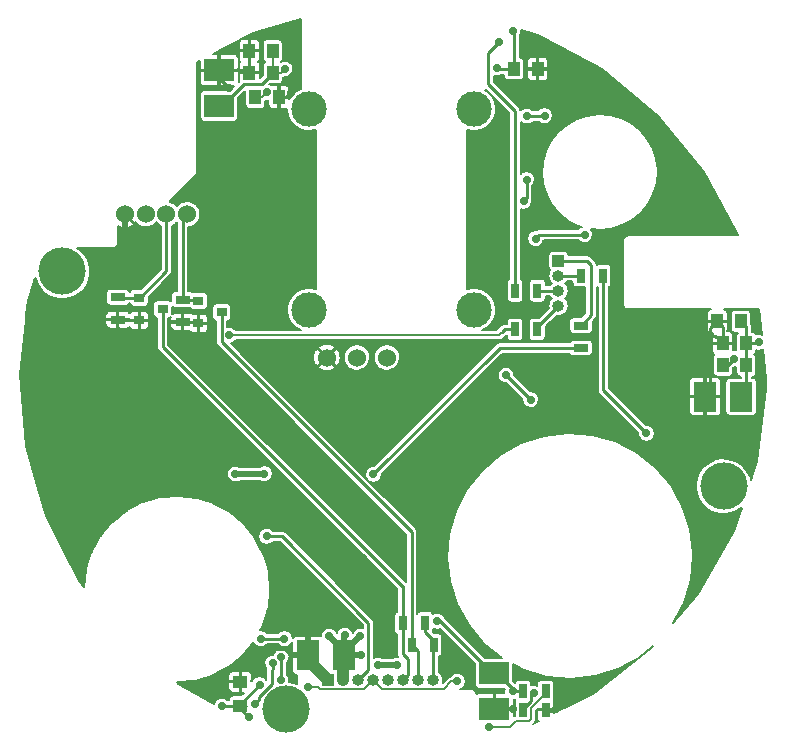
<source format=gbl>
G04 #@! TF.FileFunction,Copper,L2,Bot,Signal*
%FSLAX46Y46*%
G04 Gerber Fmt 4.6, Leading zero omitted, Abs format (unit mm)*
G04 Created by KiCad (PCBNEW 4.0.7) date 06/01/18 20:15:47*
%MOMM*%
%LPD*%
G01*
G04 APERTURE LIST*
%ADD10C,0.100000*%
%ADD11C,1.524000*%
%ADD12C,3.000000*%
%ADD13R,0.900000X0.800000*%
%ADD14C,4.000000*%
%ADD15R,1.000000X1.250000*%
%ADD16R,1.250000X1.000000*%
%ADD17R,2.500000X1.950000*%
%ADD18R,1.950000X2.500000*%
%ADD19R,1.300000X0.700000*%
%ADD20R,0.700000X1.300000*%
%ADD21R,1.000000X1.000000*%
%ADD22O,1.000000X1.000000*%
%ADD23C,0.700000*%
%ADD24C,0.500000*%
%ADD25C,0.250000*%
%ADD26C,1.000000*%
%ADD27C,0.170000*%
%ADD28C,0.200000*%
G04 APERTURE END LIST*
D10*
D11*
X44393600Y-48205200D03*
X49473600Y-48205200D03*
D12*
X56863600Y-27165200D03*
X42863600Y-27165200D03*
X42863600Y-44165200D03*
X56863600Y-44165200D03*
D11*
X46933600Y-48205200D03*
D13*
X28500000Y-45050000D03*
X28500000Y-43150000D03*
X30500000Y-44100000D03*
D11*
X29063600Y-36065200D03*
X27313600Y-36065200D03*
X30813600Y-36065200D03*
X32563600Y-36065200D03*
D14*
X40900000Y-78000000D03*
X78000000Y-59100000D03*
D15*
X79913600Y-46990200D03*
X77913600Y-46990200D03*
D16*
X37063600Y-77665200D03*
X37063600Y-75665200D03*
D15*
X77913600Y-48840200D03*
X79913600Y-48840200D03*
D17*
X58563600Y-77990200D03*
X58563600Y-74940200D03*
D15*
X38338600Y-26165200D03*
X40338600Y-26165200D03*
D18*
X76413600Y-51515200D03*
X79463600Y-51515200D03*
D15*
X79438600Y-45140200D03*
X77438600Y-45140200D03*
X60238600Y-23765200D03*
X62238600Y-23765200D03*
X39838600Y-24090200D03*
X37838600Y-24090200D03*
X39813600Y-22240200D03*
X37813600Y-22240200D03*
D17*
X35263600Y-23865200D03*
X35263600Y-26915200D03*
D13*
X33500000Y-45300000D03*
X33500000Y-43400000D03*
X35500000Y-44350000D03*
D19*
X65913600Y-47390200D03*
X65913600Y-45490200D03*
D20*
X61010000Y-78030000D03*
X62910000Y-78030000D03*
X61013600Y-76465200D03*
X62913600Y-76465200D03*
X51563600Y-72515200D03*
X53463600Y-72515200D03*
D19*
X32200000Y-43300000D03*
X32200000Y-45200000D03*
D20*
X50813600Y-70690200D03*
X52713600Y-70690200D03*
D19*
X26700000Y-43100000D03*
X26700000Y-45000000D03*
D21*
X44500000Y-75500000D03*
D22*
X45770000Y-75500000D03*
X47040000Y-75500000D03*
X48310000Y-75500000D03*
X49580000Y-75500000D03*
X50850000Y-75500000D03*
X52120000Y-75500000D03*
X53390000Y-75500000D03*
D21*
X64000000Y-40000000D03*
D22*
X64000000Y-41270000D03*
X64000000Y-42540000D03*
X64000000Y-43810000D03*
D20*
X67788600Y-41265200D03*
X65888600Y-41265200D03*
X60313600Y-42540200D03*
X62213600Y-42540200D03*
X60313600Y-45815200D03*
X62213600Y-45815200D03*
D14*
X22000000Y-40900000D03*
D18*
X42810000Y-73420000D03*
X45860000Y-73420000D03*
D23*
X50360000Y-74250000D03*
X48730000Y-74260000D03*
X36640000Y-58070000D03*
X39100000Y-58030000D03*
X61050000Y-34980000D03*
X61300000Y-33140000D03*
X59550000Y-49690000D03*
X61640000Y-51760000D03*
X62820000Y-27720000D03*
X61300000Y-27760000D03*
X44600000Y-71800000D03*
X47200000Y-71800000D03*
X47245000Y-73400000D03*
X45900000Y-71700000D03*
X38700000Y-75900000D03*
X35500000Y-77700000D03*
X80963600Y-46915200D03*
X53738600Y-70540200D03*
X60138600Y-20565200D03*
X40863600Y-23765200D03*
X58788600Y-23690200D03*
X60113600Y-76465200D03*
X37763600Y-78665200D03*
X78883600Y-48285200D03*
X40800000Y-72000000D03*
X38800000Y-72000000D03*
X48338600Y-58090200D03*
X40500000Y-75500000D03*
X40530413Y-73545000D03*
X42800000Y-76100000D03*
X55438600Y-75615200D03*
X39800000Y-74065000D03*
X38300000Y-77500000D03*
X66213600Y-37815200D03*
X62063600Y-38140200D03*
X39288600Y-63340200D03*
X51960000Y-62090000D03*
X50690000Y-63380000D03*
X46630000Y-56910000D03*
X45520000Y-58030000D03*
X48500000Y-64150000D03*
X47440000Y-65170000D03*
X47390000Y-69020000D03*
X46330000Y-70090000D03*
X76863600Y-46315200D03*
X60113600Y-77990200D03*
X36113600Y-25390200D03*
X41363600Y-25765200D03*
X63363600Y-23690200D03*
X63813600Y-77965200D03*
X37163600Y-74465200D03*
X39313600Y-25740200D03*
X61913600Y-76640200D03*
X58113600Y-79490200D03*
X71438600Y-54615200D03*
X58988600Y-21490200D03*
X36113600Y-46315200D03*
D24*
X48730000Y-74260000D02*
X50350000Y-74260000D01*
X50350000Y-74260000D02*
X50360000Y-74250000D01*
X39100000Y-58030000D02*
X36680000Y-58030000D01*
X36680000Y-58030000D02*
X36640000Y-58070000D01*
D25*
X61300000Y-33140000D02*
X61300000Y-34730000D01*
X61300000Y-34730000D02*
X61050000Y-34980000D01*
X61640000Y-51760000D02*
X59570000Y-49690000D01*
X59570000Y-49690000D02*
X59550000Y-49690000D01*
X61300000Y-27760000D02*
X62780000Y-27760000D01*
X62780000Y-27760000D02*
X62820000Y-27720000D01*
D24*
X45860000Y-73420000D02*
X45860000Y-73060000D01*
X45860000Y-73060000D02*
X44600000Y-71800000D01*
X45860000Y-73420000D02*
X45860000Y-73140000D01*
X45860000Y-73140000D02*
X47200000Y-71800000D01*
X45860000Y-73420000D02*
X47225000Y-73420000D01*
X47225000Y-73420000D02*
X47245000Y-73400000D01*
X45860000Y-73420000D02*
X45860000Y-71740000D01*
X45860000Y-71740000D02*
X45900000Y-71700000D01*
D26*
X45770000Y-75500000D02*
X45770000Y-73510000D01*
X45770000Y-73510000D02*
X45860000Y-73420000D01*
D25*
X37063600Y-77665200D02*
X37063600Y-77536400D01*
X37063600Y-77536400D02*
X38700000Y-75900000D01*
X37063600Y-77665200D02*
X37534800Y-77665200D01*
X35534800Y-77665200D02*
X37063600Y-77665200D01*
X35500000Y-77700000D02*
X35534800Y-77665200D01*
X79913600Y-48840200D02*
X79913600Y-51065200D01*
X79913600Y-51065200D02*
X79463600Y-51515200D01*
X79913600Y-46990200D02*
X79913600Y-48840200D01*
X79913600Y-46990200D02*
X79913600Y-45615200D01*
X79913600Y-45615200D02*
X79438600Y-45140200D01*
X80888600Y-46990200D02*
X79913600Y-46990200D01*
X80963600Y-46915200D02*
X80888600Y-46990200D01*
X54013600Y-70540200D02*
X53738600Y-70540200D01*
X58413600Y-74940200D02*
X54013600Y-70540200D01*
X58563600Y-74940200D02*
X58413600Y-74940200D01*
X60238600Y-20665200D02*
X60238600Y-23765200D01*
X60138600Y-20565200D02*
X60238600Y-20665200D01*
D27*
X35263600Y-26915200D02*
X35538600Y-26915200D01*
D25*
X35538600Y-26915200D02*
X37388600Y-25065200D01*
X37388600Y-25065200D02*
X38863600Y-25065200D01*
X38863600Y-25065200D02*
X39838600Y-24090200D01*
D27*
X40863600Y-23765200D02*
X40538600Y-24090200D01*
X40538600Y-24090200D02*
X39838600Y-24090200D01*
X39838600Y-24090200D02*
X39838600Y-22265200D01*
X39838600Y-22265200D02*
X39813600Y-22240200D01*
D25*
X58863600Y-23765200D02*
X60238600Y-23765200D01*
D27*
X58788600Y-23690200D02*
X58863600Y-23765200D01*
X58563600Y-74940200D02*
X58813600Y-74940200D01*
D25*
X58813600Y-74940200D02*
X60113600Y-76240200D01*
D27*
X60113600Y-76240200D02*
X60113600Y-76465200D01*
D25*
X60113600Y-76465200D02*
X61013600Y-76465200D01*
X37763600Y-78665200D02*
X37063600Y-77965200D01*
D27*
X37063600Y-77965200D02*
X37063600Y-77665200D01*
D25*
X77913600Y-48840200D02*
X78328600Y-48840200D01*
X78328600Y-48840200D02*
X78883600Y-48285200D01*
X40400000Y-72000000D02*
X40800000Y-72000000D01*
X38800000Y-72000000D02*
X40400000Y-72000000D01*
X48338600Y-58090200D02*
X59038600Y-47390200D01*
X59038600Y-47390200D02*
X65913600Y-47390200D01*
D27*
X55438600Y-75615200D02*
X54943626Y-75615200D01*
X54943626Y-75615200D02*
X54308825Y-76250001D01*
X54308825Y-76250001D02*
X49060001Y-76250001D01*
X49060001Y-76250001D02*
X48809999Y-75999999D01*
X48809999Y-75999999D02*
X48310000Y-75500000D01*
X42800000Y-76100000D02*
X43649998Y-76100000D01*
X43649998Y-76100000D02*
X43799999Y-76250001D01*
X47810001Y-75999999D02*
X48310000Y-75500000D01*
X43799999Y-76250001D02*
X47559999Y-76250001D01*
X47559999Y-76250001D02*
X47810001Y-75999999D01*
D25*
X40530413Y-73545000D02*
X40530413Y-75469587D01*
X40530413Y-75469587D02*
X40500000Y-75500000D01*
X48310000Y-75500000D02*
X48310000Y-75736600D01*
X48310000Y-75500000D02*
X48310000Y-75593800D01*
X39800000Y-74065000D02*
X39800000Y-74559974D01*
X39743565Y-74616409D02*
X39743565Y-75811037D01*
X39800000Y-74559974D02*
X39743565Y-74616409D01*
X39743565Y-75811037D02*
X38649999Y-76904603D01*
X38649999Y-76904603D02*
X38649999Y-77150001D01*
X38649999Y-77150001D02*
X38300000Y-77500000D01*
X47040000Y-75500000D02*
X47890000Y-74650000D01*
X47890000Y-74650000D02*
X47890000Y-70641600D01*
X47890000Y-70641600D02*
X40588600Y-63340200D01*
X40588600Y-63340200D02*
X39288600Y-63340200D01*
X62388600Y-37815200D02*
X66213600Y-37815200D01*
X62063600Y-38140200D02*
X62388600Y-37815200D01*
D24*
X47390000Y-69020000D02*
X47390000Y-65220000D01*
X47390000Y-65220000D02*
X47440000Y-65170000D01*
X46330000Y-70090000D02*
X44390000Y-70090000D01*
X44390000Y-70090000D02*
X42810000Y-71670000D01*
X42810000Y-71670000D02*
X42810000Y-73420000D01*
X48500000Y-64150000D02*
X49920000Y-64150000D01*
X49920000Y-64150000D02*
X50690000Y-63380000D01*
X48500000Y-64150000D02*
X45520000Y-61170000D01*
X45520000Y-61170000D02*
X45520000Y-58030000D01*
X42810000Y-71230000D02*
X43950000Y-70090000D01*
X43950000Y-70090000D02*
X46330000Y-70090000D01*
X42810000Y-73420000D02*
X42810000Y-71230000D01*
D25*
X32200000Y-45200000D02*
X33400000Y-45200000D01*
X33400000Y-45200000D02*
X33500000Y-45300000D01*
X26700000Y-45000000D02*
X28450000Y-45000000D01*
X28450000Y-45000000D02*
X28500000Y-45050000D01*
X39200000Y-72900000D02*
X40815000Y-72900000D01*
X40815000Y-72900000D02*
X41335000Y-73420000D01*
X38703774Y-73396226D02*
X39200000Y-72900000D01*
X38703774Y-73420000D02*
X38703774Y-73396226D01*
X37163600Y-74465200D02*
X37658574Y-74465200D01*
X37658574Y-74465200D02*
X38703774Y-73420000D01*
D24*
X42810000Y-71670000D02*
X42800000Y-71660000D01*
X42810000Y-73420000D02*
X41335000Y-73420000D01*
X41335000Y-73420000D02*
X41315000Y-73400000D01*
D26*
X44500000Y-75500000D02*
X42810000Y-73810000D01*
X42810000Y-73810000D02*
X42810000Y-73420000D01*
D24*
X27313600Y-36065200D02*
X27313600Y-37142830D01*
D25*
X76863600Y-46315200D02*
X76863600Y-51065200D01*
X76863600Y-51065200D02*
X76413600Y-51515200D01*
X76863600Y-46315200D02*
X76863600Y-45715200D01*
X76863600Y-45715200D02*
X77438600Y-45140200D01*
X77288600Y-46365200D02*
X77913600Y-46990200D01*
X76913600Y-46365200D02*
X77288600Y-46365200D01*
X76863600Y-46315200D02*
X76913600Y-46365200D01*
X77913600Y-46990200D02*
X77913600Y-45615200D01*
X77913600Y-45615200D02*
X77438600Y-45140200D01*
D27*
X58563600Y-77990200D02*
X60113600Y-77990200D01*
D25*
X36113600Y-25390200D02*
X35263600Y-24540200D01*
X35263600Y-24540200D02*
X35263600Y-23865200D01*
D24*
X34963600Y-23865200D02*
X35263600Y-23865200D01*
D27*
X40963600Y-26165200D02*
X40338600Y-26165200D01*
X41363600Y-25765200D02*
X40963600Y-26165200D01*
D25*
X37813600Y-22240200D02*
X37813600Y-24065200D01*
D27*
X37813600Y-24065200D02*
X37838600Y-24090200D01*
D25*
X35263600Y-23865200D02*
X37613600Y-23865200D01*
D27*
X37613600Y-23865200D02*
X37838600Y-24090200D01*
D25*
X63288600Y-23765200D02*
X62238600Y-23765200D01*
D27*
X63363600Y-23690200D02*
X63288600Y-23765200D01*
X62238600Y-23765200D02*
X61938600Y-23765200D01*
X58563600Y-77990200D02*
X58038600Y-77990200D01*
D25*
X63613600Y-78165200D02*
X62913600Y-78165200D01*
D27*
X63813600Y-77965200D02*
X63613600Y-78165200D01*
D25*
X37063600Y-74565200D02*
X37063600Y-75665200D01*
D27*
X37163600Y-74465200D02*
X37063600Y-74565200D01*
D25*
X53390000Y-75500000D02*
X53390000Y-72588800D01*
X53390000Y-72588800D02*
X53463600Y-72515200D01*
X52713600Y-70690200D02*
X52713600Y-71415200D01*
X52713600Y-71415200D02*
X53463600Y-72165200D01*
X53463600Y-72165200D02*
X53463600Y-72515200D01*
D27*
X38888600Y-26165200D02*
X38338600Y-26165200D01*
X39313600Y-25740200D02*
X38888600Y-26165200D01*
D25*
X30500000Y-44100000D02*
X30500000Y-47304398D01*
X30500000Y-47304398D02*
X50760802Y-67565200D01*
X50760802Y-67565200D02*
X50813600Y-67565200D01*
X50813600Y-70690200D02*
X50813600Y-73315200D01*
X51263600Y-75086400D02*
X50850000Y-75500000D01*
X51263600Y-73765200D02*
X51263600Y-75086400D01*
X50813600Y-73315200D02*
X51263600Y-73765200D01*
X50813600Y-70690200D02*
X50813600Y-67565200D01*
X50850000Y-70726600D02*
X50813600Y-70690200D01*
X50620000Y-70883800D02*
X50813600Y-70690200D01*
X51563600Y-62990200D02*
X35473599Y-46900199D01*
X35473599Y-46900199D02*
X35473599Y-45026401D01*
X35473599Y-45026401D02*
X35500000Y-45000000D01*
X35500000Y-45000000D02*
X35500000Y-44350000D01*
X51563600Y-72515200D02*
X51563600Y-62990200D01*
X52120000Y-75500000D02*
X52120000Y-73071600D01*
X52120000Y-73071600D02*
X51563600Y-72515200D01*
X51563600Y-72515200D02*
X51563600Y-72565200D01*
X51563600Y-72565200D02*
X51890000Y-72891600D01*
X32200000Y-43300000D02*
X32200000Y-36428800D01*
X32200000Y-36428800D02*
X32563600Y-36065200D01*
X32200000Y-43300000D02*
X33400000Y-43300000D01*
X33400000Y-43300000D02*
X33500000Y-43400000D01*
X28500000Y-43150000D02*
X26750000Y-43150000D01*
X26750000Y-43150000D02*
X26700000Y-43100000D01*
X30813600Y-36065200D02*
X30813600Y-40886400D01*
X30813600Y-40886400D02*
X28550000Y-43150000D01*
X28550000Y-43150000D02*
X28500000Y-43150000D01*
X61713600Y-77290200D02*
X61013600Y-77990200D01*
X61713600Y-76840200D02*
X61713600Y-77290200D01*
D27*
X61913600Y-76640200D02*
X61713600Y-76840200D01*
X61013600Y-77990200D02*
X61013600Y-78165200D01*
X60380000Y-78970000D02*
X59859800Y-79490200D01*
X59859800Y-79490200D02*
X58113600Y-79490200D01*
X61520002Y-78970000D02*
X60380000Y-78970000D01*
X61688600Y-77871399D02*
X61688600Y-78801402D01*
X61688600Y-78801402D02*
X61520002Y-78970000D01*
X61688600Y-77871399D02*
X62913600Y-76646399D01*
X62913600Y-76646399D02*
X62913600Y-76465200D01*
X62913600Y-76690200D02*
X62913600Y-76465200D01*
D25*
X67788600Y-50965200D02*
X71438600Y-54615200D01*
X67788600Y-50965200D02*
X67788600Y-41265200D01*
X60313600Y-42540200D02*
X60313600Y-27315200D01*
X58063600Y-22415200D02*
X58988600Y-21490200D01*
X58063600Y-25065200D02*
X58063600Y-22415200D01*
X60313600Y-27315200D02*
X58063600Y-25065200D01*
D27*
X59188600Y-46065200D02*
X58938600Y-46315200D01*
X58938600Y-46315200D02*
X36113600Y-46315200D01*
D25*
X60313600Y-45815200D02*
X59438600Y-45815200D01*
X59438600Y-45815200D02*
X59188600Y-46065200D01*
X64000000Y-40000000D02*
X66398400Y-40000000D01*
X66763600Y-44640200D02*
X65913600Y-45490200D01*
X66763600Y-40365200D02*
X66763600Y-44640200D01*
X66398400Y-40000000D02*
X66763600Y-40365200D01*
X64000000Y-41270000D02*
X65883800Y-41270000D01*
X65883800Y-41270000D02*
X65888600Y-41265200D01*
X62213600Y-42540200D02*
X63999800Y-42540200D01*
X63999800Y-42540200D02*
X64000000Y-42540000D01*
X62213600Y-45815200D02*
X62213600Y-45596400D01*
X62213600Y-45596400D02*
X64000000Y-43810000D01*
D28*
G36*
X71791288Y-72883107D02*
X66931591Y-76679918D01*
X63660000Y-78332518D01*
X63660000Y-78180000D01*
X63560000Y-78080000D01*
X62960000Y-78080000D01*
X62960000Y-78100000D01*
X62860000Y-78100000D01*
X62860000Y-78080000D01*
X62260000Y-78080000D01*
X62160000Y-78180000D01*
X62160000Y-78719396D01*
X62175372Y-78796675D01*
X62205524Y-78869471D01*
X62249299Y-78934985D01*
X62305014Y-78990700D01*
X62327404Y-79005660D01*
X61869773Y-79236826D01*
X61996899Y-79109700D01*
X62022450Y-79078593D01*
X62048349Y-79047728D01*
X62049455Y-79045716D01*
X62050909Y-79043946D01*
X62069926Y-79008480D01*
X62089343Y-78973161D01*
X62090037Y-78970975D01*
X62091120Y-78968954D01*
X62102910Y-78930392D01*
X62115072Y-78892051D01*
X62115327Y-78889778D01*
X62115999Y-78887580D01*
X62120074Y-78847462D01*
X62124558Y-78807490D01*
X62124589Y-78803013D01*
X62124598Y-78802923D01*
X62124590Y-78802839D01*
X62124600Y-78801402D01*
X62124600Y-78051997D01*
X62228298Y-77948298D01*
X62260000Y-77980000D01*
X62860000Y-77980000D01*
X62860000Y-77960000D01*
X62960000Y-77960000D01*
X62960000Y-77980000D01*
X63560000Y-77980000D01*
X63660000Y-77880000D01*
X63660000Y-77340604D01*
X63644628Y-77263325D01*
X63614476Y-77190529D01*
X63607151Y-77179566D01*
X63616298Y-77115200D01*
X63616298Y-75815200D01*
X63611841Y-75759305D01*
X63582481Y-75664500D01*
X63527873Y-75581628D01*
X63452338Y-75517251D01*
X63361859Y-75476466D01*
X63263600Y-75462502D01*
X62563600Y-75462502D01*
X62507705Y-75466959D01*
X62412900Y-75496319D01*
X62330028Y-75550927D01*
X62265651Y-75626462D01*
X62224866Y-75716941D01*
X62210902Y-75815200D01*
X62210902Y-76004725D01*
X62121894Y-75967310D01*
X61987229Y-75939667D01*
X61849759Y-75938707D01*
X61716298Y-75964166D01*
X61716298Y-75815200D01*
X61711841Y-75759305D01*
X61682481Y-75664500D01*
X61627873Y-75581628D01*
X61552338Y-75517251D01*
X61461859Y-75476466D01*
X61363600Y-75462502D01*
X60663600Y-75462502D01*
X60607705Y-75466959D01*
X60512900Y-75496319D01*
X60430028Y-75550927D01*
X60365651Y-75626462D01*
X60324866Y-75716941D01*
X60317231Y-75770665D01*
X60166298Y-75619732D01*
X60166298Y-74153569D01*
X61103717Y-74643639D01*
X63051047Y-75216770D01*
X65072612Y-75400747D01*
X67091411Y-75188562D01*
X69030550Y-74588299D01*
X70816165Y-73622820D01*
X71993496Y-72648847D01*
X71791288Y-72883107D01*
X71791288Y-72883107D01*
G37*
X71791288Y-72883107D02*
X66931591Y-76679918D01*
X63660000Y-78332518D01*
X63660000Y-78180000D01*
X63560000Y-78080000D01*
X62960000Y-78080000D01*
X62960000Y-78100000D01*
X62860000Y-78100000D01*
X62860000Y-78080000D01*
X62260000Y-78080000D01*
X62160000Y-78180000D01*
X62160000Y-78719396D01*
X62175372Y-78796675D01*
X62205524Y-78869471D01*
X62249299Y-78934985D01*
X62305014Y-78990700D01*
X62327404Y-79005660D01*
X61869773Y-79236826D01*
X61996899Y-79109700D01*
X62022450Y-79078593D01*
X62048349Y-79047728D01*
X62049455Y-79045716D01*
X62050909Y-79043946D01*
X62069926Y-79008480D01*
X62089343Y-78973161D01*
X62090037Y-78970975D01*
X62091120Y-78968954D01*
X62102910Y-78930392D01*
X62115072Y-78892051D01*
X62115327Y-78889778D01*
X62115999Y-78887580D01*
X62120074Y-78847462D01*
X62124558Y-78807490D01*
X62124589Y-78803013D01*
X62124598Y-78802923D01*
X62124590Y-78802839D01*
X62124600Y-78801402D01*
X62124600Y-78051997D01*
X62228298Y-77948298D01*
X62260000Y-77980000D01*
X62860000Y-77980000D01*
X62860000Y-77960000D01*
X62960000Y-77960000D01*
X62960000Y-77980000D01*
X63560000Y-77980000D01*
X63660000Y-77880000D01*
X63660000Y-77340604D01*
X63644628Y-77263325D01*
X63614476Y-77190529D01*
X63607151Y-77179566D01*
X63616298Y-77115200D01*
X63616298Y-75815200D01*
X63611841Y-75759305D01*
X63582481Y-75664500D01*
X63527873Y-75581628D01*
X63452338Y-75517251D01*
X63361859Y-75476466D01*
X63263600Y-75462502D01*
X62563600Y-75462502D01*
X62507705Y-75466959D01*
X62412900Y-75496319D01*
X62330028Y-75550927D01*
X62265651Y-75626462D01*
X62224866Y-75716941D01*
X62210902Y-75815200D01*
X62210902Y-76004725D01*
X62121894Y-75967310D01*
X61987229Y-75939667D01*
X61849759Y-75938707D01*
X61716298Y-75964166D01*
X61716298Y-75815200D01*
X61711841Y-75759305D01*
X61682481Y-75664500D01*
X61627873Y-75581628D01*
X61552338Y-75517251D01*
X61461859Y-75476466D01*
X61363600Y-75462502D01*
X60663600Y-75462502D01*
X60607705Y-75466959D01*
X60512900Y-75496319D01*
X60430028Y-75550927D01*
X60365651Y-75626462D01*
X60324866Y-75716941D01*
X60317231Y-75770665D01*
X60166298Y-75619732D01*
X60166298Y-74153569D01*
X61103717Y-74643639D01*
X63051047Y-75216770D01*
X65072612Y-75400747D01*
X67091411Y-75188562D01*
X69030550Y-74588299D01*
X70816165Y-73622820D01*
X71993496Y-72648847D01*
X71791288Y-72883107D01*
G36*
X53520931Y-71210117D02*
X53655197Y-71239637D01*
X53792640Y-71242516D01*
X53928025Y-71218644D01*
X53993487Y-71193253D01*
X56960902Y-74160668D01*
X56960902Y-75915200D01*
X56965359Y-75971095D01*
X56994719Y-76065900D01*
X57049327Y-76148772D01*
X57124862Y-76213149D01*
X57215341Y-76253934D01*
X57313600Y-76267898D01*
X59438846Y-76267898D01*
X59413598Y-76386682D01*
X59411678Y-76524142D01*
X59428391Y-76615200D01*
X58713600Y-76615200D01*
X58613600Y-76715200D01*
X58613600Y-77940200D01*
X60113600Y-77940200D01*
X60213600Y-77840200D01*
X60213600Y-77159412D01*
X60303025Y-77143644D01*
X60312866Y-77139827D01*
X60315359Y-77171095D01*
X60338076Y-77244449D01*
X60321266Y-77281741D01*
X60307302Y-77380000D01*
X60307302Y-78540784D01*
X60299798Y-78541440D01*
X60297593Y-78542080D01*
X60295314Y-78542304D01*
X60256782Y-78553937D01*
X60218084Y-78565180D01*
X60216048Y-78566235D01*
X60213853Y-78566898D01*
X60213600Y-78567033D01*
X60213600Y-78140200D01*
X60113600Y-78040200D01*
X58613600Y-78040200D01*
X58613600Y-78060200D01*
X58513600Y-78060200D01*
X58513600Y-78040200D01*
X58493600Y-78040200D01*
X58493600Y-77940200D01*
X58513600Y-77940200D01*
X58513600Y-76715200D01*
X58413600Y-76615200D01*
X57274204Y-76615200D01*
X57196925Y-76630572D01*
X57124129Y-76660724D01*
X57064600Y-76700500D01*
X57064600Y-76665200D01*
X57060915Y-76627618D01*
X57057497Y-76590060D01*
X57057100Y-76588712D01*
X57056963Y-76587312D01*
X57046057Y-76551191D01*
X57035401Y-76514983D01*
X57034749Y-76513736D01*
X57034343Y-76512391D01*
X57016632Y-76479082D01*
X56999142Y-76445627D01*
X56998261Y-76444531D01*
X56997601Y-76443290D01*
X56973774Y-76414075D01*
X56950104Y-76384635D01*
X56949025Y-76383730D01*
X56948138Y-76382642D01*
X56919130Y-76358644D01*
X56890152Y-76334329D01*
X56888916Y-76333650D01*
X56887836Y-76332756D01*
X56854681Y-76314829D01*
X56821571Y-76296627D01*
X56820231Y-76296202D01*
X56818994Y-76295533D01*
X56782916Y-76284365D01*
X56746973Y-76272963D01*
X56745577Y-76272806D01*
X56744232Y-76272390D01*
X56706697Y-76268445D01*
X56669199Y-76264239D01*
X56666496Y-76264220D01*
X56666399Y-76264210D01*
X56666302Y-76264219D01*
X56663600Y-76264200D01*
X55703936Y-76264200D01*
X55756195Y-76243930D01*
X55872267Y-76170268D01*
X55971821Y-76075464D01*
X56051065Y-75963129D01*
X56106981Y-75837541D01*
X56137438Y-75703484D01*
X56139630Y-75546463D01*
X56112928Y-75411608D01*
X56060541Y-75284508D01*
X55984465Y-75170004D01*
X55887596Y-75072457D01*
X55773626Y-74995583D01*
X55646894Y-74942310D01*
X55512229Y-74914667D01*
X55374759Y-74913707D01*
X55239721Y-74939467D01*
X55112258Y-74990965D01*
X54997225Y-75066241D01*
X54899004Y-75162426D01*
X54883635Y-75184872D01*
X54863424Y-75186640D01*
X54861219Y-75187280D01*
X54858940Y-75187504D01*
X54820408Y-75199137D01*
X54781710Y-75210380D01*
X54779674Y-75211435D01*
X54777479Y-75212098D01*
X54741891Y-75231020D01*
X54706163Y-75249540D01*
X54704374Y-75250968D01*
X54702347Y-75252046D01*
X54671133Y-75277504D01*
X54639662Y-75302626D01*
X54636473Y-75305771D01*
X54636405Y-75305827D01*
X54636353Y-75305890D01*
X54635327Y-75306902D01*
X54204390Y-75737839D01*
X54222404Y-75681051D01*
X54240917Y-75516000D01*
X54241000Y-75504118D01*
X54241000Y-75495882D01*
X54224793Y-75330589D01*
X54176789Y-75171591D01*
X54098816Y-75024946D01*
X53993845Y-74896238D01*
X53866000Y-74790476D01*
X53866000Y-73513720D01*
X53869495Y-73513441D01*
X53964300Y-73484081D01*
X54047172Y-73429473D01*
X54111549Y-73353938D01*
X54152334Y-73263459D01*
X54166298Y-73165200D01*
X54166298Y-71865200D01*
X54161841Y-71809305D01*
X54132481Y-71714500D01*
X54077873Y-71631628D01*
X54002338Y-71567251D01*
X53911859Y-71526466D01*
X53813600Y-71512502D01*
X53484068Y-71512502D01*
X53403291Y-71431725D01*
X53416298Y-71340200D01*
X53416298Y-71164403D01*
X53520931Y-71210117D01*
X53520931Y-71210117D01*
G37*
X53520931Y-71210117D02*
X53655197Y-71239637D01*
X53792640Y-71242516D01*
X53928025Y-71218644D01*
X53993487Y-71193253D01*
X56960902Y-74160668D01*
X56960902Y-75915200D01*
X56965359Y-75971095D01*
X56994719Y-76065900D01*
X57049327Y-76148772D01*
X57124862Y-76213149D01*
X57215341Y-76253934D01*
X57313600Y-76267898D01*
X59438846Y-76267898D01*
X59413598Y-76386682D01*
X59411678Y-76524142D01*
X59428391Y-76615200D01*
X58713600Y-76615200D01*
X58613600Y-76715200D01*
X58613600Y-77940200D01*
X60113600Y-77940200D01*
X60213600Y-77840200D01*
X60213600Y-77159412D01*
X60303025Y-77143644D01*
X60312866Y-77139827D01*
X60315359Y-77171095D01*
X60338076Y-77244449D01*
X60321266Y-77281741D01*
X60307302Y-77380000D01*
X60307302Y-78540784D01*
X60299798Y-78541440D01*
X60297593Y-78542080D01*
X60295314Y-78542304D01*
X60256782Y-78553937D01*
X60218084Y-78565180D01*
X60216048Y-78566235D01*
X60213853Y-78566898D01*
X60213600Y-78567033D01*
X60213600Y-78140200D01*
X60113600Y-78040200D01*
X58613600Y-78040200D01*
X58613600Y-78060200D01*
X58513600Y-78060200D01*
X58513600Y-78040200D01*
X58493600Y-78040200D01*
X58493600Y-77940200D01*
X58513600Y-77940200D01*
X58513600Y-76715200D01*
X58413600Y-76615200D01*
X57274204Y-76615200D01*
X57196925Y-76630572D01*
X57124129Y-76660724D01*
X57064600Y-76700500D01*
X57064600Y-76665200D01*
X57060915Y-76627618D01*
X57057497Y-76590060D01*
X57057100Y-76588712D01*
X57056963Y-76587312D01*
X57046057Y-76551191D01*
X57035401Y-76514983D01*
X57034749Y-76513736D01*
X57034343Y-76512391D01*
X57016632Y-76479082D01*
X56999142Y-76445627D01*
X56998261Y-76444531D01*
X56997601Y-76443290D01*
X56973774Y-76414075D01*
X56950104Y-76384635D01*
X56949025Y-76383730D01*
X56948138Y-76382642D01*
X56919130Y-76358644D01*
X56890152Y-76334329D01*
X56888916Y-76333650D01*
X56887836Y-76332756D01*
X56854681Y-76314829D01*
X56821571Y-76296627D01*
X56820231Y-76296202D01*
X56818994Y-76295533D01*
X56782916Y-76284365D01*
X56746973Y-76272963D01*
X56745577Y-76272806D01*
X56744232Y-76272390D01*
X56706697Y-76268445D01*
X56669199Y-76264239D01*
X56666496Y-76264220D01*
X56666399Y-76264210D01*
X56666302Y-76264219D01*
X56663600Y-76264200D01*
X55703936Y-76264200D01*
X55756195Y-76243930D01*
X55872267Y-76170268D01*
X55971821Y-76075464D01*
X56051065Y-75963129D01*
X56106981Y-75837541D01*
X56137438Y-75703484D01*
X56139630Y-75546463D01*
X56112928Y-75411608D01*
X56060541Y-75284508D01*
X55984465Y-75170004D01*
X55887596Y-75072457D01*
X55773626Y-74995583D01*
X55646894Y-74942310D01*
X55512229Y-74914667D01*
X55374759Y-74913707D01*
X55239721Y-74939467D01*
X55112258Y-74990965D01*
X54997225Y-75066241D01*
X54899004Y-75162426D01*
X54883635Y-75184872D01*
X54863424Y-75186640D01*
X54861219Y-75187280D01*
X54858940Y-75187504D01*
X54820408Y-75199137D01*
X54781710Y-75210380D01*
X54779674Y-75211435D01*
X54777479Y-75212098D01*
X54741891Y-75231020D01*
X54706163Y-75249540D01*
X54704374Y-75250968D01*
X54702347Y-75252046D01*
X54671133Y-75277504D01*
X54639662Y-75302626D01*
X54636473Y-75305771D01*
X54636405Y-75305827D01*
X54636353Y-75305890D01*
X54635327Y-75306902D01*
X54204390Y-75737839D01*
X54222404Y-75681051D01*
X54240917Y-75516000D01*
X54241000Y-75504118D01*
X54241000Y-75495882D01*
X54224793Y-75330589D01*
X54176789Y-75171591D01*
X54098816Y-75024946D01*
X53993845Y-74896238D01*
X53866000Y-74790476D01*
X53866000Y-73513720D01*
X53869495Y-73513441D01*
X53964300Y-73484081D01*
X54047172Y-73429473D01*
X54111549Y-73353938D01*
X54152334Y-73263459D01*
X54166298Y-73165200D01*
X54166298Y-71865200D01*
X54161841Y-71809305D01*
X54132481Y-71714500D01*
X54077873Y-71631628D01*
X54002338Y-71567251D01*
X53911859Y-71526466D01*
X53813600Y-71512502D01*
X53484068Y-71512502D01*
X53403291Y-71431725D01*
X53416298Y-71340200D01*
X53416298Y-71164403D01*
X53520931Y-71210117D01*
G36*
X27398453Y-36051058D02*
X27384311Y-36065200D01*
X28103050Y-36783939D01*
X28182217Y-36752260D01*
X28187129Y-36759882D01*
X28338752Y-36916893D01*
X28517985Y-37041463D01*
X28718000Y-37128847D01*
X28931179Y-37175718D01*
X29149401Y-37180289D01*
X29364356Y-37142387D01*
X29567855Y-37063455D01*
X29752147Y-36946499D01*
X29910212Y-36795976D01*
X29936434Y-36758804D01*
X29937129Y-36759882D01*
X30088752Y-36916893D01*
X30267985Y-37041463D01*
X30337600Y-37071877D01*
X30337600Y-40689234D01*
X28629532Y-42397302D01*
X28050000Y-42397302D01*
X27994105Y-42401759D01*
X27899300Y-42431119D01*
X27816428Y-42485727D01*
X27752051Y-42561262D01*
X27711266Y-42651741D01*
X27708103Y-42674000D01*
X27692015Y-42674000D01*
X27668881Y-42599300D01*
X27614273Y-42516428D01*
X27538738Y-42452051D01*
X27448259Y-42411266D01*
X27350000Y-42397302D01*
X26050000Y-42397302D01*
X25994105Y-42401759D01*
X25899300Y-42431119D01*
X25816428Y-42485727D01*
X25752051Y-42561262D01*
X25711266Y-42651741D01*
X25697302Y-42750000D01*
X25697302Y-43450000D01*
X25701759Y-43505895D01*
X25731119Y-43600700D01*
X25785727Y-43683572D01*
X25861262Y-43747949D01*
X25951741Y-43788734D01*
X26050000Y-43802698D01*
X27350000Y-43802698D01*
X27405895Y-43798241D01*
X27500700Y-43768881D01*
X27583572Y-43714273D01*
X27647949Y-43638738D01*
X27653691Y-43626000D01*
X27707985Y-43626000D01*
X27731119Y-43700700D01*
X27785727Y-43783572D01*
X27861262Y-43847949D01*
X27951741Y-43888734D01*
X28050000Y-43902698D01*
X28950000Y-43902698D01*
X29005895Y-43898241D01*
X29100700Y-43868881D01*
X29183572Y-43814273D01*
X29247949Y-43738738D01*
X29288734Y-43648259D01*
X29302698Y-43550000D01*
X29302698Y-43070468D01*
X31150183Y-41222983D01*
X31178114Y-41188979D01*
X31206354Y-41155324D01*
X31207558Y-41153134D01*
X31209149Y-41151197D01*
X31229957Y-41112389D01*
X31251108Y-41073916D01*
X31251864Y-41071534D01*
X31253048Y-41069325D01*
X31265914Y-41027242D01*
X31279198Y-40985366D01*
X31279477Y-40982880D01*
X31280209Y-40980485D01*
X31284656Y-40936711D01*
X31289554Y-40893046D01*
X31289588Y-40888162D01*
X31289598Y-40888062D01*
X31289589Y-40887968D01*
X31289600Y-40886400D01*
X31289600Y-37074414D01*
X31317855Y-37063455D01*
X31502147Y-36946499D01*
X31660212Y-36795976D01*
X31686434Y-36758804D01*
X31687129Y-36759882D01*
X31724000Y-36798063D01*
X31724000Y-42597302D01*
X31550000Y-42597302D01*
X31494105Y-42601759D01*
X31399300Y-42631119D01*
X31316428Y-42685727D01*
X31252051Y-42761262D01*
X31211266Y-42851741D01*
X31197302Y-42950000D01*
X31197302Y-43451964D01*
X31138738Y-43402051D01*
X31048259Y-43361266D01*
X30950000Y-43347302D01*
X30050000Y-43347302D01*
X29994105Y-43351759D01*
X29899300Y-43381119D01*
X29816428Y-43435727D01*
X29752051Y-43511262D01*
X29711266Y-43601741D01*
X29697302Y-43700000D01*
X29697302Y-44500000D01*
X29701759Y-44555895D01*
X29731119Y-44650700D01*
X29785727Y-44733572D01*
X29861262Y-44797949D01*
X29951741Y-44838734D01*
X30024000Y-44849003D01*
X30024000Y-47304398D01*
X30028293Y-47348179D01*
X30032123Y-47391959D01*
X30032820Y-47394360D01*
X30033065Y-47396854D01*
X30045786Y-47438986D01*
X30058041Y-47481169D01*
X30059192Y-47483390D01*
X30059916Y-47485787D01*
X30080572Y-47524635D01*
X30100793Y-47563646D01*
X30102353Y-47565600D01*
X30103529Y-47567812D01*
X30131319Y-47601885D01*
X30158750Y-47636249D01*
X30162186Y-47639733D01*
X30162244Y-47639804D01*
X30162310Y-47639859D01*
X30163417Y-47640981D01*
X50337600Y-67815164D01*
X50337600Y-69713670D01*
X50312900Y-69721319D01*
X50230028Y-69775927D01*
X50165651Y-69851462D01*
X50124866Y-69941941D01*
X50110902Y-70040200D01*
X50110902Y-71340200D01*
X50115359Y-71396095D01*
X50144719Y-71490900D01*
X50199327Y-71573772D01*
X50274862Y-71638149D01*
X50337600Y-71666429D01*
X50337600Y-73315200D01*
X50341893Y-73358981D01*
X50345723Y-73402761D01*
X50346420Y-73405162D01*
X50346665Y-73407656D01*
X50359386Y-73449788D01*
X50371641Y-73491971D01*
X50372792Y-73494192D01*
X50373516Y-73496589D01*
X50394172Y-73535437D01*
X50401327Y-73549241D01*
X50296159Y-73548507D01*
X50161121Y-73574267D01*
X50033658Y-73625765D01*
X49982870Y-73659000D01*
X49092627Y-73659000D01*
X49065026Y-73640383D01*
X48938294Y-73587110D01*
X48803629Y-73559467D01*
X48666159Y-73558507D01*
X48531121Y-73584267D01*
X48403658Y-73635765D01*
X48366000Y-73660408D01*
X48366000Y-70641600D01*
X48361707Y-70597819D01*
X48357877Y-70554039D01*
X48357180Y-70551638D01*
X48356935Y-70549144D01*
X48344214Y-70507012D01*
X48331959Y-70464829D01*
X48330808Y-70462608D01*
X48330084Y-70460211D01*
X48309428Y-70421363D01*
X48289207Y-70382352D01*
X48287647Y-70380398D01*
X48286471Y-70378186D01*
X48258681Y-70344113D01*
X48231250Y-70309749D01*
X48227814Y-70306265D01*
X48227756Y-70306194D01*
X48227690Y-70306139D01*
X48226583Y-70305017D01*
X40925183Y-63003617D01*
X40891179Y-62975686D01*
X40857524Y-62947446D01*
X40855334Y-62946242D01*
X40853397Y-62944651D01*
X40814589Y-62923843D01*
X40776116Y-62902692D01*
X40773734Y-62901936D01*
X40771525Y-62900752D01*
X40729430Y-62887882D01*
X40687566Y-62874602D01*
X40685081Y-62874323D01*
X40682686Y-62873591D01*
X40638950Y-62869149D01*
X40595246Y-62864246D01*
X40590352Y-62864212D01*
X40590262Y-62864203D01*
X40590178Y-62864211D01*
X40588600Y-62864200D01*
X39803875Y-62864200D01*
X39737596Y-62797457D01*
X39623626Y-62720583D01*
X39496894Y-62667310D01*
X39362229Y-62639667D01*
X39224759Y-62638707D01*
X39089721Y-62664467D01*
X38962258Y-62715965D01*
X38847225Y-62791241D01*
X38749004Y-62887426D01*
X38671337Y-63000857D01*
X38617180Y-63127213D01*
X38588598Y-63261682D01*
X38586678Y-63399142D01*
X38611495Y-63534357D01*
X38662102Y-63662176D01*
X38736573Y-63777732D01*
X38832070Y-63876621D01*
X38944956Y-63955079D01*
X39070931Y-64010117D01*
X39205197Y-64039637D01*
X39342640Y-64042516D01*
X39478025Y-64018644D01*
X39606195Y-63968930D01*
X39722267Y-63895268D01*
X39805297Y-63816200D01*
X40391434Y-63816200D01*
X47414000Y-70838766D01*
X47414000Y-71129509D01*
X47408294Y-71127110D01*
X47273629Y-71099467D01*
X47136159Y-71098507D01*
X47001121Y-71124267D01*
X46873658Y-71175765D01*
X46758625Y-71251041D01*
X46660404Y-71347226D01*
X46582737Y-71460657D01*
X46570939Y-71488185D01*
X46521941Y-71369308D01*
X46445865Y-71254804D01*
X46348996Y-71157257D01*
X46235026Y-71080383D01*
X46108294Y-71027110D01*
X45973629Y-70999467D01*
X45836159Y-70998507D01*
X45701121Y-71024267D01*
X45573658Y-71075765D01*
X45458625Y-71151041D01*
X45360404Y-71247226D01*
X45282737Y-71360657D01*
X45228916Y-71486230D01*
X45221941Y-71469308D01*
X45145865Y-71354804D01*
X45048996Y-71257257D01*
X44935026Y-71180383D01*
X44808294Y-71127110D01*
X44673629Y-71099467D01*
X44536159Y-71098507D01*
X44401121Y-71124267D01*
X44273658Y-71175765D01*
X44158625Y-71251041D01*
X44060404Y-71347226D01*
X43982737Y-71460657D01*
X43928580Y-71587013D01*
X43899998Y-71721482D01*
X43899113Y-71784862D01*
X43824397Y-71770000D01*
X42960000Y-71770000D01*
X42860000Y-71870000D01*
X42860000Y-73370000D01*
X42880000Y-73370000D01*
X42880000Y-73400000D01*
X42000000Y-73400000D01*
X41963654Y-73406839D01*
X41930273Y-73428319D01*
X41907879Y-73461094D01*
X41906075Y-73470000D01*
X41535000Y-73470000D01*
X41435000Y-73570000D01*
X41435000Y-74709396D01*
X41450372Y-74786675D01*
X41480524Y-74859471D01*
X41524299Y-74924985D01*
X41580014Y-74980700D01*
X41645529Y-75024475D01*
X41718324Y-75054628D01*
X41795603Y-75070000D01*
X41900000Y-75070000D01*
X41900000Y-75869982D01*
X41598573Y-75743274D01*
X41183006Y-75657970D01*
X41198838Y-75588284D01*
X41201030Y-75431263D01*
X41174328Y-75296408D01*
X41121941Y-75169308D01*
X41045865Y-75054804D01*
X41006413Y-75015076D01*
X41006413Y-74059755D01*
X41063634Y-74005264D01*
X41142878Y-73892929D01*
X41198794Y-73767341D01*
X41229251Y-73633284D01*
X41231443Y-73476263D01*
X41204741Y-73341408D01*
X41152354Y-73214308D01*
X41076278Y-73099804D01*
X40979409Y-73002257D01*
X40865439Y-72925383D01*
X40738707Y-72872110D01*
X40604042Y-72844467D01*
X40466572Y-72843507D01*
X40331534Y-72869267D01*
X40204071Y-72920765D01*
X40089038Y-72996041D01*
X39990817Y-73092226D01*
X39913150Y-73205657D01*
X39858993Y-73332013D01*
X39852127Y-73364317D01*
X39736159Y-73363507D01*
X39601121Y-73389267D01*
X39473658Y-73440765D01*
X39358625Y-73516041D01*
X39260404Y-73612226D01*
X39182737Y-73725657D01*
X39128580Y-73852013D01*
X39099998Y-73986482D01*
X39098078Y-74123942D01*
X39122895Y-74259157D01*
X39173502Y-74386976D01*
X39247973Y-74502532D01*
X39276017Y-74531572D01*
X39272514Y-74566059D01*
X39267611Y-74609763D01*
X39267577Y-74614657D01*
X39267568Y-74614747D01*
X39267576Y-74614831D01*
X39267565Y-74616409D01*
X39267565Y-75487465D01*
X39245865Y-75454804D01*
X39148996Y-75357257D01*
X39035026Y-75280383D01*
X38908294Y-75227110D01*
X38773629Y-75199467D01*
X38636159Y-75198507D01*
X38501121Y-75224267D01*
X38373658Y-75275765D01*
X38258625Y-75351041D01*
X38160404Y-75447226D01*
X38082737Y-75560657D01*
X38059360Y-75615198D01*
X37988602Y-75615198D01*
X38088600Y-75515200D01*
X38088600Y-75125803D01*
X38073228Y-75048524D01*
X38043075Y-74975729D01*
X37999300Y-74910214D01*
X37943585Y-74854499D01*
X37878071Y-74810724D01*
X37805275Y-74780572D01*
X37727996Y-74765200D01*
X37213600Y-74765200D01*
X37113600Y-74865200D01*
X37113600Y-75615200D01*
X37133600Y-75615200D01*
X37133600Y-75715200D01*
X37113600Y-75715200D01*
X37113600Y-76465200D01*
X37213600Y-76565200D01*
X37361634Y-76565200D01*
X37114332Y-76812502D01*
X36438600Y-76812502D01*
X36382705Y-76816959D01*
X36287900Y-76846319D01*
X36205028Y-76900927D01*
X36140651Y-76976462D01*
X36099866Y-77066941D01*
X36085902Y-77165200D01*
X36085902Y-77189200D01*
X35980717Y-77189200D01*
X35948996Y-77157257D01*
X35835026Y-77080383D01*
X35708294Y-77027110D01*
X35573629Y-76999467D01*
X35436159Y-76998507D01*
X35301121Y-77024267D01*
X35173658Y-77075765D01*
X35058625Y-77151041D01*
X34960404Y-77247226D01*
X34882737Y-77360657D01*
X34828580Y-77487013D01*
X34817122Y-77540920D01*
X31966022Y-75947494D01*
X31810577Y-75815200D01*
X36038600Y-75815200D01*
X36038600Y-76204597D01*
X36053972Y-76281876D01*
X36084125Y-76354671D01*
X36127900Y-76420186D01*
X36183615Y-76475901D01*
X36249129Y-76519676D01*
X36321925Y-76549828D01*
X36399204Y-76565200D01*
X36913600Y-76565200D01*
X37013600Y-76465200D01*
X37013600Y-75715200D01*
X36138600Y-75715200D01*
X36038600Y-75815200D01*
X31810577Y-75815200D01*
X31687932Y-75710821D01*
X31693983Y-75710821D01*
X31730011Y-75711386D01*
X31735588Y-75710888D01*
X33192929Y-75570517D01*
X33228618Y-75563514D01*
X33264352Y-75557019D01*
X33269726Y-75555447D01*
X34672045Y-75134683D01*
X34693695Y-75125803D01*
X36038600Y-75125803D01*
X36038600Y-75515200D01*
X36138600Y-75615200D01*
X37013600Y-75615200D01*
X37013600Y-74865200D01*
X36913600Y-74765200D01*
X36399204Y-74765200D01*
X36321925Y-74780572D01*
X36249129Y-74810724D01*
X36183615Y-74854499D01*
X36127900Y-74910214D01*
X36084125Y-74975729D01*
X36053972Y-75048524D01*
X36038600Y-75125803D01*
X34693695Y-75125803D01*
X34705652Y-75120899D01*
X34739486Y-75107570D01*
X34744452Y-75104984D01*
X36038338Y-74419854D01*
X36068623Y-74399807D01*
X36099228Y-74380158D01*
X36103598Y-74376657D01*
X37239767Y-73453259D01*
X37265600Y-73427693D01*
X37291787Y-73402491D01*
X37295393Y-73398208D01*
X38180205Y-72332378D01*
X38247973Y-72437532D01*
X38343470Y-72536421D01*
X38456356Y-72614879D01*
X38582331Y-72669917D01*
X38716597Y-72699437D01*
X38854040Y-72702316D01*
X38989425Y-72678444D01*
X39117595Y-72628730D01*
X39233667Y-72555068D01*
X39316697Y-72476000D01*
X40285122Y-72476000D01*
X40343470Y-72536421D01*
X40456356Y-72614879D01*
X40582331Y-72669917D01*
X40716597Y-72699437D01*
X40854040Y-72702316D01*
X40989425Y-72678444D01*
X41117595Y-72628730D01*
X41233667Y-72555068D01*
X41333221Y-72460264D01*
X41412465Y-72347929D01*
X41435000Y-72297315D01*
X41435000Y-73270000D01*
X41535000Y-73370000D01*
X42760000Y-73370000D01*
X42760000Y-71870000D01*
X42660000Y-71770000D01*
X41795603Y-71770000D01*
X41718324Y-71785372D01*
X41645529Y-71815525D01*
X41580014Y-71859300D01*
X41524299Y-71915015D01*
X41500765Y-71950236D01*
X41501030Y-71931263D01*
X41474328Y-71796408D01*
X41421941Y-71669308D01*
X41345865Y-71554804D01*
X41248996Y-71457257D01*
X41135026Y-71380383D01*
X41008294Y-71327110D01*
X40873629Y-71299467D01*
X40736159Y-71298507D01*
X40601121Y-71324267D01*
X40473658Y-71375765D01*
X40358625Y-71451041D01*
X40284122Y-71524000D01*
X39315275Y-71524000D01*
X39248996Y-71457257D01*
X39135026Y-71380383D01*
X39008294Y-71327110D01*
X38873629Y-71299467D01*
X38767507Y-71298726D01*
X38973002Y-70920223D01*
X38987137Y-70886759D01*
X39001752Y-70853462D01*
X39003454Y-70848128D01*
X39438792Y-69450265D01*
X39446170Y-69414634D01*
X39454026Y-69379192D01*
X39454660Y-69373628D01*
X39610194Y-67917828D01*
X39610510Y-67881473D01*
X39611333Y-67845150D01*
X39610874Y-67839569D01*
X39480679Y-66381286D01*
X39473934Y-66345597D01*
X39467681Y-66309771D01*
X39466146Y-66304386D01*
X39055183Y-64899163D01*
X39041617Y-64865419D01*
X39028541Y-64831534D01*
X39025990Y-64826549D01*
X38349910Y-63527913D01*
X38330063Y-63497469D01*
X38310640Y-63466747D01*
X38307170Y-63462353D01*
X37391726Y-62319765D01*
X37366345Y-62293757D01*
X37341323Y-62267391D01*
X37337065Y-62263755D01*
X36217126Y-61320739D01*
X36187183Y-61300161D01*
X36157510Y-61279153D01*
X36152627Y-61276414D01*
X34870851Y-60568888D01*
X34837508Y-60554529D01*
X34804294Y-60539673D01*
X34798972Y-60537934D01*
X33404181Y-60092848D01*
X33368648Y-60085231D01*
X33333217Y-60077118D01*
X33327658Y-60076445D01*
X31872979Y-59910751D01*
X31836623Y-59910181D01*
X31800310Y-59909104D01*
X31794727Y-59909524D01*
X30335570Y-60029535D01*
X30299760Y-60036044D01*
X30263965Y-60042035D01*
X30258570Y-60043531D01*
X28850512Y-60444674D01*
X28816668Y-60458007D01*
X28782700Y-60470843D01*
X28777702Y-60473357D01*
X28777697Y-60473359D01*
X28777693Y-60473362D01*
X27474371Y-61140356D01*
X27443749Y-61160016D01*
X27412933Y-61179199D01*
X27408522Y-61182633D01*
X27408515Y-61182638D01*
X27408509Y-61182644D01*
X26259565Y-62090084D01*
X26233380Y-62115284D01*
X26206841Y-62140120D01*
X26203175Y-62144352D01*
X25252363Y-63257680D01*
X25231579Y-63287475D01*
X25210362Y-63317004D01*
X25207588Y-63321867D01*
X24491131Y-64598674D01*
X24476519Y-64631964D01*
X24461453Y-64665026D01*
X24459676Y-64670336D01*
X24004863Y-66061985D01*
X23996997Y-66097474D01*
X23988638Y-66132838D01*
X23987927Y-66138392D01*
X23812465Y-67588714D01*
X23438936Y-67117438D01*
X20619993Y-61632368D01*
X19615402Y-58128942D01*
X35938078Y-58128942D01*
X35962895Y-58264157D01*
X36013502Y-58391976D01*
X36087973Y-58507532D01*
X36183470Y-58606421D01*
X36296356Y-58684879D01*
X36422331Y-58739917D01*
X36556597Y-58769437D01*
X36694040Y-58772316D01*
X36829425Y-58748444D01*
X36957595Y-58698730D01*
X37064320Y-58631000D01*
X38736387Y-58631000D01*
X38756356Y-58644879D01*
X38882331Y-58699917D01*
X39016597Y-58729437D01*
X39154040Y-58732316D01*
X39289425Y-58708444D01*
X39417595Y-58658730D01*
X39533667Y-58585068D01*
X39633221Y-58490264D01*
X39712465Y-58377929D01*
X39768381Y-58252341D01*
X39798838Y-58118284D01*
X39801030Y-57961263D01*
X39774328Y-57826408D01*
X39721941Y-57699308D01*
X39645865Y-57584804D01*
X39548996Y-57487257D01*
X39435026Y-57410383D01*
X39308294Y-57357110D01*
X39173629Y-57329467D01*
X39036159Y-57328507D01*
X38901121Y-57354267D01*
X38773658Y-57405765D01*
X38738151Y-57429000D01*
X36924158Y-57429000D01*
X36848294Y-57397110D01*
X36713629Y-57369467D01*
X36576159Y-57368507D01*
X36441121Y-57394267D01*
X36313658Y-57445765D01*
X36198625Y-57521041D01*
X36100404Y-57617226D01*
X36022737Y-57730657D01*
X35968580Y-57857013D01*
X35939998Y-57991482D01*
X35938078Y-58128942D01*
X19615402Y-58128942D01*
X18920125Y-55704224D01*
X18404080Y-49558809D01*
X18898607Y-45150000D01*
X25650000Y-45150000D01*
X25650000Y-45389397D01*
X25665372Y-45466676D01*
X25695525Y-45539471D01*
X25739300Y-45604986D01*
X25795015Y-45660701D01*
X25860529Y-45704476D01*
X25933325Y-45734628D01*
X26010604Y-45750000D01*
X26550000Y-45750000D01*
X26650000Y-45650000D01*
X26650000Y-45050000D01*
X26750000Y-45050000D01*
X26750000Y-45650000D01*
X26850000Y-45750000D01*
X27389396Y-45750000D01*
X27466675Y-45734628D01*
X27539471Y-45704476D01*
X27604985Y-45660701D01*
X27660700Y-45604986D01*
X27673380Y-45586009D01*
X27695524Y-45639471D01*
X27739299Y-45704985D01*
X27795014Y-45760700D01*
X27860529Y-45804475D01*
X27933324Y-45834628D01*
X28010603Y-45850000D01*
X28350000Y-45850000D01*
X28450000Y-45750000D01*
X28450000Y-45100000D01*
X28550000Y-45100000D01*
X28550000Y-45750000D01*
X28650000Y-45850000D01*
X28989397Y-45850000D01*
X29066676Y-45834628D01*
X29139471Y-45804475D01*
X29204986Y-45760700D01*
X29260701Y-45704985D01*
X29304476Y-45639471D01*
X29334628Y-45566675D01*
X29350000Y-45489396D01*
X29350000Y-45200000D01*
X29250000Y-45100000D01*
X28550000Y-45100000D01*
X28450000Y-45100000D01*
X27750000Y-45100000D01*
X27725000Y-45125000D01*
X27650000Y-45050000D01*
X26750000Y-45050000D01*
X26650000Y-45050000D01*
X25750000Y-45050000D01*
X25650000Y-45150000D01*
X18898607Y-45150000D01*
X18959110Y-44610603D01*
X25650000Y-44610603D01*
X25650000Y-44850000D01*
X25750000Y-44950000D01*
X26650000Y-44950000D01*
X26650000Y-44350000D01*
X26750000Y-44350000D01*
X26750000Y-44950000D01*
X27650000Y-44950000D01*
X27675000Y-44925000D01*
X27750000Y-45000000D01*
X28450000Y-45000000D01*
X28450000Y-44350000D01*
X28550000Y-44350000D01*
X28550000Y-45000000D01*
X29250000Y-45000000D01*
X29350000Y-44900000D01*
X29350000Y-44610604D01*
X29334628Y-44533325D01*
X29304476Y-44460529D01*
X29260701Y-44395015D01*
X29204986Y-44339300D01*
X29139471Y-44295525D01*
X29066676Y-44265372D01*
X28989397Y-44250000D01*
X28650000Y-44250000D01*
X28550000Y-44350000D01*
X28450000Y-44350000D01*
X28350000Y-44250000D01*
X28010603Y-44250000D01*
X27933324Y-44265372D01*
X27860529Y-44295525D01*
X27795014Y-44339300D01*
X27739299Y-44395015D01*
X27700000Y-44453831D01*
X27660700Y-44395014D01*
X27604985Y-44339299D01*
X27539471Y-44295524D01*
X27466675Y-44265372D01*
X27389396Y-44250000D01*
X26850000Y-44250000D01*
X26750000Y-44350000D01*
X26650000Y-44350000D01*
X26550000Y-44250000D01*
X26010604Y-44250000D01*
X25933325Y-44265372D01*
X25860529Y-44295524D01*
X25795015Y-44339299D01*
X25739300Y-44395014D01*
X25695525Y-44460529D01*
X25665372Y-44533324D01*
X25650000Y-44610603D01*
X18959110Y-44610603D01*
X19091514Y-43430198D01*
X19713907Y-41468166D01*
X19729139Y-41551159D01*
X19898865Y-41979837D01*
X20148622Y-42367384D01*
X20468898Y-42699039D01*
X20847493Y-42962169D01*
X21269986Y-43146752D01*
X21720285Y-43245757D01*
X22181239Y-43255412D01*
X22635289Y-43175351D01*
X23065142Y-43008622D01*
X23454423Y-42761577D01*
X23788306Y-42443624D01*
X24054073Y-42066876D01*
X24241601Y-41645681D01*
X24343747Y-41196084D01*
X24351100Y-40669473D01*
X24261548Y-40217199D01*
X24085853Y-39790932D01*
X23830709Y-39406910D01*
X23505834Y-39079759D01*
X23240814Y-38901000D01*
X26300000Y-38901000D01*
X26337582Y-38897315D01*
X26375140Y-38893897D01*
X26376488Y-38893500D01*
X26377888Y-38893363D01*
X26414009Y-38882457D01*
X26450217Y-38871801D01*
X26451464Y-38871149D01*
X26452809Y-38870743D01*
X26486118Y-38853032D01*
X26519573Y-38835542D01*
X26520669Y-38834661D01*
X26521910Y-38834001D01*
X26551125Y-38810174D01*
X26580565Y-38786504D01*
X26581470Y-38785425D01*
X26582558Y-38784538D01*
X26606556Y-38755530D01*
X26630871Y-38726552D01*
X26631550Y-38725316D01*
X26632444Y-38724236D01*
X26650371Y-38691081D01*
X26668573Y-38657971D01*
X26668998Y-38656631D01*
X26669667Y-38655394D01*
X26680835Y-38619316D01*
X26692237Y-38583373D01*
X26692394Y-38581977D01*
X26692810Y-38580632D01*
X26696755Y-38543097D01*
X26700961Y-38505599D01*
X26700980Y-38502896D01*
X26700990Y-38502799D01*
X26700981Y-38502702D01*
X26701000Y-38500000D01*
X26701000Y-37055641D01*
X26870620Y-37145528D01*
X27089893Y-37211191D01*
X27317763Y-37232814D01*
X27545474Y-37209567D01*
X27764273Y-37142341D01*
X27958831Y-37038349D01*
X28032339Y-36854650D01*
X27313600Y-36135911D01*
X27299458Y-36150053D01*
X27228747Y-36079342D01*
X27242889Y-36065200D01*
X27228747Y-36051058D01*
X27299458Y-35980347D01*
X27313600Y-35994489D01*
X27327742Y-35980347D01*
X27398453Y-36051058D01*
X27398453Y-36051058D01*
G37*
X27398453Y-36051058D02*
X27384311Y-36065200D01*
X28103050Y-36783939D01*
X28182217Y-36752260D01*
X28187129Y-36759882D01*
X28338752Y-36916893D01*
X28517985Y-37041463D01*
X28718000Y-37128847D01*
X28931179Y-37175718D01*
X29149401Y-37180289D01*
X29364356Y-37142387D01*
X29567855Y-37063455D01*
X29752147Y-36946499D01*
X29910212Y-36795976D01*
X29936434Y-36758804D01*
X29937129Y-36759882D01*
X30088752Y-36916893D01*
X30267985Y-37041463D01*
X30337600Y-37071877D01*
X30337600Y-40689234D01*
X28629532Y-42397302D01*
X28050000Y-42397302D01*
X27994105Y-42401759D01*
X27899300Y-42431119D01*
X27816428Y-42485727D01*
X27752051Y-42561262D01*
X27711266Y-42651741D01*
X27708103Y-42674000D01*
X27692015Y-42674000D01*
X27668881Y-42599300D01*
X27614273Y-42516428D01*
X27538738Y-42452051D01*
X27448259Y-42411266D01*
X27350000Y-42397302D01*
X26050000Y-42397302D01*
X25994105Y-42401759D01*
X25899300Y-42431119D01*
X25816428Y-42485727D01*
X25752051Y-42561262D01*
X25711266Y-42651741D01*
X25697302Y-42750000D01*
X25697302Y-43450000D01*
X25701759Y-43505895D01*
X25731119Y-43600700D01*
X25785727Y-43683572D01*
X25861262Y-43747949D01*
X25951741Y-43788734D01*
X26050000Y-43802698D01*
X27350000Y-43802698D01*
X27405895Y-43798241D01*
X27500700Y-43768881D01*
X27583572Y-43714273D01*
X27647949Y-43638738D01*
X27653691Y-43626000D01*
X27707985Y-43626000D01*
X27731119Y-43700700D01*
X27785727Y-43783572D01*
X27861262Y-43847949D01*
X27951741Y-43888734D01*
X28050000Y-43902698D01*
X28950000Y-43902698D01*
X29005895Y-43898241D01*
X29100700Y-43868881D01*
X29183572Y-43814273D01*
X29247949Y-43738738D01*
X29288734Y-43648259D01*
X29302698Y-43550000D01*
X29302698Y-43070468D01*
X31150183Y-41222983D01*
X31178114Y-41188979D01*
X31206354Y-41155324D01*
X31207558Y-41153134D01*
X31209149Y-41151197D01*
X31229957Y-41112389D01*
X31251108Y-41073916D01*
X31251864Y-41071534D01*
X31253048Y-41069325D01*
X31265914Y-41027242D01*
X31279198Y-40985366D01*
X31279477Y-40982880D01*
X31280209Y-40980485D01*
X31284656Y-40936711D01*
X31289554Y-40893046D01*
X31289588Y-40888162D01*
X31289598Y-40888062D01*
X31289589Y-40887968D01*
X31289600Y-40886400D01*
X31289600Y-37074414D01*
X31317855Y-37063455D01*
X31502147Y-36946499D01*
X31660212Y-36795976D01*
X31686434Y-36758804D01*
X31687129Y-36759882D01*
X31724000Y-36798063D01*
X31724000Y-42597302D01*
X31550000Y-42597302D01*
X31494105Y-42601759D01*
X31399300Y-42631119D01*
X31316428Y-42685727D01*
X31252051Y-42761262D01*
X31211266Y-42851741D01*
X31197302Y-42950000D01*
X31197302Y-43451964D01*
X31138738Y-43402051D01*
X31048259Y-43361266D01*
X30950000Y-43347302D01*
X30050000Y-43347302D01*
X29994105Y-43351759D01*
X29899300Y-43381119D01*
X29816428Y-43435727D01*
X29752051Y-43511262D01*
X29711266Y-43601741D01*
X29697302Y-43700000D01*
X29697302Y-44500000D01*
X29701759Y-44555895D01*
X29731119Y-44650700D01*
X29785727Y-44733572D01*
X29861262Y-44797949D01*
X29951741Y-44838734D01*
X30024000Y-44849003D01*
X30024000Y-47304398D01*
X30028293Y-47348179D01*
X30032123Y-47391959D01*
X30032820Y-47394360D01*
X30033065Y-47396854D01*
X30045786Y-47438986D01*
X30058041Y-47481169D01*
X30059192Y-47483390D01*
X30059916Y-47485787D01*
X30080572Y-47524635D01*
X30100793Y-47563646D01*
X30102353Y-47565600D01*
X30103529Y-47567812D01*
X30131319Y-47601885D01*
X30158750Y-47636249D01*
X30162186Y-47639733D01*
X30162244Y-47639804D01*
X30162310Y-47639859D01*
X30163417Y-47640981D01*
X50337600Y-67815164D01*
X50337600Y-69713670D01*
X50312900Y-69721319D01*
X50230028Y-69775927D01*
X50165651Y-69851462D01*
X50124866Y-69941941D01*
X50110902Y-70040200D01*
X50110902Y-71340200D01*
X50115359Y-71396095D01*
X50144719Y-71490900D01*
X50199327Y-71573772D01*
X50274862Y-71638149D01*
X50337600Y-71666429D01*
X50337600Y-73315200D01*
X50341893Y-73358981D01*
X50345723Y-73402761D01*
X50346420Y-73405162D01*
X50346665Y-73407656D01*
X50359386Y-73449788D01*
X50371641Y-73491971D01*
X50372792Y-73494192D01*
X50373516Y-73496589D01*
X50394172Y-73535437D01*
X50401327Y-73549241D01*
X50296159Y-73548507D01*
X50161121Y-73574267D01*
X50033658Y-73625765D01*
X49982870Y-73659000D01*
X49092627Y-73659000D01*
X49065026Y-73640383D01*
X48938294Y-73587110D01*
X48803629Y-73559467D01*
X48666159Y-73558507D01*
X48531121Y-73584267D01*
X48403658Y-73635765D01*
X48366000Y-73660408D01*
X48366000Y-70641600D01*
X48361707Y-70597819D01*
X48357877Y-70554039D01*
X48357180Y-70551638D01*
X48356935Y-70549144D01*
X48344214Y-70507012D01*
X48331959Y-70464829D01*
X48330808Y-70462608D01*
X48330084Y-70460211D01*
X48309428Y-70421363D01*
X48289207Y-70382352D01*
X48287647Y-70380398D01*
X48286471Y-70378186D01*
X48258681Y-70344113D01*
X48231250Y-70309749D01*
X48227814Y-70306265D01*
X48227756Y-70306194D01*
X48227690Y-70306139D01*
X48226583Y-70305017D01*
X40925183Y-63003617D01*
X40891179Y-62975686D01*
X40857524Y-62947446D01*
X40855334Y-62946242D01*
X40853397Y-62944651D01*
X40814589Y-62923843D01*
X40776116Y-62902692D01*
X40773734Y-62901936D01*
X40771525Y-62900752D01*
X40729430Y-62887882D01*
X40687566Y-62874602D01*
X40685081Y-62874323D01*
X40682686Y-62873591D01*
X40638950Y-62869149D01*
X40595246Y-62864246D01*
X40590352Y-62864212D01*
X40590262Y-62864203D01*
X40590178Y-62864211D01*
X40588600Y-62864200D01*
X39803875Y-62864200D01*
X39737596Y-62797457D01*
X39623626Y-62720583D01*
X39496894Y-62667310D01*
X39362229Y-62639667D01*
X39224759Y-62638707D01*
X39089721Y-62664467D01*
X38962258Y-62715965D01*
X38847225Y-62791241D01*
X38749004Y-62887426D01*
X38671337Y-63000857D01*
X38617180Y-63127213D01*
X38588598Y-63261682D01*
X38586678Y-63399142D01*
X38611495Y-63534357D01*
X38662102Y-63662176D01*
X38736573Y-63777732D01*
X38832070Y-63876621D01*
X38944956Y-63955079D01*
X39070931Y-64010117D01*
X39205197Y-64039637D01*
X39342640Y-64042516D01*
X39478025Y-64018644D01*
X39606195Y-63968930D01*
X39722267Y-63895268D01*
X39805297Y-63816200D01*
X40391434Y-63816200D01*
X47414000Y-70838766D01*
X47414000Y-71129509D01*
X47408294Y-71127110D01*
X47273629Y-71099467D01*
X47136159Y-71098507D01*
X47001121Y-71124267D01*
X46873658Y-71175765D01*
X46758625Y-71251041D01*
X46660404Y-71347226D01*
X46582737Y-71460657D01*
X46570939Y-71488185D01*
X46521941Y-71369308D01*
X46445865Y-71254804D01*
X46348996Y-71157257D01*
X46235026Y-71080383D01*
X46108294Y-71027110D01*
X45973629Y-70999467D01*
X45836159Y-70998507D01*
X45701121Y-71024267D01*
X45573658Y-71075765D01*
X45458625Y-71151041D01*
X45360404Y-71247226D01*
X45282737Y-71360657D01*
X45228916Y-71486230D01*
X45221941Y-71469308D01*
X45145865Y-71354804D01*
X45048996Y-71257257D01*
X44935026Y-71180383D01*
X44808294Y-71127110D01*
X44673629Y-71099467D01*
X44536159Y-71098507D01*
X44401121Y-71124267D01*
X44273658Y-71175765D01*
X44158625Y-71251041D01*
X44060404Y-71347226D01*
X43982737Y-71460657D01*
X43928580Y-71587013D01*
X43899998Y-71721482D01*
X43899113Y-71784862D01*
X43824397Y-71770000D01*
X42960000Y-71770000D01*
X42860000Y-71870000D01*
X42860000Y-73370000D01*
X42880000Y-73370000D01*
X42880000Y-73400000D01*
X42000000Y-73400000D01*
X41963654Y-73406839D01*
X41930273Y-73428319D01*
X41907879Y-73461094D01*
X41906075Y-73470000D01*
X41535000Y-73470000D01*
X41435000Y-73570000D01*
X41435000Y-74709396D01*
X41450372Y-74786675D01*
X41480524Y-74859471D01*
X41524299Y-74924985D01*
X41580014Y-74980700D01*
X41645529Y-75024475D01*
X41718324Y-75054628D01*
X41795603Y-75070000D01*
X41900000Y-75070000D01*
X41900000Y-75869982D01*
X41598573Y-75743274D01*
X41183006Y-75657970D01*
X41198838Y-75588284D01*
X41201030Y-75431263D01*
X41174328Y-75296408D01*
X41121941Y-75169308D01*
X41045865Y-75054804D01*
X41006413Y-75015076D01*
X41006413Y-74059755D01*
X41063634Y-74005264D01*
X41142878Y-73892929D01*
X41198794Y-73767341D01*
X41229251Y-73633284D01*
X41231443Y-73476263D01*
X41204741Y-73341408D01*
X41152354Y-73214308D01*
X41076278Y-73099804D01*
X40979409Y-73002257D01*
X40865439Y-72925383D01*
X40738707Y-72872110D01*
X40604042Y-72844467D01*
X40466572Y-72843507D01*
X40331534Y-72869267D01*
X40204071Y-72920765D01*
X40089038Y-72996041D01*
X39990817Y-73092226D01*
X39913150Y-73205657D01*
X39858993Y-73332013D01*
X39852127Y-73364317D01*
X39736159Y-73363507D01*
X39601121Y-73389267D01*
X39473658Y-73440765D01*
X39358625Y-73516041D01*
X39260404Y-73612226D01*
X39182737Y-73725657D01*
X39128580Y-73852013D01*
X39099998Y-73986482D01*
X39098078Y-74123942D01*
X39122895Y-74259157D01*
X39173502Y-74386976D01*
X39247973Y-74502532D01*
X39276017Y-74531572D01*
X39272514Y-74566059D01*
X39267611Y-74609763D01*
X39267577Y-74614657D01*
X39267568Y-74614747D01*
X39267576Y-74614831D01*
X39267565Y-74616409D01*
X39267565Y-75487465D01*
X39245865Y-75454804D01*
X39148996Y-75357257D01*
X39035026Y-75280383D01*
X38908294Y-75227110D01*
X38773629Y-75199467D01*
X38636159Y-75198507D01*
X38501121Y-75224267D01*
X38373658Y-75275765D01*
X38258625Y-75351041D01*
X38160404Y-75447226D01*
X38082737Y-75560657D01*
X38059360Y-75615198D01*
X37988602Y-75615198D01*
X38088600Y-75515200D01*
X38088600Y-75125803D01*
X38073228Y-75048524D01*
X38043075Y-74975729D01*
X37999300Y-74910214D01*
X37943585Y-74854499D01*
X37878071Y-74810724D01*
X37805275Y-74780572D01*
X37727996Y-74765200D01*
X37213600Y-74765200D01*
X37113600Y-74865200D01*
X37113600Y-75615200D01*
X37133600Y-75615200D01*
X37133600Y-75715200D01*
X37113600Y-75715200D01*
X37113600Y-76465200D01*
X37213600Y-76565200D01*
X37361634Y-76565200D01*
X37114332Y-76812502D01*
X36438600Y-76812502D01*
X36382705Y-76816959D01*
X36287900Y-76846319D01*
X36205028Y-76900927D01*
X36140651Y-76976462D01*
X36099866Y-77066941D01*
X36085902Y-77165200D01*
X36085902Y-77189200D01*
X35980717Y-77189200D01*
X35948996Y-77157257D01*
X35835026Y-77080383D01*
X35708294Y-77027110D01*
X35573629Y-76999467D01*
X35436159Y-76998507D01*
X35301121Y-77024267D01*
X35173658Y-77075765D01*
X35058625Y-77151041D01*
X34960404Y-77247226D01*
X34882737Y-77360657D01*
X34828580Y-77487013D01*
X34817122Y-77540920D01*
X31966022Y-75947494D01*
X31810577Y-75815200D01*
X36038600Y-75815200D01*
X36038600Y-76204597D01*
X36053972Y-76281876D01*
X36084125Y-76354671D01*
X36127900Y-76420186D01*
X36183615Y-76475901D01*
X36249129Y-76519676D01*
X36321925Y-76549828D01*
X36399204Y-76565200D01*
X36913600Y-76565200D01*
X37013600Y-76465200D01*
X37013600Y-75715200D01*
X36138600Y-75715200D01*
X36038600Y-75815200D01*
X31810577Y-75815200D01*
X31687932Y-75710821D01*
X31693983Y-75710821D01*
X31730011Y-75711386D01*
X31735588Y-75710888D01*
X33192929Y-75570517D01*
X33228618Y-75563514D01*
X33264352Y-75557019D01*
X33269726Y-75555447D01*
X34672045Y-75134683D01*
X34693695Y-75125803D01*
X36038600Y-75125803D01*
X36038600Y-75515200D01*
X36138600Y-75615200D01*
X37013600Y-75615200D01*
X37013600Y-74865200D01*
X36913600Y-74765200D01*
X36399204Y-74765200D01*
X36321925Y-74780572D01*
X36249129Y-74810724D01*
X36183615Y-74854499D01*
X36127900Y-74910214D01*
X36084125Y-74975729D01*
X36053972Y-75048524D01*
X36038600Y-75125803D01*
X34693695Y-75125803D01*
X34705652Y-75120899D01*
X34739486Y-75107570D01*
X34744452Y-75104984D01*
X36038338Y-74419854D01*
X36068623Y-74399807D01*
X36099228Y-74380158D01*
X36103598Y-74376657D01*
X37239767Y-73453259D01*
X37265600Y-73427693D01*
X37291787Y-73402491D01*
X37295393Y-73398208D01*
X38180205Y-72332378D01*
X38247973Y-72437532D01*
X38343470Y-72536421D01*
X38456356Y-72614879D01*
X38582331Y-72669917D01*
X38716597Y-72699437D01*
X38854040Y-72702316D01*
X38989425Y-72678444D01*
X39117595Y-72628730D01*
X39233667Y-72555068D01*
X39316697Y-72476000D01*
X40285122Y-72476000D01*
X40343470Y-72536421D01*
X40456356Y-72614879D01*
X40582331Y-72669917D01*
X40716597Y-72699437D01*
X40854040Y-72702316D01*
X40989425Y-72678444D01*
X41117595Y-72628730D01*
X41233667Y-72555068D01*
X41333221Y-72460264D01*
X41412465Y-72347929D01*
X41435000Y-72297315D01*
X41435000Y-73270000D01*
X41535000Y-73370000D01*
X42760000Y-73370000D01*
X42760000Y-71870000D01*
X42660000Y-71770000D01*
X41795603Y-71770000D01*
X41718324Y-71785372D01*
X41645529Y-71815525D01*
X41580014Y-71859300D01*
X41524299Y-71915015D01*
X41500765Y-71950236D01*
X41501030Y-71931263D01*
X41474328Y-71796408D01*
X41421941Y-71669308D01*
X41345865Y-71554804D01*
X41248996Y-71457257D01*
X41135026Y-71380383D01*
X41008294Y-71327110D01*
X40873629Y-71299467D01*
X40736159Y-71298507D01*
X40601121Y-71324267D01*
X40473658Y-71375765D01*
X40358625Y-71451041D01*
X40284122Y-71524000D01*
X39315275Y-71524000D01*
X39248996Y-71457257D01*
X39135026Y-71380383D01*
X39008294Y-71327110D01*
X38873629Y-71299467D01*
X38767507Y-71298726D01*
X38973002Y-70920223D01*
X38987137Y-70886759D01*
X39001752Y-70853462D01*
X39003454Y-70848128D01*
X39438792Y-69450265D01*
X39446170Y-69414634D01*
X39454026Y-69379192D01*
X39454660Y-69373628D01*
X39610194Y-67917828D01*
X39610510Y-67881473D01*
X39611333Y-67845150D01*
X39610874Y-67839569D01*
X39480679Y-66381286D01*
X39473934Y-66345597D01*
X39467681Y-66309771D01*
X39466146Y-66304386D01*
X39055183Y-64899163D01*
X39041617Y-64865419D01*
X39028541Y-64831534D01*
X39025990Y-64826549D01*
X38349910Y-63527913D01*
X38330063Y-63497469D01*
X38310640Y-63466747D01*
X38307170Y-63462353D01*
X37391726Y-62319765D01*
X37366345Y-62293757D01*
X37341323Y-62267391D01*
X37337065Y-62263755D01*
X36217126Y-61320739D01*
X36187183Y-61300161D01*
X36157510Y-61279153D01*
X36152627Y-61276414D01*
X34870851Y-60568888D01*
X34837508Y-60554529D01*
X34804294Y-60539673D01*
X34798972Y-60537934D01*
X33404181Y-60092848D01*
X33368648Y-60085231D01*
X33333217Y-60077118D01*
X33327658Y-60076445D01*
X31872979Y-59910751D01*
X31836623Y-59910181D01*
X31800310Y-59909104D01*
X31794727Y-59909524D01*
X30335570Y-60029535D01*
X30299760Y-60036044D01*
X30263965Y-60042035D01*
X30258570Y-60043531D01*
X28850512Y-60444674D01*
X28816668Y-60458007D01*
X28782700Y-60470843D01*
X28777702Y-60473357D01*
X28777697Y-60473359D01*
X28777693Y-60473362D01*
X27474371Y-61140356D01*
X27443749Y-61160016D01*
X27412933Y-61179199D01*
X27408522Y-61182633D01*
X27408515Y-61182638D01*
X27408509Y-61182644D01*
X26259565Y-62090084D01*
X26233380Y-62115284D01*
X26206841Y-62140120D01*
X26203175Y-62144352D01*
X25252363Y-63257680D01*
X25231579Y-63287475D01*
X25210362Y-63317004D01*
X25207588Y-63321867D01*
X24491131Y-64598674D01*
X24476519Y-64631964D01*
X24461453Y-64665026D01*
X24459676Y-64670336D01*
X24004863Y-66061985D01*
X23996997Y-66097474D01*
X23988638Y-66132838D01*
X23987927Y-66138392D01*
X23812465Y-67588714D01*
X23438936Y-67117438D01*
X20619993Y-61632368D01*
X19615402Y-58128942D01*
X35938078Y-58128942D01*
X35962895Y-58264157D01*
X36013502Y-58391976D01*
X36087973Y-58507532D01*
X36183470Y-58606421D01*
X36296356Y-58684879D01*
X36422331Y-58739917D01*
X36556597Y-58769437D01*
X36694040Y-58772316D01*
X36829425Y-58748444D01*
X36957595Y-58698730D01*
X37064320Y-58631000D01*
X38736387Y-58631000D01*
X38756356Y-58644879D01*
X38882331Y-58699917D01*
X39016597Y-58729437D01*
X39154040Y-58732316D01*
X39289425Y-58708444D01*
X39417595Y-58658730D01*
X39533667Y-58585068D01*
X39633221Y-58490264D01*
X39712465Y-58377929D01*
X39768381Y-58252341D01*
X39798838Y-58118284D01*
X39801030Y-57961263D01*
X39774328Y-57826408D01*
X39721941Y-57699308D01*
X39645865Y-57584804D01*
X39548996Y-57487257D01*
X39435026Y-57410383D01*
X39308294Y-57357110D01*
X39173629Y-57329467D01*
X39036159Y-57328507D01*
X38901121Y-57354267D01*
X38773658Y-57405765D01*
X38738151Y-57429000D01*
X36924158Y-57429000D01*
X36848294Y-57397110D01*
X36713629Y-57369467D01*
X36576159Y-57368507D01*
X36441121Y-57394267D01*
X36313658Y-57445765D01*
X36198625Y-57521041D01*
X36100404Y-57617226D01*
X36022737Y-57730657D01*
X35968580Y-57857013D01*
X35939998Y-57991482D01*
X35938078Y-58128942D01*
X19615402Y-58128942D01*
X18920125Y-55704224D01*
X18404080Y-49558809D01*
X18898607Y-45150000D01*
X25650000Y-45150000D01*
X25650000Y-45389397D01*
X25665372Y-45466676D01*
X25695525Y-45539471D01*
X25739300Y-45604986D01*
X25795015Y-45660701D01*
X25860529Y-45704476D01*
X25933325Y-45734628D01*
X26010604Y-45750000D01*
X26550000Y-45750000D01*
X26650000Y-45650000D01*
X26650000Y-45050000D01*
X26750000Y-45050000D01*
X26750000Y-45650000D01*
X26850000Y-45750000D01*
X27389396Y-45750000D01*
X27466675Y-45734628D01*
X27539471Y-45704476D01*
X27604985Y-45660701D01*
X27660700Y-45604986D01*
X27673380Y-45586009D01*
X27695524Y-45639471D01*
X27739299Y-45704985D01*
X27795014Y-45760700D01*
X27860529Y-45804475D01*
X27933324Y-45834628D01*
X28010603Y-45850000D01*
X28350000Y-45850000D01*
X28450000Y-45750000D01*
X28450000Y-45100000D01*
X28550000Y-45100000D01*
X28550000Y-45750000D01*
X28650000Y-45850000D01*
X28989397Y-45850000D01*
X29066676Y-45834628D01*
X29139471Y-45804475D01*
X29204986Y-45760700D01*
X29260701Y-45704985D01*
X29304476Y-45639471D01*
X29334628Y-45566675D01*
X29350000Y-45489396D01*
X29350000Y-45200000D01*
X29250000Y-45100000D01*
X28550000Y-45100000D01*
X28450000Y-45100000D01*
X27750000Y-45100000D01*
X27725000Y-45125000D01*
X27650000Y-45050000D01*
X26750000Y-45050000D01*
X26650000Y-45050000D01*
X25750000Y-45050000D01*
X25650000Y-45150000D01*
X18898607Y-45150000D01*
X18959110Y-44610603D01*
X25650000Y-44610603D01*
X25650000Y-44850000D01*
X25750000Y-44950000D01*
X26650000Y-44950000D01*
X26650000Y-44350000D01*
X26750000Y-44350000D01*
X26750000Y-44950000D01*
X27650000Y-44950000D01*
X27675000Y-44925000D01*
X27750000Y-45000000D01*
X28450000Y-45000000D01*
X28450000Y-44350000D01*
X28550000Y-44350000D01*
X28550000Y-45000000D01*
X29250000Y-45000000D01*
X29350000Y-44900000D01*
X29350000Y-44610604D01*
X29334628Y-44533325D01*
X29304476Y-44460529D01*
X29260701Y-44395015D01*
X29204986Y-44339300D01*
X29139471Y-44295525D01*
X29066676Y-44265372D01*
X28989397Y-44250000D01*
X28650000Y-44250000D01*
X28550000Y-44350000D01*
X28450000Y-44350000D01*
X28350000Y-44250000D01*
X28010603Y-44250000D01*
X27933324Y-44265372D01*
X27860529Y-44295525D01*
X27795014Y-44339300D01*
X27739299Y-44395015D01*
X27700000Y-44453831D01*
X27660700Y-44395014D01*
X27604985Y-44339299D01*
X27539471Y-44295524D01*
X27466675Y-44265372D01*
X27389396Y-44250000D01*
X26850000Y-44250000D01*
X26750000Y-44350000D01*
X26650000Y-44350000D01*
X26550000Y-44250000D01*
X26010604Y-44250000D01*
X25933325Y-44265372D01*
X25860529Y-44295524D01*
X25795015Y-44339299D01*
X25739300Y-44395014D01*
X25695525Y-44460529D01*
X25665372Y-44533324D01*
X25650000Y-44610603D01*
X18959110Y-44610603D01*
X19091514Y-43430198D01*
X19713907Y-41468166D01*
X19729139Y-41551159D01*
X19898865Y-41979837D01*
X20148622Y-42367384D01*
X20468898Y-42699039D01*
X20847493Y-42962169D01*
X21269986Y-43146752D01*
X21720285Y-43245757D01*
X22181239Y-43255412D01*
X22635289Y-43175351D01*
X23065142Y-43008622D01*
X23454423Y-42761577D01*
X23788306Y-42443624D01*
X24054073Y-42066876D01*
X24241601Y-41645681D01*
X24343747Y-41196084D01*
X24351100Y-40669473D01*
X24261548Y-40217199D01*
X24085853Y-39790932D01*
X23830709Y-39406910D01*
X23505834Y-39079759D01*
X23240814Y-38901000D01*
X26300000Y-38901000D01*
X26337582Y-38897315D01*
X26375140Y-38893897D01*
X26376488Y-38893500D01*
X26377888Y-38893363D01*
X26414009Y-38882457D01*
X26450217Y-38871801D01*
X26451464Y-38871149D01*
X26452809Y-38870743D01*
X26486118Y-38853032D01*
X26519573Y-38835542D01*
X26520669Y-38834661D01*
X26521910Y-38834001D01*
X26551125Y-38810174D01*
X26580565Y-38786504D01*
X26581470Y-38785425D01*
X26582558Y-38784538D01*
X26606556Y-38755530D01*
X26630871Y-38726552D01*
X26631550Y-38725316D01*
X26632444Y-38724236D01*
X26650371Y-38691081D01*
X26668573Y-38657971D01*
X26668998Y-38656631D01*
X26669667Y-38655394D01*
X26680835Y-38619316D01*
X26692237Y-38583373D01*
X26692394Y-38581977D01*
X26692810Y-38580632D01*
X26696755Y-38543097D01*
X26700961Y-38505599D01*
X26700980Y-38502896D01*
X26700990Y-38502799D01*
X26700981Y-38502702D01*
X26701000Y-38500000D01*
X26701000Y-37055641D01*
X26870620Y-37145528D01*
X27089893Y-37211191D01*
X27317763Y-37232814D01*
X27545474Y-37209567D01*
X27764273Y-37142341D01*
X27958831Y-37038349D01*
X28032339Y-36854650D01*
X27313600Y-36135911D01*
X27299458Y-36150053D01*
X27228747Y-36079342D01*
X27242889Y-36065200D01*
X27228747Y-36051058D01*
X27299458Y-35980347D01*
X27313600Y-35994489D01*
X27327742Y-35980347D01*
X27398453Y-36051058D01*
G36*
X62245105Y-20870046D02*
X67669937Y-23803242D01*
X72421726Y-27734264D01*
X76319478Y-32513380D01*
X79164559Y-37864200D01*
X69863600Y-37864200D01*
X69826018Y-37867885D01*
X69788460Y-37871303D01*
X69787112Y-37871700D01*
X69785712Y-37871837D01*
X69749591Y-37882743D01*
X69713383Y-37893399D01*
X69712136Y-37894051D01*
X69710791Y-37894457D01*
X69677482Y-37912168D01*
X69644027Y-37929658D01*
X69642931Y-37930539D01*
X69641690Y-37931199D01*
X69612475Y-37955026D01*
X69583035Y-37978696D01*
X69582130Y-37979775D01*
X69581042Y-37980662D01*
X69557044Y-38009670D01*
X69532729Y-38038648D01*
X69532050Y-38039884D01*
X69531156Y-38040964D01*
X69513229Y-38074119D01*
X69495027Y-38107229D01*
X69494602Y-38108569D01*
X69493933Y-38109806D01*
X69482765Y-38145884D01*
X69471363Y-38181827D01*
X69471206Y-38183223D01*
X69470790Y-38184568D01*
X69466845Y-38222103D01*
X69462639Y-38259601D01*
X69462620Y-38262304D01*
X69462610Y-38262401D01*
X69462619Y-38262498D01*
X69462600Y-38265200D01*
X69462600Y-43715200D01*
X69466285Y-43752782D01*
X69469703Y-43790340D01*
X69470100Y-43791688D01*
X69470237Y-43793088D01*
X69481143Y-43829209D01*
X69491799Y-43865417D01*
X69492451Y-43866664D01*
X69492857Y-43868009D01*
X69510568Y-43901318D01*
X69528058Y-43934773D01*
X69528939Y-43935869D01*
X69529599Y-43937110D01*
X69553426Y-43966325D01*
X69577096Y-43995765D01*
X69578175Y-43996670D01*
X69579062Y-43997758D01*
X69608070Y-44021756D01*
X69637048Y-44046071D01*
X69638284Y-44046750D01*
X69639364Y-44047644D01*
X69672519Y-44065571D01*
X69705629Y-44083773D01*
X69706969Y-44084198D01*
X69708206Y-44084867D01*
X69744284Y-44096035D01*
X69780227Y-44107437D01*
X69781623Y-44107594D01*
X69782968Y-44108010D01*
X69820503Y-44111955D01*
X69858001Y-44116161D01*
X69860704Y-44116180D01*
X69860801Y-44116190D01*
X69860898Y-44116181D01*
X69863600Y-44116200D01*
X76894176Y-44116200D01*
X76821924Y-44130572D01*
X76749129Y-44160725D01*
X76683614Y-44204500D01*
X76627899Y-44260215D01*
X76584124Y-44325729D01*
X76553972Y-44398525D01*
X76538600Y-44475804D01*
X76538600Y-44990200D01*
X76638600Y-45090200D01*
X77388600Y-45090200D01*
X77388600Y-45070200D01*
X77488600Y-45070200D01*
X77488600Y-45090200D01*
X78238600Y-45090200D01*
X78338600Y-44990200D01*
X78338600Y-44475804D01*
X78323228Y-44398525D01*
X78293076Y-44325729D01*
X78249301Y-44260215D01*
X78193586Y-44204500D01*
X78128071Y-44160725D01*
X78055276Y-44130572D01*
X77983024Y-44116200D01*
X81022088Y-44116200D01*
X81233077Y-46268029D01*
X81171894Y-46242310D01*
X81037229Y-46214667D01*
X80899759Y-46213707D01*
X80764721Y-46239467D01*
X80742938Y-46248268D01*
X80732481Y-46214500D01*
X80677873Y-46131628D01*
X80602338Y-46067251D01*
X80511859Y-46026466D01*
X80413600Y-46012502D01*
X80389600Y-46012502D01*
X80389600Y-45615200D01*
X80385307Y-45571419D01*
X80381477Y-45527639D01*
X80380780Y-45525239D01*
X80380535Y-45522744D01*
X80367800Y-45480566D01*
X80355558Y-45438429D01*
X80354409Y-45436212D01*
X80353684Y-45433811D01*
X80333010Y-45394928D01*
X80312807Y-45355952D01*
X80311247Y-45353998D01*
X80310071Y-45351786D01*
X80291298Y-45328768D01*
X80291298Y-44515200D01*
X80286841Y-44459305D01*
X80257481Y-44364500D01*
X80202873Y-44281628D01*
X80127338Y-44217251D01*
X80036859Y-44176466D01*
X79938600Y-44162502D01*
X78938600Y-44162502D01*
X78882705Y-44166959D01*
X78787900Y-44196319D01*
X78705028Y-44250927D01*
X78640651Y-44326462D01*
X78599866Y-44416941D01*
X78585902Y-44515200D01*
X78585902Y-45765200D01*
X78590359Y-45821095D01*
X78619719Y-45915900D01*
X78674327Y-45998772D01*
X78749862Y-46063149D01*
X78840341Y-46103934D01*
X78938600Y-46117898D01*
X79165564Y-46117898D01*
X79115651Y-46176462D01*
X79074866Y-46266941D01*
X79060902Y-46365200D01*
X79060902Y-47605948D01*
X78957229Y-47584667D01*
X78819759Y-47583707D01*
X78813600Y-47584882D01*
X78813600Y-47140200D01*
X78713600Y-47040200D01*
X77963600Y-47040200D01*
X77963600Y-47060200D01*
X77863600Y-47060200D01*
X77863600Y-47040200D01*
X77113600Y-47040200D01*
X77013600Y-47140200D01*
X77013600Y-47654596D01*
X77028972Y-47731875D01*
X77059124Y-47804671D01*
X77102899Y-47870185D01*
X77158614Y-47925900D01*
X77188105Y-47945605D01*
X77180028Y-47950927D01*
X77115651Y-48026462D01*
X77074866Y-48116941D01*
X77060902Y-48215200D01*
X77060902Y-49465200D01*
X77065359Y-49521095D01*
X77094719Y-49615900D01*
X77149327Y-49698772D01*
X77224862Y-49763149D01*
X77315341Y-49803934D01*
X77413600Y-49817898D01*
X78413600Y-49817898D01*
X78469495Y-49813441D01*
X78564300Y-49784081D01*
X78647172Y-49729473D01*
X78711549Y-49653938D01*
X78752334Y-49563459D01*
X78766298Y-49465200D01*
X78766298Y-49075668D01*
X78856156Y-48985809D01*
X78937640Y-48987516D01*
X79060902Y-48965782D01*
X79060902Y-49465200D01*
X79065359Y-49521095D01*
X79094719Y-49615900D01*
X79149327Y-49698772D01*
X79224862Y-49763149D01*
X79315341Y-49803934D01*
X79413600Y-49817898D01*
X79437600Y-49817898D01*
X79437600Y-49912502D01*
X78488600Y-49912502D01*
X78432705Y-49916959D01*
X78337900Y-49946319D01*
X78255028Y-50000927D01*
X78190651Y-50076462D01*
X78149866Y-50166941D01*
X78135902Y-50265200D01*
X78135902Y-52765200D01*
X78140359Y-52821095D01*
X78169719Y-52915900D01*
X78224327Y-52998772D01*
X78299862Y-53063149D01*
X78390341Y-53103934D01*
X78488600Y-53117898D01*
X80438600Y-53117898D01*
X80494495Y-53113441D01*
X80589300Y-53084081D01*
X80672172Y-53029473D01*
X80736549Y-52953938D01*
X80777334Y-52863459D01*
X80791298Y-52765200D01*
X80791298Y-50265200D01*
X80786841Y-50209305D01*
X80757481Y-50114500D01*
X80702873Y-50031628D01*
X80627338Y-49967251D01*
X80536859Y-49926466D01*
X80438600Y-49912502D01*
X80389600Y-49912502D01*
X80389600Y-49817898D01*
X80413600Y-49817898D01*
X80469495Y-49813441D01*
X80564300Y-49784081D01*
X80647172Y-49729473D01*
X80711549Y-49653938D01*
X80752334Y-49563459D01*
X80766298Y-49465200D01*
X80766298Y-48215200D01*
X80761841Y-48159305D01*
X80732481Y-48064500D01*
X80677873Y-47981628D01*
X80602338Y-47917251D01*
X80594917Y-47913906D01*
X80647172Y-47879473D01*
X80711549Y-47803938D01*
X80752334Y-47713459D01*
X80766298Y-47615200D01*
X80766298Y-47589595D01*
X80880197Y-47614637D01*
X81017640Y-47617516D01*
X81153025Y-47593644D01*
X81281195Y-47543930D01*
X81353670Y-47497935D01*
X81599000Y-50000000D01*
X81586680Y-50882296D01*
X80813744Y-57000711D01*
X80291769Y-58569827D01*
X80261548Y-58417199D01*
X80085853Y-57990932D01*
X79830709Y-57606910D01*
X79505834Y-57279759D01*
X79123603Y-57021940D01*
X78698573Y-56843274D01*
X78246935Y-56750566D01*
X77785892Y-56747348D01*
X77333004Y-56833741D01*
X76905521Y-57006455D01*
X76519727Y-57258911D01*
X76190316Y-57581495D01*
X75929835Y-57961917D01*
X75748206Y-58385689D01*
X75652348Y-58836669D01*
X75645910Y-59297678D01*
X75729139Y-59751159D01*
X75898865Y-60179837D01*
X76148622Y-60567384D01*
X76468898Y-60899039D01*
X76847493Y-61162169D01*
X77269986Y-61346752D01*
X77720285Y-61445757D01*
X78181239Y-61455412D01*
X78635289Y-61375351D01*
X79065142Y-61208622D01*
X79454423Y-60961577D01*
X79515482Y-60903431D01*
X78867123Y-62852471D01*
X75820962Y-68214685D01*
X73720490Y-70648105D01*
X74616203Y-68963513D01*
X75202915Y-67020231D01*
X75401000Y-65000000D01*
X75396945Y-64709587D01*
X75142528Y-62695674D01*
X74501786Y-60769532D01*
X73499124Y-59004527D01*
X72172733Y-57467888D01*
X70573134Y-56218145D01*
X68761257Y-55302900D01*
X66806115Y-54757015D01*
X64782178Y-54601281D01*
X62766538Y-54841632D01*
X60835970Y-55468911D01*
X59064008Y-56459227D01*
X57518147Y-57774858D01*
X56257267Y-59365693D01*
X55329395Y-61171137D01*
X54769873Y-63122420D01*
X54600014Y-65145221D01*
X54826287Y-67162489D01*
X55440073Y-69097390D01*
X56417995Y-70876222D01*
X57722802Y-72431230D01*
X59192007Y-73612502D01*
X57759068Y-73612502D01*
X54363673Y-70217107D01*
X54360541Y-70209508D01*
X54284465Y-70095004D01*
X54187596Y-69997457D01*
X54073626Y-69920583D01*
X53946894Y-69867310D01*
X53812229Y-69839667D01*
X53674759Y-69838707D01*
X53539721Y-69864467D01*
X53412258Y-69915965D01*
X53394313Y-69927708D01*
X53382481Y-69889500D01*
X53327873Y-69806628D01*
X53252338Y-69742251D01*
X53161859Y-69701466D01*
X53063600Y-69687502D01*
X52363600Y-69687502D01*
X52307705Y-69691959D01*
X52212900Y-69721319D01*
X52130028Y-69775927D01*
X52065651Y-69851462D01*
X52039600Y-69909255D01*
X52039600Y-62990200D01*
X52035307Y-62946416D01*
X52031477Y-62902639D01*
X52030780Y-62900238D01*
X52030535Y-62897744D01*
X52017814Y-62855612D01*
X52005559Y-62813429D01*
X52004408Y-62811208D01*
X52003684Y-62808811D01*
X51983028Y-62769963D01*
X51962807Y-62730952D01*
X51961247Y-62728998D01*
X51960071Y-62726786D01*
X51932281Y-62692713D01*
X51904850Y-62658349D01*
X51901414Y-62654865D01*
X51901356Y-62654794D01*
X51901290Y-62654739D01*
X51900183Y-62653617D01*
X47395708Y-58149142D01*
X47636678Y-58149142D01*
X47661495Y-58284357D01*
X47712102Y-58412176D01*
X47786573Y-58527732D01*
X47882070Y-58626621D01*
X47994956Y-58705079D01*
X48120931Y-58760117D01*
X48255197Y-58789637D01*
X48392640Y-58792516D01*
X48528025Y-58768644D01*
X48656195Y-58718930D01*
X48772267Y-58645268D01*
X48871821Y-58550464D01*
X48951065Y-58438129D01*
X49006981Y-58312541D01*
X49037438Y-58178484D01*
X49039051Y-58062915D01*
X57353024Y-49748942D01*
X58848078Y-49748942D01*
X58872895Y-49884157D01*
X58923502Y-50011976D01*
X58997973Y-50127532D01*
X59093470Y-50226421D01*
X59206356Y-50304879D01*
X59332331Y-50359917D01*
X59466597Y-50389437D01*
X59599045Y-50392211D01*
X60939286Y-51732452D01*
X60938078Y-51818942D01*
X60962895Y-51954157D01*
X61013502Y-52081976D01*
X61087973Y-52197532D01*
X61183470Y-52296421D01*
X61296356Y-52374879D01*
X61422331Y-52429917D01*
X61556597Y-52459437D01*
X61694040Y-52462316D01*
X61829425Y-52438444D01*
X61957595Y-52388730D01*
X62073667Y-52315068D01*
X62173221Y-52220264D01*
X62252465Y-52107929D01*
X62308381Y-51982341D01*
X62338838Y-51848284D01*
X62341030Y-51691263D01*
X62314328Y-51556408D01*
X62261941Y-51429308D01*
X62185865Y-51314804D01*
X62088996Y-51217257D01*
X61975026Y-51140383D01*
X61848294Y-51087110D01*
X61713629Y-51059467D01*
X61611923Y-51058757D01*
X60249975Y-49696809D01*
X60251030Y-49621263D01*
X60224328Y-49486408D01*
X60171941Y-49359308D01*
X60095865Y-49244804D01*
X59998996Y-49147257D01*
X59885026Y-49070383D01*
X59758294Y-49017110D01*
X59623629Y-48989467D01*
X59486159Y-48988507D01*
X59351121Y-49014267D01*
X59223658Y-49065765D01*
X59108625Y-49141041D01*
X59010404Y-49237226D01*
X58932737Y-49350657D01*
X58878580Y-49477013D01*
X58849998Y-49611482D01*
X58848078Y-49748942D01*
X57353024Y-49748942D01*
X59235766Y-47866200D01*
X64937070Y-47866200D01*
X64944719Y-47890900D01*
X64999327Y-47973772D01*
X65074862Y-48038149D01*
X65165341Y-48078934D01*
X65263600Y-48092898D01*
X66563600Y-48092898D01*
X66619495Y-48088441D01*
X66714300Y-48059081D01*
X66797172Y-48004473D01*
X66861549Y-47928938D01*
X66902334Y-47838459D01*
X66916298Y-47740200D01*
X66916298Y-47040200D01*
X66911841Y-46984305D01*
X66882481Y-46889500D01*
X66827873Y-46806628D01*
X66752338Y-46742251D01*
X66661859Y-46701466D01*
X66563600Y-46687502D01*
X65263600Y-46687502D01*
X65207705Y-46691959D01*
X65112900Y-46721319D01*
X65030028Y-46775927D01*
X64965651Y-46851462D01*
X64937371Y-46914200D01*
X59038600Y-46914200D01*
X58994819Y-46918493D01*
X58951039Y-46922323D01*
X58948638Y-46923020D01*
X58946144Y-46923265D01*
X58904012Y-46935986D01*
X58861829Y-46948241D01*
X58859608Y-46949392D01*
X58857211Y-46950116D01*
X58818363Y-46970772D01*
X58779352Y-46990993D01*
X58777398Y-46992553D01*
X58775186Y-46993729D01*
X58741113Y-47021519D01*
X58706749Y-47048950D01*
X58703265Y-47052386D01*
X58703194Y-47052444D01*
X58703139Y-47052510D01*
X58702017Y-47053617D01*
X48366288Y-57389346D01*
X48274759Y-57388707D01*
X48139721Y-57414467D01*
X48012258Y-57465965D01*
X47897225Y-57541241D01*
X47799004Y-57637426D01*
X47721337Y-57750857D01*
X47667180Y-57877213D01*
X47638598Y-58011682D01*
X47636678Y-58149142D01*
X47395708Y-58149142D01*
X38241216Y-48994650D01*
X43674861Y-48994650D01*
X43748369Y-49178349D01*
X43950620Y-49285528D01*
X44169893Y-49351191D01*
X44397763Y-49372814D01*
X44625474Y-49349567D01*
X44844273Y-49282341D01*
X45038831Y-49178349D01*
X45112339Y-48994650D01*
X44393600Y-48275911D01*
X43674861Y-48994650D01*
X38241216Y-48994650D01*
X37455929Y-48209363D01*
X43225986Y-48209363D01*
X43249233Y-48437074D01*
X43316459Y-48655873D01*
X43420451Y-48850431D01*
X43604150Y-48923939D01*
X44322889Y-48205200D01*
X44464311Y-48205200D01*
X45183050Y-48923939D01*
X45366749Y-48850431D01*
X45473928Y-48648180D01*
X45539591Y-48428907D01*
X45551938Y-48298784D01*
X45819137Y-48298784D01*
X45858539Y-48513469D01*
X45938890Y-48716411D01*
X46057129Y-48899882D01*
X46208752Y-49056893D01*
X46387985Y-49181463D01*
X46588000Y-49268847D01*
X46801179Y-49315718D01*
X47019401Y-49320289D01*
X47234356Y-49282387D01*
X47437855Y-49203455D01*
X47622147Y-49086499D01*
X47780212Y-48935976D01*
X47906030Y-48757617D01*
X47994809Y-48558217D01*
X48043166Y-48345371D01*
X48043816Y-48298784D01*
X48359137Y-48298784D01*
X48398539Y-48513469D01*
X48478890Y-48716411D01*
X48597129Y-48899882D01*
X48748752Y-49056893D01*
X48927985Y-49181463D01*
X49128000Y-49268847D01*
X49341179Y-49315718D01*
X49559401Y-49320289D01*
X49774356Y-49282387D01*
X49977855Y-49203455D01*
X50162147Y-49086499D01*
X50320212Y-48935976D01*
X50446030Y-48757617D01*
X50534809Y-48558217D01*
X50583166Y-48345371D01*
X50586647Y-48096065D01*
X50544252Y-47881951D01*
X50461075Y-47680150D01*
X50340286Y-47498348D01*
X50186485Y-47343470D01*
X50005531Y-47221414D01*
X49804315Y-47136831D01*
X49590503Y-47092942D01*
X49372238Y-47091418D01*
X49157834Y-47132318D01*
X48955457Y-47214083D01*
X48772816Y-47333600D01*
X48616867Y-47486316D01*
X48493552Y-47666414D01*
X48407566Y-47867034D01*
X48362185Y-48080535D01*
X48359137Y-48298784D01*
X48043816Y-48298784D01*
X48046647Y-48096065D01*
X48004252Y-47881951D01*
X47921075Y-47680150D01*
X47800286Y-47498348D01*
X47646485Y-47343470D01*
X47465531Y-47221414D01*
X47264315Y-47136831D01*
X47050503Y-47092942D01*
X46832238Y-47091418D01*
X46617834Y-47132318D01*
X46415457Y-47214083D01*
X46232816Y-47333600D01*
X46076867Y-47486316D01*
X45953552Y-47666414D01*
X45867566Y-47867034D01*
X45822185Y-48080535D01*
X45819137Y-48298784D01*
X45551938Y-48298784D01*
X45561214Y-48201037D01*
X45537967Y-47973326D01*
X45470741Y-47754527D01*
X45366749Y-47559969D01*
X45183050Y-47486461D01*
X44464311Y-48205200D01*
X44322889Y-48205200D01*
X43604150Y-47486461D01*
X43420451Y-47559969D01*
X43313272Y-47762220D01*
X43247609Y-47981493D01*
X43225986Y-48209363D01*
X37455929Y-48209363D01*
X36662316Y-47415750D01*
X43674861Y-47415750D01*
X44393600Y-48134489D01*
X45112339Y-47415750D01*
X45038831Y-47232051D01*
X44836580Y-47124872D01*
X44617307Y-47059209D01*
X44389437Y-47037586D01*
X44161726Y-47060833D01*
X43942927Y-47128059D01*
X43748369Y-47232051D01*
X43674861Y-47415750D01*
X36662316Y-47415750D01*
X36249626Y-47003060D01*
X36303025Y-46993644D01*
X36431195Y-46943930D01*
X36547267Y-46870268D01*
X36646821Y-46775464D01*
X36663937Y-46751200D01*
X58938600Y-46751200D01*
X58978661Y-46747272D01*
X59018802Y-46743760D01*
X59021007Y-46743120D01*
X59023286Y-46742896D01*
X59061818Y-46731263D01*
X59100516Y-46720020D01*
X59102552Y-46718965D01*
X59104747Y-46718302D01*
X59140335Y-46699380D01*
X59176063Y-46680860D01*
X59177852Y-46679432D01*
X59179879Y-46678354D01*
X59211093Y-46652896D01*
X59242564Y-46627774D01*
X59245757Y-46624625D01*
X59245821Y-46624573D01*
X59245870Y-46624514D01*
X59246899Y-46623499D01*
X59362365Y-46508032D01*
X59365371Y-46507159D01*
X59447848Y-46464407D01*
X59520451Y-46406450D01*
X59525183Y-46401783D01*
X59610902Y-46316064D01*
X59610902Y-46465200D01*
X59615359Y-46521095D01*
X59644719Y-46615900D01*
X59699327Y-46698772D01*
X59774862Y-46763149D01*
X59865341Y-46803934D01*
X59963600Y-46817898D01*
X60663600Y-46817898D01*
X60719495Y-46813441D01*
X60814300Y-46784081D01*
X60897172Y-46729473D01*
X60961549Y-46653938D01*
X61002334Y-46563459D01*
X61016298Y-46465200D01*
X61016298Y-45165200D01*
X61011841Y-45109305D01*
X60982481Y-45014500D01*
X60927873Y-44931628D01*
X60852338Y-44867251D01*
X60761859Y-44826466D01*
X60663600Y-44812502D01*
X59963600Y-44812502D01*
X59907705Y-44816959D01*
X59812900Y-44846319D01*
X59730028Y-44900927D01*
X59665651Y-44976462D01*
X59624866Y-45066941D01*
X59610902Y-45165200D01*
X59610902Y-45339200D01*
X59438600Y-45339200D01*
X59394819Y-45343493D01*
X59351039Y-45347323D01*
X59348639Y-45348020D01*
X59346144Y-45348265D01*
X59303966Y-45361000D01*
X59261829Y-45373242D01*
X59259612Y-45374391D01*
X59257211Y-45375116D01*
X59218328Y-45395790D01*
X59179352Y-45415993D01*
X59177398Y-45417553D01*
X59175186Y-45418729D01*
X59141082Y-45446543D01*
X59106749Y-45473951D01*
X59103267Y-45477385D01*
X59103194Y-45477444D01*
X59103138Y-45477511D01*
X59102017Y-45478617D01*
X58852017Y-45728617D01*
X58793051Y-45800403D01*
X58750801Y-45879200D01*
X57563430Y-45879200D01*
X57702212Y-45825370D01*
X58008703Y-45630865D01*
X58271577Y-45380534D01*
X58480822Y-45083910D01*
X58628468Y-44752293D01*
X58708890Y-44398314D01*
X58714679Y-43983700D01*
X58644172Y-43627614D01*
X58505844Y-43292004D01*
X58304963Y-42989653D01*
X58049181Y-42732079D01*
X57748240Y-42529092D01*
X57413604Y-42388424D01*
X57058018Y-42315433D01*
X56695027Y-42312899D01*
X56338457Y-42380918D01*
X56261000Y-42412213D01*
X56261000Y-28921959D01*
X56288842Y-28934123D01*
X56643374Y-29012072D01*
X57006294Y-29019674D01*
X57363779Y-28956640D01*
X57702212Y-28825370D01*
X58008703Y-28630865D01*
X58271577Y-28380534D01*
X58480822Y-28083910D01*
X58628468Y-27752293D01*
X58708890Y-27398314D01*
X58714679Y-26983700D01*
X58644172Y-26627614D01*
X58505844Y-26292004D01*
X58304963Y-25989653D01*
X58049181Y-25732079D01*
X57822431Y-25579134D01*
X57849887Y-25557166D01*
X57864760Y-25539526D01*
X59837600Y-27512365D01*
X59837600Y-41563670D01*
X59812900Y-41571319D01*
X59730028Y-41625927D01*
X59665651Y-41701462D01*
X59624866Y-41791941D01*
X59610902Y-41890200D01*
X59610902Y-43190200D01*
X59615359Y-43246095D01*
X59644719Y-43340900D01*
X59699327Y-43423772D01*
X59774862Y-43488149D01*
X59865341Y-43528934D01*
X59963600Y-43542898D01*
X60663600Y-43542898D01*
X60719495Y-43538441D01*
X60814300Y-43509081D01*
X60897172Y-43454473D01*
X60961549Y-43378938D01*
X61002334Y-43288459D01*
X61016298Y-43190200D01*
X61016298Y-41890200D01*
X61510902Y-41890200D01*
X61510902Y-43190200D01*
X61515359Y-43246095D01*
X61544719Y-43340900D01*
X61599327Y-43423772D01*
X61674862Y-43488149D01*
X61765341Y-43528934D01*
X61863600Y-43542898D01*
X62563600Y-43542898D01*
X62619495Y-43538441D01*
X62714300Y-43509081D01*
X62797172Y-43454473D01*
X62861549Y-43378938D01*
X62902334Y-43288459D01*
X62916298Y-43190200D01*
X62916298Y-43016200D01*
X63292016Y-43016200D01*
X63387866Y-43135414D01*
X63434745Y-43174750D01*
X63396238Y-43206155D01*
X63290371Y-43334127D01*
X63211376Y-43480224D01*
X63162263Y-43638883D01*
X63144903Y-43804059D01*
X63159956Y-43969461D01*
X63161643Y-43975191D01*
X62324332Y-44812502D01*
X61863600Y-44812502D01*
X61807705Y-44816959D01*
X61712900Y-44846319D01*
X61630028Y-44900927D01*
X61565651Y-44976462D01*
X61524866Y-45066941D01*
X61510902Y-45165200D01*
X61510902Y-46465200D01*
X61515359Y-46521095D01*
X61544719Y-46615900D01*
X61599327Y-46698772D01*
X61674862Y-46763149D01*
X61765341Y-46803934D01*
X61863600Y-46817898D01*
X62563600Y-46817898D01*
X62619495Y-46813441D01*
X62714300Y-46784081D01*
X62797172Y-46729473D01*
X62861549Y-46653938D01*
X62902334Y-46563459D01*
X62916298Y-46465200D01*
X62916298Y-45566868D01*
X63838562Y-44644604D01*
X63984000Y-44660917D01*
X63995882Y-44661000D01*
X64004118Y-44661000D01*
X64169411Y-44644793D01*
X64328409Y-44596789D01*
X64475054Y-44518816D01*
X64603762Y-44413845D01*
X64709629Y-44285873D01*
X64788624Y-44139776D01*
X64837737Y-43981117D01*
X64855097Y-43815941D01*
X64840044Y-43650539D01*
X64793151Y-43491210D01*
X64716204Y-43344024D01*
X64612134Y-43214586D01*
X64565255Y-43175250D01*
X64603762Y-43143845D01*
X64709629Y-43015873D01*
X64788624Y-42869776D01*
X64837737Y-42711117D01*
X64855097Y-42545941D01*
X64840044Y-42380539D01*
X64793151Y-42221210D01*
X64716204Y-42074024D01*
X64612134Y-41944586D01*
X64565255Y-41905250D01*
X64603762Y-41873845D01*
X64709524Y-41746000D01*
X65185902Y-41746000D01*
X65185902Y-41915200D01*
X65190359Y-41971095D01*
X65219719Y-42065900D01*
X65274327Y-42148772D01*
X65349862Y-42213149D01*
X65440341Y-42253934D01*
X65538600Y-42267898D01*
X66238600Y-42267898D01*
X66287600Y-42263991D01*
X66287600Y-44443035D01*
X65943132Y-44787502D01*
X65263600Y-44787502D01*
X65207705Y-44791959D01*
X65112900Y-44821319D01*
X65030028Y-44875927D01*
X64965651Y-44951462D01*
X64924866Y-45041941D01*
X64910902Y-45140200D01*
X64910902Y-45840200D01*
X64915359Y-45896095D01*
X64944719Y-45990900D01*
X64999327Y-46073772D01*
X65074862Y-46138149D01*
X65165341Y-46178934D01*
X65263600Y-46192898D01*
X66563600Y-46192898D01*
X66619495Y-46188441D01*
X66714300Y-46159081D01*
X66797172Y-46104473D01*
X66861549Y-46028938D01*
X66902334Y-45938459D01*
X66916298Y-45840200D01*
X66916298Y-45160667D01*
X67100183Y-44976782D01*
X67128098Y-44942799D01*
X67156354Y-44909124D01*
X67157558Y-44906934D01*
X67159150Y-44904996D01*
X67179967Y-44866171D01*
X67201108Y-44827716D01*
X67201864Y-44825334D01*
X67203048Y-44823125D01*
X67215914Y-44781042D01*
X67229198Y-44739166D01*
X67229477Y-44736680D01*
X67230209Y-44734285D01*
X67234655Y-44690515D01*
X67239554Y-44646846D01*
X67239588Y-44641961D01*
X67239598Y-44641861D01*
X67239589Y-44641767D01*
X67239600Y-44640200D01*
X67239600Y-42204403D01*
X67249862Y-42213149D01*
X67312600Y-42241429D01*
X67312600Y-50965200D01*
X67316893Y-51008981D01*
X67320723Y-51052761D01*
X67321420Y-51055162D01*
X67321665Y-51057656D01*
X67334386Y-51099788D01*
X67346641Y-51141971D01*
X67347792Y-51144192D01*
X67348516Y-51146589D01*
X67369172Y-51185437D01*
X67389393Y-51224448D01*
X67390953Y-51226402D01*
X67392129Y-51228614D01*
X67419919Y-51262687D01*
X67447350Y-51297051D01*
X67450786Y-51300535D01*
X67450844Y-51300606D01*
X67450910Y-51300661D01*
X67452017Y-51301783D01*
X70737886Y-54587651D01*
X70736678Y-54674142D01*
X70761495Y-54809357D01*
X70812102Y-54937176D01*
X70886573Y-55052732D01*
X70982070Y-55151621D01*
X71094956Y-55230079D01*
X71220931Y-55285117D01*
X71355197Y-55314637D01*
X71492640Y-55317516D01*
X71628025Y-55293644D01*
X71756195Y-55243930D01*
X71872267Y-55170268D01*
X71971821Y-55075464D01*
X72051065Y-54963129D01*
X72106981Y-54837541D01*
X72137438Y-54703484D01*
X72139630Y-54546463D01*
X72112928Y-54411608D01*
X72060541Y-54284508D01*
X71984465Y-54170004D01*
X71887596Y-54072457D01*
X71773626Y-53995583D01*
X71646894Y-53942310D01*
X71512229Y-53914667D01*
X71410522Y-53913957D01*
X69161766Y-51665200D01*
X75038600Y-51665200D01*
X75038600Y-52804596D01*
X75053972Y-52881875D01*
X75084124Y-52954671D01*
X75127899Y-53020185D01*
X75183614Y-53075900D01*
X75249129Y-53119675D01*
X75321924Y-53149828D01*
X75399203Y-53165200D01*
X76263600Y-53165200D01*
X76363600Y-53065200D01*
X76363600Y-51565200D01*
X76463600Y-51565200D01*
X76463600Y-53065200D01*
X76563600Y-53165200D01*
X77427997Y-53165200D01*
X77505276Y-53149828D01*
X77578071Y-53119675D01*
X77643586Y-53075900D01*
X77699301Y-53020185D01*
X77743076Y-52954671D01*
X77773228Y-52881875D01*
X77788600Y-52804596D01*
X77788600Y-51665200D01*
X77688600Y-51565200D01*
X76463600Y-51565200D01*
X76363600Y-51565200D01*
X75138600Y-51565200D01*
X75038600Y-51665200D01*
X69161766Y-51665200D01*
X68264600Y-50768034D01*
X68264600Y-50225804D01*
X75038600Y-50225804D01*
X75038600Y-51365200D01*
X75138600Y-51465200D01*
X76363600Y-51465200D01*
X76363600Y-49965200D01*
X76463600Y-49965200D01*
X76463600Y-51465200D01*
X77688600Y-51465200D01*
X77788600Y-51365200D01*
X77788600Y-50225804D01*
X77773228Y-50148525D01*
X77743076Y-50075729D01*
X77699301Y-50010215D01*
X77643586Y-49954500D01*
X77578071Y-49910725D01*
X77505276Y-49880572D01*
X77427997Y-49865200D01*
X76563600Y-49865200D01*
X76463600Y-49965200D01*
X76363600Y-49965200D01*
X76263600Y-49865200D01*
X75399203Y-49865200D01*
X75321924Y-49880572D01*
X75249129Y-49910725D01*
X75183614Y-49954500D01*
X75127899Y-50010215D01*
X75084124Y-50075729D01*
X75053972Y-50148525D01*
X75038600Y-50225804D01*
X68264600Y-50225804D01*
X68264600Y-45290200D01*
X76538600Y-45290200D01*
X76538600Y-45804596D01*
X76553972Y-45881875D01*
X76584124Y-45954671D01*
X76627899Y-46020185D01*
X76683614Y-46075900D01*
X76749129Y-46119675D01*
X76821924Y-46149828D01*
X76899203Y-46165200D01*
X77066159Y-46165200D01*
X77059124Y-46175729D01*
X77028972Y-46248525D01*
X77013600Y-46325804D01*
X77013600Y-46840200D01*
X77113600Y-46940200D01*
X77863600Y-46940200D01*
X77863600Y-46920200D01*
X77963600Y-46920200D01*
X77963600Y-46940200D01*
X78713600Y-46940200D01*
X78813600Y-46840200D01*
X78813600Y-46325804D01*
X78798228Y-46248525D01*
X78768076Y-46175729D01*
X78724301Y-46110215D01*
X78668586Y-46054500D01*
X78603071Y-46010725D01*
X78530276Y-45980572D01*
X78452997Y-45965200D01*
X78286041Y-45965200D01*
X78293076Y-45954671D01*
X78323228Y-45881875D01*
X78338600Y-45804596D01*
X78338600Y-45290200D01*
X78238600Y-45190200D01*
X77488600Y-45190200D01*
X77488600Y-45210200D01*
X77388600Y-45210200D01*
X77388600Y-45190200D01*
X76638600Y-45190200D01*
X76538600Y-45290200D01*
X68264600Y-45290200D01*
X68264600Y-42241730D01*
X68289300Y-42234081D01*
X68372172Y-42179473D01*
X68436549Y-42103938D01*
X68477334Y-42013459D01*
X68491298Y-41915200D01*
X68491298Y-40615200D01*
X68486841Y-40559305D01*
X68457481Y-40464500D01*
X68402873Y-40381628D01*
X68327338Y-40317251D01*
X68236859Y-40276466D01*
X68138600Y-40262502D01*
X67438600Y-40262502D01*
X67382705Y-40266959D01*
X67287900Y-40296319D01*
X67236187Y-40330395D01*
X67235307Y-40321416D01*
X67231477Y-40277639D01*
X67230780Y-40275238D01*
X67230535Y-40272744D01*
X67217814Y-40230612D01*
X67205559Y-40188429D01*
X67204408Y-40186208D01*
X67203684Y-40183811D01*
X67183028Y-40144963D01*
X67162807Y-40105952D01*
X67161247Y-40103998D01*
X67160071Y-40101786D01*
X67132281Y-40067713D01*
X67104850Y-40033349D01*
X67101414Y-40029865D01*
X67101356Y-40029794D01*
X67101290Y-40029739D01*
X67100183Y-40028617D01*
X66734983Y-39663417D01*
X66700979Y-39635486D01*
X66667324Y-39607246D01*
X66665134Y-39606042D01*
X66663197Y-39604451D01*
X66624389Y-39583643D01*
X66585916Y-39562492D01*
X66583534Y-39561736D01*
X66581325Y-39560552D01*
X66539230Y-39547682D01*
X66497366Y-39534402D01*
X66494881Y-39534123D01*
X66492486Y-39533391D01*
X66448750Y-39528949D01*
X66405046Y-39524046D01*
X66400152Y-39524012D01*
X66400062Y-39524003D01*
X66399978Y-39524011D01*
X66398400Y-39524000D01*
X64852698Y-39524000D01*
X64852698Y-39500000D01*
X64848241Y-39444105D01*
X64818881Y-39349300D01*
X64764273Y-39266428D01*
X64688738Y-39202051D01*
X64598259Y-39161266D01*
X64500000Y-39147302D01*
X63500000Y-39147302D01*
X63444105Y-39151759D01*
X63349300Y-39181119D01*
X63266428Y-39235727D01*
X63202051Y-39311262D01*
X63161266Y-39401741D01*
X63147302Y-39500000D01*
X63147302Y-40500000D01*
X63151759Y-40555895D01*
X63181119Y-40650700D01*
X63235727Y-40733572D01*
X63297155Y-40785926D01*
X63290371Y-40794127D01*
X63211376Y-40940224D01*
X63162263Y-41098883D01*
X63144903Y-41264059D01*
X63159956Y-41429461D01*
X63206849Y-41588790D01*
X63283796Y-41735976D01*
X63387866Y-41865414D01*
X63434745Y-41904750D01*
X63396238Y-41936155D01*
X63290371Y-42064127D01*
X63290332Y-42064200D01*
X62916298Y-42064200D01*
X62916298Y-41890200D01*
X62911841Y-41834305D01*
X62882481Y-41739500D01*
X62827873Y-41656628D01*
X62752338Y-41592251D01*
X62661859Y-41551466D01*
X62563600Y-41537502D01*
X61863600Y-41537502D01*
X61807705Y-41541959D01*
X61712900Y-41571319D01*
X61630028Y-41625927D01*
X61565651Y-41701462D01*
X61524866Y-41791941D01*
X61510902Y-41890200D01*
X61016298Y-41890200D01*
X61011841Y-41834305D01*
X60982481Y-41739500D01*
X60927873Y-41656628D01*
X60852338Y-41592251D01*
X60789600Y-41563971D01*
X60789600Y-38199142D01*
X61361678Y-38199142D01*
X61386495Y-38334357D01*
X61437102Y-38462176D01*
X61511573Y-38577732D01*
X61607070Y-38676621D01*
X61719956Y-38755079D01*
X61845931Y-38810117D01*
X61980197Y-38839637D01*
X62117640Y-38842516D01*
X62253025Y-38818644D01*
X62381195Y-38768930D01*
X62497267Y-38695268D01*
X62596821Y-38600464D01*
X62676065Y-38488129D01*
X62731981Y-38362541D01*
X62748189Y-38291200D01*
X65698722Y-38291200D01*
X65757070Y-38351621D01*
X65869956Y-38430079D01*
X65995931Y-38485117D01*
X66130197Y-38514637D01*
X66267640Y-38517516D01*
X66403025Y-38493644D01*
X66531195Y-38443930D01*
X66647267Y-38370268D01*
X66746821Y-38275464D01*
X66826065Y-38163129D01*
X66881981Y-38037541D01*
X66912438Y-37903484D01*
X66914630Y-37746463D01*
X66887928Y-37611608D01*
X66835541Y-37484508D01*
X66759465Y-37370004D01*
X66716199Y-37326436D01*
X67534215Y-37400881D01*
X68485483Y-37300898D01*
X69399214Y-37018051D01*
X70240604Y-36563113D01*
X70977606Y-35953412D01*
X71582147Y-35212172D01*
X72031200Y-34367626D01*
X72307661Y-33451943D01*
X72401000Y-32500000D01*
X72399089Y-32363156D01*
X72279207Y-31414191D01*
X71977286Y-30506584D01*
X71504827Y-29674905D01*
X70879825Y-28950834D01*
X70126087Y-28361949D01*
X69272322Y-27930681D01*
X68351050Y-27673457D01*
X67397361Y-27600075D01*
X66447582Y-27713329D01*
X65537889Y-28008906D01*
X64702933Y-28475548D01*
X63974516Y-29095479D01*
X63380383Y-29845088D01*
X62943165Y-30695822D01*
X62679516Y-31615276D01*
X62599478Y-32568429D01*
X62706099Y-33518975D01*
X62995318Y-34430709D01*
X63456119Y-35268903D01*
X64070950Y-36001631D01*
X64816393Y-36600982D01*
X65664053Y-37044128D01*
X66003454Y-37144019D01*
X65887258Y-37190965D01*
X65772225Y-37266241D01*
X65697722Y-37339200D01*
X62388600Y-37339200D01*
X62344819Y-37343493D01*
X62301039Y-37347323D01*
X62298639Y-37348020D01*
X62296144Y-37348265D01*
X62253966Y-37361000D01*
X62211829Y-37373242D01*
X62209612Y-37374391D01*
X62207211Y-37375116D01*
X62168328Y-37395790D01*
X62129352Y-37415993D01*
X62127398Y-37417553D01*
X62125186Y-37418729D01*
X62099834Y-37439406D01*
X61999759Y-37438707D01*
X61864721Y-37464467D01*
X61737258Y-37515965D01*
X61622225Y-37591241D01*
X61524004Y-37687426D01*
X61446337Y-37800857D01*
X61392180Y-37927213D01*
X61363598Y-38061682D01*
X61361678Y-38199142D01*
X60789600Y-38199142D01*
X60789600Y-35631248D01*
X60832331Y-35649917D01*
X60966597Y-35679437D01*
X61104040Y-35682316D01*
X61239425Y-35658444D01*
X61367595Y-35608730D01*
X61483667Y-35535068D01*
X61583221Y-35440264D01*
X61662465Y-35327929D01*
X61718381Y-35202341D01*
X61748838Y-35068284D01*
X61751030Y-34911263D01*
X61746677Y-34889278D01*
X61752303Y-34870876D01*
X61765598Y-34828966D01*
X61765877Y-34826481D01*
X61766609Y-34824086D01*
X61771051Y-34780350D01*
X61775954Y-34736646D01*
X61775988Y-34731752D01*
X61775997Y-34731662D01*
X61775989Y-34731578D01*
X61776000Y-34730000D01*
X61776000Y-33654755D01*
X61833221Y-33600264D01*
X61912465Y-33487929D01*
X61968381Y-33362341D01*
X61998838Y-33228284D01*
X62001030Y-33071263D01*
X61974328Y-32936408D01*
X61921941Y-32809308D01*
X61845865Y-32694804D01*
X61748996Y-32597257D01*
X61635026Y-32520383D01*
X61508294Y-32467110D01*
X61373629Y-32439467D01*
X61236159Y-32438507D01*
X61101121Y-32464267D01*
X60973658Y-32515765D01*
X60858625Y-32591041D01*
X60789600Y-32658635D01*
X60789600Y-28240638D01*
X60843470Y-28296421D01*
X60956356Y-28374879D01*
X61082331Y-28429917D01*
X61216597Y-28459437D01*
X61354040Y-28462316D01*
X61489425Y-28438444D01*
X61617595Y-28388730D01*
X61733667Y-28315068D01*
X61816697Y-28236000D01*
X62343749Y-28236000D01*
X62363470Y-28256421D01*
X62476356Y-28334879D01*
X62602331Y-28389917D01*
X62736597Y-28419437D01*
X62874040Y-28422316D01*
X63009425Y-28398444D01*
X63137595Y-28348730D01*
X63253667Y-28275068D01*
X63353221Y-28180264D01*
X63432465Y-28067929D01*
X63488381Y-27942341D01*
X63518838Y-27808284D01*
X63521030Y-27651263D01*
X63494328Y-27516408D01*
X63441941Y-27389308D01*
X63365865Y-27274804D01*
X63268996Y-27177257D01*
X63155026Y-27100383D01*
X63028294Y-27047110D01*
X62893629Y-27019467D01*
X62756159Y-27018507D01*
X62621121Y-27044267D01*
X62493658Y-27095765D01*
X62378625Y-27171041D01*
X62280404Y-27267226D01*
X62268919Y-27284000D01*
X61815275Y-27284000D01*
X61748996Y-27217257D01*
X61635026Y-27140383D01*
X61508294Y-27087110D01*
X61373629Y-27059467D01*
X61236159Y-27058507D01*
X61101121Y-27084267D01*
X60973658Y-27135765D01*
X60858625Y-27211041D01*
X60786329Y-27281838D01*
X60785307Y-27271416D01*
X60781477Y-27227639D01*
X60780780Y-27225238D01*
X60780535Y-27222744D01*
X60767814Y-27180612D01*
X60755559Y-27138429D01*
X60754408Y-27136208D01*
X60753684Y-27133811D01*
X60733028Y-27094963D01*
X60712807Y-27055952D01*
X60711247Y-27053998D01*
X60710071Y-27051786D01*
X60682281Y-27017713D01*
X60654850Y-26983349D01*
X60651418Y-26979870D01*
X60651356Y-26979794D01*
X60651286Y-26979736D01*
X60650183Y-26978618D01*
X58539600Y-24868034D01*
X58539600Y-24346429D01*
X58570931Y-24360117D01*
X58705197Y-24389637D01*
X58842640Y-24392516D01*
X58978025Y-24368644D01*
X59106195Y-24318930D01*
X59222267Y-24245268D01*
X59226539Y-24241200D01*
X59385902Y-24241200D01*
X59385902Y-24390200D01*
X59390359Y-24446095D01*
X59419719Y-24540900D01*
X59474327Y-24623772D01*
X59549862Y-24688149D01*
X59640341Y-24728934D01*
X59738600Y-24742898D01*
X60738600Y-24742898D01*
X60794495Y-24738441D01*
X60889300Y-24709081D01*
X60972172Y-24654473D01*
X61036549Y-24578938D01*
X61077334Y-24488459D01*
X61091298Y-24390200D01*
X61091298Y-23915200D01*
X61338600Y-23915200D01*
X61338600Y-24429596D01*
X61353972Y-24506875D01*
X61384124Y-24579671D01*
X61427899Y-24645185D01*
X61483614Y-24700900D01*
X61549129Y-24744675D01*
X61621924Y-24774828D01*
X61699203Y-24790200D01*
X62088600Y-24790200D01*
X62188600Y-24690200D01*
X62188600Y-23815200D01*
X62288600Y-23815200D01*
X62288600Y-24690200D01*
X62388600Y-24790200D01*
X62777997Y-24790200D01*
X62855276Y-24774828D01*
X62928071Y-24744675D01*
X62993586Y-24700900D01*
X63049301Y-24645185D01*
X63093076Y-24579671D01*
X63123228Y-24506875D01*
X63138600Y-24429596D01*
X63138600Y-23915200D01*
X63038600Y-23815200D01*
X62288600Y-23815200D01*
X62188600Y-23815200D01*
X61438600Y-23815200D01*
X61338600Y-23915200D01*
X61091298Y-23915200D01*
X61091298Y-23140200D01*
X61088157Y-23100804D01*
X61338600Y-23100804D01*
X61338600Y-23615200D01*
X61438600Y-23715200D01*
X62188600Y-23715200D01*
X62188600Y-22840200D01*
X62288600Y-22840200D01*
X62288600Y-23715200D01*
X63038600Y-23715200D01*
X63138600Y-23615200D01*
X63138600Y-23100804D01*
X63123228Y-23023525D01*
X63093076Y-22950729D01*
X63049301Y-22885215D01*
X62993586Y-22829500D01*
X62928071Y-22785725D01*
X62855276Y-22755572D01*
X62777997Y-22740200D01*
X62388600Y-22740200D01*
X62288600Y-22840200D01*
X62188600Y-22840200D01*
X62088600Y-22740200D01*
X61699203Y-22740200D01*
X61621924Y-22755572D01*
X61549129Y-22785725D01*
X61483614Y-22829500D01*
X61427899Y-22885215D01*
X61384124Y-22950729D01*
X61353972Y-23023525D01*
X61338600Y-23100804D01*
X61088157Y-23100804D01*
X61086841Y-23084305D01*
X61057481Y-22989500D01*
X61002873Y-22906628D01*
X60927338Y-22842251D01*
X60836859Y-22801466D01*
X60738600Y-22787502D01*
X60714600Y-22787502D01*
X60714600Y-20964821D01*
X60751065Y-20913129D01*
X60806981Y-20787541D01*
X60837438Y-20653484D01*
X60839630Y-20496463D01*
X60826661Y-20430964D01*
X62245105Y-20870046D01*
X62245105Y-20870046D01*
G37*
X62245105Y-20870046D02*
X67669937Y-23803242D01*
X72421726Y-27734264D01*
X76319478Y-32513380D01*
X79164559Y-37864200D01*
X69863600Y-37864200D01*
X69826018Y-37867885D01*
X69788460Y-37871303D01*
X69787112Y-37871700D01*
X69785712Y-37871837D01*
X69749591Y-37882743D01*
X69713383Y-37893399D01*
X69712136Y-37894051D01*
X69710791Y-37894457D01*
X69677482Y-37912168D01*
X69644027Y-37929658D01*
X69642931Y-37930539D01*
X69641690Y-37931199D01*
X69612475Y-37955026D01*
X69583035Y-37978696D01*
X69582130Y-37979775D01*
X69581042Y-37980662D01*
X69557044Y-38009670D01*
X69532729Y-38038648D01*
X69532050Y-38039884D01*
X69531156Y-38040964D01*
X69513229Y-38074119D01*
X69495027Y-38107229D01*
X69494602Y-38108569D01*
X69493933Y-38109806D01*
X69482765Y-38145884D01*
X69471363Y-38181827D01*
X69471206Y-38183223D01*
X69470790Y-38184568D01*
X69466845Y-38222103D01*
X69462639Y-38259601D01*
X69462620Y-38262304D01*
X69462610Y-38262401D01*
X69462619Y-38262498D01*
X69462600Y-38265200D01*
X69462600Y-43715200D01*
X69466285Y-43752782D01*
X69469703Y-43790340D01*
X69470100Y-43791688D01*
X69470237Y-43793088D01*
X69481143Y-43829209D01*
X69491799Y-43865417D01*
X69492451Y-43866664D01*
X69492857Y-43868009D01*
X69510568Y-43901318D01*
X69528058Y-43934773D01*
X69528939Y-43935869D01*
X69529599Y-43937110D01*
X69553426Y-43966325D01*
X69577096Y-43995765D01*
X69578175Y-43996670D01*
X69579062Y-43997758D01*
X69608070Y-44021756D01*
X69637048Y-44046071D01*
X69638284Y-44046750D01*
X69639364Y-44047644D01*
X69672519Y-44065571D01*
X69705629Y-44083773D01*
X69706969Y-44084198D01*
X69708206Y-44084867D01*
X69744284Y-44096035D01*
X69780227Y-44107437D01*
X69781623Y-44107594D01*
X69782968Y-44108010D01*
X69820503Y-44111955D01*
X69858001Y-44116161D01*
X69860704Y-44116180D01*
X69860801Y-44116190D01*
X69860898Y-44116181D01*
X69863600Y-44116200D01*
X76894176Y-44116200D01*
X76821924Y-44130572D01*
X76749129Y-44160725D01*
X76683614Y-44204500D01*
X76627899Y-44260215D01*
X76584124Y-44325729D01*
X76553972Y-44398525D01*
X76538600Y-44475804D01*
X76538600Y-44990200D01*
X76638600Y-45090200D01*
X77388600Y-45090200D01*
X77388600Y-45070200D01*
X77488600Y-45070200D01*
X77488600Y-45090200D01*
X78238600Y-45090200D01*
X78338600Y-44990200D01*
X78338600Y-44475804D01*
X78323228Y-44398525D01*
X78293076Y-44325729D01*
X78249301Y-44260215D01*
X78193586Y-44204500D01*
X78128071Y-44160725D01*
X78055276Y-44130572D01*
X77983024Y-44116200D01*
X81022088Y-44116200D01*
X81233077Y-46268029D01*
X81171894Y-46242310D01*
X81037229Y-46214667D01*
X80899759Y-46213707D01*
X80764721Y-46239467D01*
X80742938Y-46248268D01*
X80732481Y-46214500D01*
X80677873Y-46131628D01*
X80602338Y-46067251D01*
X80511859Y-46026466D01*
X80413600Y-46012502D01*
X80389600Y-46012502D01*
X80389600Y-45615200D01*
X80385307Y-45571419D01*
X80381477Y-45527639D01*
X80380780Y-45525239D01*
X80380535Y-45522744D01*
X80367800Y-45480566D01*
X80355558Y-45438429D01*
X80354409Y-45436212D01*
X80353684Y-45433811D01*
X80333010Y-45394928D01*
X80312807Y-45355952D01*
X80311247Y-45353998D01*
X80310071Y-45351786D01*
X80291298Y-45328768D01*
X80291298Y-44515200D01*
X80286841Y-44459305D01*
X80257481Y-44364500D01*
X80202873Y-44281628D01*
X80127338Y-44217251D01*
X80036859Y-44176466D01*
X79938600Y-44162502D01*
X78938600Y-44162502D01*
X78882705Y-44166959D01*
X78787900Y-44196319D01*
X78705028Y-44250927D01*
X78640651Y-44326462D01*
X78599866Y-44416941D01*
X78585902Y-44515200D01*
X78585902Y-45765200D01*
X78590359Y-45821095D01*
X78619719Y-45915900D01*
X78674327Y-45998772D01*
X78749862Y-46063149D01*
X78840341Y-46103934D01*
X78938600Y-46117898D01*
X79165564Y-46117898D01*
X79115651Y-46176462D01*
X79074866Y-46266941D01*
X79060902Y-46365200D01*
X79060902Y-47605948D01*
X78957229Y-47584667D01*
X78819759Y-47583707D01*
X78813600Y-47584882D01*
X78813600Y-47140200D01*
X78713600Y-47040200D01*
X77963600Y-47040200D01*
X77963600Y-47060200D01*
X77863600Y-47060200D01*
X77863600Y-47040200D01*
X77113600Y-47040200D01*
X77013600Y-47140200D01*
X77013600Y-47654596D01*
X77028972Y-47731875D01*
X77059124Y-47804671D01*
X77102899Y-47870185D01*
X77158614Y-47925900D01*
X77188105Y-47945605D01*
X77180028Y-47950927D01*
X77115651Y-48026462D01*
X77074866Y-48116941D01*
X77060902Y-48215200D01*
X77060902Y-49465200D01*
X77065359Y-49521095D01*
X77094719Y-49615900D01*
X77149327Y-49698772D01*
X77224862Y-49763149D01*
X77315341Y-49803934D01*
X77413600Y-49817898D01*
X78413600Y-49817898D01*
X78469495Y-49813441D01*
X78564300Y-49784081D01*
X78647172Y-49729473D01*
X78711549Y-49653938D01*
X78752334Y-49563459D01*
X78766298Y-49465200D01*
X78766298Y-49075668D01*
X78856156Y-48985809D01*
X78937640Y-48987516D01*
X79060902Y-48965782D01*
X79060902Y-49465200D01*
X79065359Y-49521095D01*
X79094719Y-49615900D01*
X79149327Y-49698772D01*
X79224862Y-49763149D01*
X79315341Y-49803934D01*
X79413600Y-49817898D01*
X79437600Y-49817898D01*
X79437600Y-49912502D01*
X78488600Y-49912502D01*
X78432705Y-49916959D01*
X78337900Y-49946319D01*
X78255028Y-50000927D01*
X78190651Y-50076462D01*
X78149866Y-50166941D01*
X78135902Y-50265200D01*
X78135902Y-52765200D01*
X78140359Y-52821095D01*
X78169719Y-52915900D01*
X78224327Y-52998772D01*
X78299862Y-53063149D01*
X78390341Y-53103934D01*
X78488600Y-53117898D01*
X80438600Y-53117898D01*
X80494495Y-53113441D01*
X80589300Y-53084081D01*
X80672172Y-53029473D01*
X80736549Y-52953938D01*
X80777334Y-52863459D01*
X80791298Y-52765200D01*
X80791298Y-50265200D01*
X80786841Y-50209305D01*
X80757481Y-50114500D01*
X80702873Y-50031628D01*
X80627338Y-49967251D01*
X80536859Y-49926466D01*
X80438600Y-49912502D01*
X80389600Y-49912502D01*
X80389600Y-49817898D01*
X80413600Y-49817898D01*
X80469495Y-49813441D01*
X80564300Y-49784081D01*
X80647172Y-49729473D01*
X80711549Y-49653938D01*
X80752334Y-49563459D01*
X80766298Y-49465200D01*
X80766298Y-48215200D01*
X80761841Y-48159305D01*
X80732481Y-48064500D01*
X80677873Y-47981628D01*
X80602338Y-47917251D01*
X80594917Y-47913906D01*
X80647172Y-47879473D01*
X80711549Y-47803938D01*
X80752334Y-47713459D01*
X80766298Y-47615200D01*
X80766298Y-47589595D01*
X80880197Y-47614637D01*
X81017640Y-47617516D01*
X81153025Y-47593644D01*
X81281195Y-47543930D01*
X81353670Y-47497935D01*
X81599000Y-50000000D01*
X81586680Y-50882296D01*
X80813744Y-57000711D01*
X80291769Y-58569827D01*
X80261548Y-58417199D01*
X80085853Y-57990932D01*
X79830709Y-57606910D01*
X79505834Y-57279759D01*
X79123603Y-57021940D01*
X78698573Y-56843274D01*
X78246935Y-56750566D01*
X77785892Y-56747348D01*
X77333004Y-56833741D01*
X76905521Y-57006455D01*
X76519727Y-57258911D01*
X76190316Y-57581495D01*
X75929835Y-57961917D01*
X75748206Y-58385689D01*
X75652348Y-58836669D01*
X75645910Y-59297678D01*
X75729139Y-59751159D01*
X75898865Y-60179837D01*
X76148622Y-60567384D01*
X76468898Y-60899039D01*
X76847493Y-61162169D01*
X77269986Y-61346752D01*
X77720285Y-61445757D01*
X78181239Y-61455412D01*
X78635289Y-61375351D01*
X79065142Y-61208622D01*
X79454423Y-60961577D01*
X79515482Y-60903431D01*
X78867123Y-62852471D01*
X75820962Y-68214685D01*
X73720490Y-70648105D01*
X74616203Y-68963513D01*
X75202915Y-67020231D01*
X75401000Y-65000000D01*
X75396945Y-64709587D01*
X75142528Y-62695674D01*
X74501786Y-60769532D01*
X73499124Y-59004527D01*
X72172733Y-57467888D01*
X70573134Y-56218145D01*
X68761257Y-55302900D01*
X66806115Y-54757015D01*
X64782178Y-54601281D01*
X62766538Y-54841632D01*
X60835970Y-55468911D01*
X59064008Y-56459227D01*
X57518147Y-57774858D01*
X56257267Y-59365693D01*
X55329395Y-61171137D01*
X54769873Y-63122420D01*
X54600014Y-65145221D01*
X54826287Y-67162489D01*
X55440073Y-69097390D01*
X56417995Y-70876222D01*
X57722802Y-72431230D01*
X59192007Y-73612502D01*
X57759068Y-73612502D01*
X54363673Y-70217107D01*
X54360541Y-70209508D01*
X54284465Y-70095004D01*
X54187596Y-69997457D01*
X54073626Y-69920583D01*
X53946894Y-69867310D01*
X53812229Y-69839667D01*
X53674759Y-69838707D01*
X53539721Y-69864467D01*
X53412258Y-69915965D01*
X53394313Y-69927708D01*
X53382481Y-69889500D01*
X53327873Y-69806628D01*
X53252338Y-69742251D01*
X53161859Y-69701466D01*
X53063600Y-69687502D01*
X52363600Y-69687502D01*
X52307705Y-69691959D01*
X52212900Y-69721319D01*
X52130028Y-69775927D01*
X52065651Y-69851462D01*
X52039600Y-69909255D01*
X52039600Y-62990200D01*
X52035307Y-62946416D01*
X52031477Y-62902639D01*
X52030780Y-62900238D01*
X52030535Y-62897744D01*
X52017814Y-62855612D01*
X52005559Y-62813429D01*
X52004408Y-62811208D01*
X52003684Y-62808811D01*
X51983028Y-62769963D01*
X51962807Y-62730952D01*
X51961247Y-62728998D01*
X51960071Y-62726786D01*
X51932281Y-62692713D01*
X51904850Y-62658349D01*
X51901414Y-62654865D01*
X51901356Y-62654794D01*
X51901290Y-62654739D01*
X51900183Y-62653617D01*
X47395708Y-58149142D01*
X47636678Y-58149142D01*
X47661495Y-58284357D01*
X47712102Y-58412176D01*
X47786573Y-58527732D01*
X47882070Y-58626621D01*
X47994956Y-58705079D01*
X48120931Y-58760117D01*
X48255197Y-58789637D01*
X48392640Y-58792516D01*
X48528025Y-58768644D01*
X48656195Y-58718930D01*
X48772267Y-58645268D01*
X48871821Y-58550464D01*
X48951065Y-58438129D01*
X49006981Y-58312541D01*
X49037438Y-58178484D01*
X49039051Y-58062915D01*
X57353024Y-49748942D01*
X58848078Y-49748942D01*
X58872895Y-49884157D01*
X58923502Y-50011976D01*
X58997973Y-50127532D01*
X59093470Y-50226421D01*
X59206356Y-50304879D01*
X59332331Y-50359917D01*
X59466597Y-50389437D01*
X59599045Y-50392211D01*
X60939286Y-51732452D01*
X60938078Y-51818942D01*
X60962895Y-51954157D01*
X61013502Y-52081976D01*
X61087973Y-52197532D01*
X61183470Y-52296421D01*
X61296356Y-52374879D01*
X61422331Y-52429917D01*
X61556597Y-52459437D01*
X61694040Y-52462316D01*
X61829425Y-52438444D01*
X61957595Y-52388730D01*
X62073667Y-52315068D01*
X62173221Y-52220264D01*
X62252465Y-52107929D01*
X62308381Y-51982341D01*
X62338838Y-51848284D01*
X62341030Y-51691263D01*
X62314328Y-51556408D01*
X62261941Y-51429308D01*
X62185865Y-51314804D01*
X62088996Y-51217257D01*
X61975026Y-51140383D01*
X61848294Y-51087110D01*
X61713629Y-51059467D01*
X61611923Y-51058757D01*
X60249975Y-49696809D01*
X60251030Y-49621263D01*
X60224328Y-49486408D01*
X60171941Y-49359308D01*
X60095865Y-49244804D01*
X59998996Y-49147257D01*
X59885026Y-49070383D01*
X59758294Y-49017110D01*
X59623629Y-48989467D01*
X59486159Y-48988507D01*
X59351121Y-49014267D01*
X59223658Y-49065765D01*
X59108625Y-49141041D01*
X59010404Y-49237226D01*
X58932737Y-49350657D01*
X58878580Y-49477013D01*
X58849998Y-49611482D01*
X58848078Y-49748942D01*
X57353024Y-49748942D01*
X59235766Y-47866200D01*
X64937070Y-47866200D01*
X64944719Y-47890900D01*
X64999327Y-47973772D01*
X65074862Y-48038149D01*
X65165341Y-48078934D01*
X65263600Y-48092898D01*
X66563600Y-48092898D01*
X66619495Y-48088441D01*
X66714300Y-48059081D01*
X66797172Y-48004473D01*
X66861549Y-47928938D01*
X66902334Y-47838459D01*
X66916298Y-47740200D01*
X66916298Y-47040200D01*
X66911841Y-46984305D01*
X66882481Y-46889500D01*
X66827873Y-46806628D01*
X66752338Y-46742251D01*
X66661859Y-46701466D01*
X66563600Y-46687502D01*
X65263600Y-46687502D01*
X65207705Y-46691959D01*
X65112900Y-46721319D01*
X65030028Y-46775927D01*
X64965651Y-46851462D01*
X64937371Y-46914200D01*
X59038600Y-46914200D01*
X58994819Y-46918493D01*
X58951039Y-46922323D01*
X58948638Y-46923020D01*
X58946144Y-46923265D01*
X58904012Y-46935986D01*
X58861829Y-46948241D01*
X58859608Y-46949392D01*
X58857211Y-46950116D01*
X58818363Y-46970772D01*
X58779352Y-46990993D01*
X58777398Y-46992553D01*
X58775186Y-46993729D01*
X58741113Y-47021519D01*
X58706749Y-47048950D01*
X58703265Y-47052386D01*
X58703194Y-47052444D01*
X58703139Y-47052510D01*
X58702017Y-47053617D01*
X48366288Y-57389346D01*
X48274759Y-57388707D01*
X48139721Y-57414467D01*
X48012258Y-57465965D01*
X47897225Y-57541241D01*
X47799004Y-57637426D01*
X47721337Y-57750857D01*
X47667180Y-57877213D01*
X47638598Y-58011682D01*
X47636678Y-58149142D01*
X47395708Y-58149142D01*
X38241216Y-48994650D01*
X43674861Y-48994650D01*
X43748369Y-49178349D01*
X43950620Y-49285528D01*
X44169893Y-49351191D01*
X44397763Y-49372814D01*
X44625474Y-49349567D01*
X44844273Y-49282341D01*
X45038831Y-49178349D01*
X45112339Y-48994650D01*
X44393600Y-48275911D01*
X43674861Y-48994650D01*
X38241216Y-48994650D01*
X37455929Y-48209363D01*
X43225986Y-48209363D01*
X43249233Y-48437074D01*
X43316459Y-48655873D01*
X43420451Y-48850431D01*
X43604150Y-48923939D01*
X44322889Y-48205200D01*
X44464311Y-48205200D01*
X45183050Y-48923939D01*
X45366749Y-48850431D01*
X45473928Y-48648180D01*
X45539591Y-48428907D01*
X45551938Y-48298784D01*
X45819137Y-48298784D01*
X45858539Y-48513469D01*
X45938890Y-48716411D01*
X46057129Y-48899882D01*
X46208752Y-49056893D01*
X46387985Y-49181463D01*
X46588000Y-49268847D01*
X46801179Y-49315718D01*
X47019401Y-49320289D01*
X47234356Y-49282387D01*
X47437855Y-49203455D01*
X47622147Y-49086499D01*
X47780212Y-48935976D01*
X47906030Y-48757617D01*
X47994809Y-48558217D01*
X48043166Y-48345371D01*
X48043816Y-48298784D01*
X48359137Y-48298784D01*
X48398539Y-48513469D01*
X48478890Y-48716411D01*
X48597129Y-48899882D01*
X48748752Y-49056893D01*
X48927985Y-49181463D01*
X49128000Y-49268847D01*
X49341179Y-49315718D01*
X49559401Y-49320289D01*
X49774356Y-49282387D01*
X49977855Y-49203455D01*
X50162147Y-49086499D01*
X50320212Y-48935976D01*
X50446030Y-48757617D01*
X50534809Y-48558217D01*
X50583166Y-48345371D01*
X50586647Y-48096065D01*
X50544252Y-47881951D01*
X50461075Y-47680150D01*
X50340286Y-47498348D01*
X50186485Y-47343470D01*
X50005531Y-47221414D01*
X49804315Y-47136831D01*
X49590503Y-47092942D01*
X49372238Y-47091418D01*
X49157834Y-47132318D01*
X48955457Y-47214083D01*
X48772816Y-47333600D01*
X48616867Y-47486316D01*
X48493552Y-47666414D01*
X48407566Y-47867034D01*
X48362185Y-48080535D01*
X48359137Y-48298784D01*
X48043816Y-48298784D01*
X48046647Y-48096065D01*
X48004252Y-47881951D01*
X47921075Y-47680150D01*
X47800286Y-47498348D01*
X47646485Y-47343470D01*
X47465531Y-47221414D01*
X47264315Y-47136831D01*
X47050503Y-47092942D01*
X46832238Y-47091418D01*
X46617834Y-47132318D01*
X46415457Y-47214083D01*
X46232816Y-47333600D01*
X46076867Y-47486316D01*
X45953552Y-47666414D01*
X45867566Y-47867034D01*
X45822185Y-48080535D01*
X45819137Y-48298784D01*
X45551938Y-48298784D01*
X45561214Y-48201037D01*
X45537967Y-47973326D01*
X45470741Y-47754527D01*
X45366749Y-47559969D01*
X45183050Y-47486461D01*
X44464311Y-48205200D01*
X44322889Y-48205200D01*
X43604150Y-47486461D01*
X43420451Y-47559969D01*
X43313272Y-47762220D01*
X43247609Y-47981493D01*
X43225986Y-48209363D01*
X37455929Y-48209363D01*
X36662316Y-47415750D01*
X43674861Y-47415750D01*
X44393600Y-48134489D01*
X45112339Y-47415750D01*
X45038831Y-47232051D01*
X44836580Y-47124872D01*
X44617307Y-47059209D01*
X44389437Y-47037586D01*
X44161726Y-47060833D01*
X43942927Y-47128059D01*
X43748369Y-47232051D01*
X43674861Y-47415750D01*
X36662316Y-47415750D01*
X36249626Y-47003060D01*
X36303025Y-46993644D01*
X36431195Y-46943930D01*
X36547267Y-46870268D01*
X36646821Y-46775464D01*
X36663937Y-46751200D01*
X58938600Y-46751200D01*
X58978661Y-46747272D01*
X59018802Y-46743760D01*
X59021007Y-46743120D01*
X59023286Y-46742896D01*
X59061818Y-46731263D01*
X59100516Y-46720020D01*
X59102552Y-46718965D01*
X59104747Y-46718302D01*
X59140335Y-46699380D01*
X59176063Y-46680860D01*
X59177852Y-46679432D01*
X59179879Y-46678354D01*
X59211093Y-46652896D01*
X59242564Y-46627774D01*
X59245757Y-46624625D01*
X59245821Y-46624573D01*
X59245870Y-46624514D01*
X59246899Y-46623499D01*
X59362365Y-46508032D01*
X59365371Y-46507159D01*
X59447848Y-46464407D01*
X59520451Y-46406450D01*
X59525183Y-46401783D01*
X59610902Y-46316064D01*
X59610902Y-46465200D01*
X59615359Y-46521095D01*
X59644719Y-46615900D01*
X59699327Y-46698772D01*
X59774862Y-46763149D01*
X59865341Y-46803934D01*
X59963600Y-46817898D01*
X60663600Y-46817898D01*
X60719495Y-46813441D01*
X60814300Y-46784081D01*
X60897172Y-46729473D01*
X60961549Y-46653938D01*
X61002334Y-46563459D01*
X61016298Y-46465200D01*
X61016298Y-45165200D01*
X61011841Y-45109305D01*
X60982481Y-45014500D01*
X60927873Y-44931628D01*
X60852338Y-44867251D01*
X60761859Y-44826466D01*
X60663600Y-44812502D01*
X59963600Y-44812502D01*
X59907705Y-44816959D01*
X59812900Y-44846319D01*
X59730028Y-44900927D01*
X59665651Y-44976462D01*
X59624866Y-45066941D01*
X59610902Y-45165200D01*
X59610902Y-45339200D01*
X59438600Y-45339200D01*
X59394819Y-45343493D01*
X59351039Y-45347323D01*
X59348639Y-45348020D01*
X59346144Y-45348265D01*
X59303966Y-45361000D01*
X59261829Y-45373242D01*
X59259612Y-45374391D01*
X59257211Y-45375116D01*
X59218328Y-45395790D01*
X59179352Y-45415993D01*
X59177398Y-45417553D01*
X59175186Y-45418729D01*
X59141082Y-45446543D01*
X59106749Y-45473951D01*
X59103267Y-45477385D01*
X59103194Y-45477444D01*
X59103138Y-45477511D01*
X59102017Y-45478617D01*
X58852017Y-45728617D01*
X58793051Y-45800403D01*
X58750801Y-45879200D01*
X57563430Y-45879200D01*
X57702212Y-45825370D01*
X58008703Y-45630865D01*
X58271577Y-45380534D01*
X58480822Y-45083910D01*
X58628468Y-44752293D01*
X58708890Y-44398314D01*
X58714679Y-43983700D01*
X58644172Y-43627614D01*
X58505844Y-43292004D01*
X58304963Y-42989653D01*
X58049181Y-42732079D01*
X57748240Y-42529092D01*
X57413604Y-42388424D01*
X57058018Y-42315433D01*
X56695027Y-42312899D01*
X56338457Y-42380918D01*
X56261000Y-42412213D01*
X56261000Y-28921959D01*
X56288842Y-28934123D01*
X56643374Y-29012072D01*
X57006294Y-29019674D01*
X57363779Y-28956640D01*
X57702212Y-28825370D01*
X58008703Y-28630865D01*
X58271577Y-28380534D01*
X58480822Y-28083910D01*
X58628468Y-27752293D01*
X58708890Y-27398314D01*
X58714679Y-26983700D01*
X58644172Y-26627614D01*
X58505844Y-26292004D01*
X58304963Y-25989653D01*
X58049181Y-25732079D01*
X57822431Y-25579134D01*
X57849887Y-25557166D01*
X57864760Y-25539526D01*
X59837600Y-27512365D01*
X59837600Y-41563670D01*
X59812900Y-41571319D01*
X59730028Y-41625927D01*
X59665651Y-41701462D01*
X59624866Y-41791941D01*
X59610902Y-41890200D01*
X59610902Y-43190200D01*
X59615359Y-43246095D01*
X59644719Y-43340900D01*
X59699327Y-43423772D01*
X59774862Y-43488149D01*
X59865341Y-43528934D01*
X59963600Y-43542898D01*
X60663600Y-43542898D01*
X60719495Y-43538441D01*
X60814300Y-43509081D01*
X60897172Y-43454473D01*
X60961549Y-43378938D01*
X61002334Y-43288459D01*
X61016298Y-43190200D01*
X61016298Y-41890200D01*
X61510902Y-41890200D01*
X61510902Y-43190200D01*
X61515359Y-43246095D01*
X61544719Y-43340900D01*
X61599327Y-43423772D01*
X61674862Y-43488149D01*
X61765341Y-43528934D01*
X61863600Y-43542898D01*
X62563600Y-43542898D01*
X62619495Y-43538441D01*
X62714300Y-43509081D01*
X62797172Y-43454473D01*
X62861549Y-43378938D01*
X62902334Y-43288459D01*
X62916298Y-43190200D01*
X62916298Y-43016200D01*
X63292016Y-43016200D01*
X63387866Y-43135414D01*
X63434745Y-43174750D01*
X63396238Y-43206155D01*
X63290371Y-43334127D01*
X63211376Y-43480224D01*
X63162263Y-43638883D01*
X63144903Y-43804059D01*
X63159956Y-43969461D01*
X63161643Y-43975191D01*
X62324332Y-44812502D01*
X61863600Y-44812502D01*
X61807705Y-44816959D01*
X61712900Y-44846319D01*
X61630028Y-44900927D01*
X61565651Y-44976462D01*
X61524866Y-45066941D01*
X61510902Y-45165200D01*
X61510902Y-46465200D01*
X61515359Y-46521095D01*
X61544719Y-46615900D01*
X61599327Y-46698772D01*
X61674862Y-46763149D01*
X61765341Y-46803934D01*
X61863600Y-46817898D01*
X62563600Y-46817898D01*
X62619495Y-46813441D01*
X62714300Y-46784081D01*
X62797172Y-46729473D01*
X62861549Y-46653938D01*
X62902334Y-46563459D01*
X62916298Y-46465200D01*
X62916298Y-45566868D01*
X63838562Y-44644604D01*
X63984000Y-44660917D01*
X63995882Y-44661000D01*
X64004118Y-44661000D01*
X64169411Y-44644793D01*
X64328409Y-44596789D01*
X64475054Y-44518816D01*
X64603762Y-44413845D01*
X64709629Y-44285873D01*
X64788624Y-44139776D01*
X64837737Y-43981117D01*
X64855097Y-43815941D01*
X64840044Y-43650539D01*
X64793151Y-43491210D01*
X64716204Y-43344024D01*
X64612134Y-43214586D01*
X64565255Y-43175250D01*
X64603762Y-43143845D01*
X64709629Y-43015873D01*
X64788624Y-42869776D01*
X64837737Y-42711117D01*
X64855097Y-42545941D01*
X64840044Y-42380539D01*
X64793151Y-42221210D01*
X64716204Y-42074024D01*
X64612134Y-41944586D01*
X64565255Y-41905250D01*
X64603762Y-41873845D01*
X64709524Y-41746000D01*
X65185902Y-41746000D01*
X65185902Y-41915200D01*
X65190359Y-41971095D01*
X65219719Y-42065900D01*
X65274327Y-42148772D01*
X65349862Y-42213149D01*
X65440341Y-42253934D01*
X65538600Y-42267898D01*
X66238600Y-42267898D01*
X66287600Y-42263991D01*
X66287600Y-44443035D01*
X65943132Y-44787502D01*
X65263600Y-44787502D01*
X65207705Y-44791959D01*
X65112900Y-44821319D01*
X65030028Y-44875927D01*
X64965651Y-44951462D01*
X64924866Y-45041941D01*
X64910902Y-45140200D01*
X64910902Y-45840200D01*
X64915359Y-45896095D01*
X64944719Y-45990900D01*
X64999327Y-46073772D01*
X65074862Y-46138149D01*
X65165341Y-46178934D01*
X65263600Y-46192898D01*
X66563600Y-46192898D01*
X66619495Y-46188441D01*
X66714300Y-46159081D01*
X66797172Y-46104473D01*
X66861549Y-46028938D01*
X66902334Y-45938459D01*
X66916298Y-45840200D01*
X66916298Y-45160667D01*
X67100183Y-44976782D01*
X67128098Y-44942799D01*
X67156354Y-44909124D01*
X67157558Y-44906934D01*
X67159150Y-44904996D01*
X67179967Y-44866171D01*
X67201108Y-44827716D01*
X67201864Y-44825334D01*
X67203048Y-44823125D01*
X67215914Y-44781042D01*
X67229198Y-44739166D01*
X67229477Y-44736680D01*
X67230209Y-44734285D01*
X67234655Y-44690515D01*
X67239554Y-44646846D01*
X67239588Y-44641961D01*
X67239598Y-44641861D01*
X67239589Y-44641767D01*
X67239600Y-44640200D01*
X67239600Y-42204403D01*
X67249862Y-42213149D01*
X67312600Y-42241429D01*
X67312600Y-50965200D01*
X67316893Y-51008981D01*
X67320723Y-51052761D01*
X67321420Y-51055162D01*
X67321665Y-51057656D01*
X67334386Y-51099788D01*
X67346641Y-51141971D01*
X67347792Y-51144192D01*
X67348516Y-51146589D01*
X67369172Y-51185437D01*
X67389393Y-51224448D01*
X67390953Y-51226402D01*
X67392129Y-51228614D01*
X67419919Y-51262687D01*
X67447350Y-51297051D01*
X67450786Y-51300535D01*
X67450844Y-51300606D01*
X67450910Y-51300661D01*
X67452017Y-51301783D01*
X70737886Y-54587651D01*
X70736678Y-54674142D01*
X70761495Y-54809357D01*
X70812102Y-54937176D01*
X70886573Y-55052732D01*
X70982070Y-55151621D01*
X71094956Y-55230079D01*
X71220931Y-55285117D01*
X71355197Y-55314637D01*
X71492640Y-55317516D01*
X71628025Y-55293644D01*
X71756195Y-55243930D01*
X71872267Y-55170268D01*
X71971821Y-55075464D01*
X72051065Y-54963129D01*
X72106981Y-54837541D01*
X72137438Y-54703484D01*
X72139630Y-54546463D01*
X72112928Y-54411608D01*
X72060541Y-54284508D01*
X71984465Y-54170004D01*
X71887596Y-54072457D01*
X71773626Y-53995583D01*
X71646894Y-53942310D01*
X71512229Y-53914667D01*
X71410522Y-53913957D01*
X69161766Y-51665200D01*
X75038600Y-51665200D01*
X75038600Y-52804596D01*
X75053972Y-52881875D01*
X75084124Y-52954671D01*
X75127899Y-53020185D01*
X75183614Y-53075900D01*
X75249129Y-53119675D01*
X75321924Y-53149828D01*
X75399203Y-53165200D01*
X76263600Y-53165200D01*
X76363600Y-53065200D01*
X76363600Y-51565200D01*
X76463600Y-51565200D01*
X76463600Y-53065200D01*
X76563600Y-53165200D01*
X77427997Y-53165200D01*
X77505276Y-53149828D01*
X77578071Y-53119675D01*
X77643586Y-53075900D01*
X77699301Y-53020185D01*
X77743076Y-52954671D01*
X77773228Y-52881875D01*
X77788600Y-52804596D01*
X77788600Y-51665200D01*
X77688600Y-51565200D01*
X76463600Y-51565200D01*
X76363600Y-51565200D01*
X75138600Y-51565200D01*
X75038600Y-51665200D01*
X69161766Y-51665200D01*
X68264600Y-50768034D01*
X68264600Y-50225804D01*
X75038600Y-50225804D01*
X75038600Y-51365200D01*
X75138600Y-51465200D01*
X76363600Y-51465200D01*
X76363600Y-49965200D01*
X76463600Y-49965200D01*
X76463600Y-51465200D01*
X77688600Y-51465200D01*
X77788600Y-51365200D01*
X77788600Y-50225804D01*
X77773228Y-50148525D01*
X77743076Y-50075729D01*
X77699301Y-50010215D01*
X77643586Y-49954500D01*
X77578071Y-49910725D01*
X77505276Y-49880572D01*
X77427997Y-49865200D01*
X76563600Y-49865200D01*
X76463600Y-49965200D01*
X76363600Y-49965200D01*
X76263600Y-49865200D01*
X75399203Y-49865200D01*
X75321924Y-49880572D01*
X75249129Y-49910725D01*
X75183614Y-49954500D01*
X75127899Y-50010215D01*
X75084124Y-50075729D01*
X75053972Y-50148525D01*
X75038600Y-50225804D01*
X68264600Y-50225804D01*
X68264600Y-45290200D01*
X76538600Y-45290200D01*
X76538600Y-45804596D01*
X76553972Y-45881875D01*
X76584124Y-45954671D01*
X76627899Y-46020185D01*
X76683614Y-46075900D01*
X76749129Y-46119675D01*
X76821924Y-46149828D01*
X76899203Y-46165200D01*
X77066159Y-46165200D01*
X77059124Y-46175729D01*
X77028972Y-46248525D01*
X77013600Y-46325804D01*
X77013600Y-46840200D01*
X77113600Y-46940200D01*
X77863600Y-46940200D01*
X77863600Y-46920200D01*
X77963600Y-46920200D01*
X77963600Y-46940200D01*
X78713600Y-46940200D01*
X78813600Y-46840200D01*
X78813600Y-46325804D01*
X78798228Y-46248525D01*
X78768076Y-46175729D01*
X78724301Y-46110215D01*
X78668586Y-46054500D01*
X78603071Y-46010725D01*
X78530276Y-45980572D01*
X78452997Y-45965200D01*
X78286041Y-45965200D01*
X78293076Y-45954671D01*
X78323228Y-45881875D01*
X78338600Y-45804596D01*
X78338600Y-45290200D01*
X78238600Y-45190200D01*
X77488600Y-45190200D01*
X77488600Y-45210200D01*
X77388600Y-45210200D01*
X77388600Y-45190200D01*
X76638600Y-45190200D01*
X76538600Y-45290200D01*
X68264600Y-45290200D01*
X68264600Y-42241730D01*
X68289300Y-42234081D01*
X68372172Y-42179473D01*
X68436549Y-42103938D01*
X68477334Y-42013459D01*
X68491298Y-41915200D01*
X68491298Y-40615200D01*
X68486841Y-40559305D01*
X68457481Y-40464500D01*
X68402873Y-40381628D01*
X68327338Y-40317251D01*
X68236859Y-40276466D01*
X68138600Y-40262502D01*
X67438600Y-40262502D01*
X67382705Y-40266959D01*
X67287900Y-40296319D01*
X67236187Y-40330395D01*
X67235307Y-40321416D01*
X67231477Y-40277639D01*
X67230780Y-40275238D01*
X67230535Y-40272744D01*
X67217814Y-40230612D01*
X67205559Y-40188429D01*
X67204408Y-40186208D01*
X67203684Y-40183811D01*
X67183028Y-40144963D01*
X67162807Y-40105952D01*
X67161247Y-40103998D01*
X67160071Y-40101786D01*
X67132281Y-40067713D01*
X67104850Y-40033349D01*
X67101414Y-40029865D01*
X67101356Y-40029794D01*
X67101290Y-40029739D01*
X67100183Y-40028617D01*
X66734983Y-39663417D01*
X66700979Y-39635486D01*
X66667324Y-39607246D01*
X66665134Y-39606042D01*
X66663197Y-39604451D01*
X66624389Y-39583643D01*
X66585916Y-39562492D01*
X66583534Y-39561736D01*
X66581325Y-39560552D01*
X66539230Y-39547682D01*
X66497366Y-39534402D01*
X66494881Y-39534123D01*
X66492486Y-39533391D01*
X66448750Y-39528949D01*
X66405046Y-39524046D01*
X66400152Y-39524012D01*
X66400062Y-39524003D01*
X66399978Y-39524011D01*
X66398400Y-39524000D01*
X64852698Y-39524000D01*
X64852698Y-39500000D01*
X64848241Y-39444105D01*
X64818881Y-39349300D01*
X64764273Y-39266428D01*
X64688738Y-39202051D01*
X64598259Y-39161266D01*
X64500000Y-39147302D01*
X63500000Y-39147302D01*
X63444105Y-39151759D01*
X63349300Y-39181119D01*
X63266428Y-39235727D01*
X63202051Y-39311262D01*
X63161266Y-39401741D01*
X63147302Y-39500000D01*
X63147302Y-40500000D01*
X63151759Y-40555895D01*
X63181119Y-40650700D01*
X63235727Y-40733572D01*
X63297155Y-40785926D01*
X63290371Y-40794127D01*
X63211376Y-40940224D01*
X63162263Y-41098883D01*
X63144903Y-41264059D01*
X63159956Y-41429461D01*
X63206849Y-41588790D01*
X63283796Y-41735976D01*
X63387866Y-41865414D01*
X63434745Y-41904750D01*
X63396238Y-41936155D01*
X63290371Y-42064127D01*
X63290332Y-42064200D01*
X62916298Y-42064200D01*
X62916298Y-41890200D01*
X62911841Y-41834305D01*
X62882481Y-41739500D01*
X62827873Y-41656628D01*
X62752338Y-41592251D01*
X62661859Y-41551466D01*
X62563600Y-41537502D01*
X61863600Y-41537502D01*
X61807705Y-41541959D01*
X61712900Y-41571319D01*
X61630028Y-41625927D01*
X61565651Y-41701462D01*
X61524866Y-41791941D01*
X61510902Y-41890200D01*
X61016298Y-41890200D01*
X61011841Y-41834305D01*
X60982481Y-41739500D01*
X60927873Y-41656628D01*
X60852338Y-41592251D01*
X60789600Y-41563971D01*
X60789600Y-38199142D01*
X61361678Y-38199142D01*
X61386495Y-38334357D01*
X61437102Y-38462176D01*
X61511573Y-38577732D01*
X61607070Y-38676621D01*
X61719956Y-38755079D01*
X61845931Y-38810117D01*
X61980197Y-38839637D01*
X62117640Y-38842516D01*
X62253025Y-38818644D01*
X62381195Y-38768930D01*
X62497267Y-38695268D01*
X62596821Y-38600464D01*
X62676065Y-38488129D01*
X62731981Y-38362541D01*
X62748189Y-38291200D01*
X65698722Y-38291200D01*
X65757070Y-38351621D01*
X65869956Y-38430079D01*
X65995931Y-38485117D01*
X66130197Y-38514637D01*
X66267640Y-38517516D01*
X66403025Y-38493644D01*
X66531195Y-38443930D01*
X66647267Y-38370268D01*
X66746821Y-38275464D01*
X66826065Y-38163129D01*
X66881981Y-38037541D01*
X66912438Y-37903484D01*
X66914630Y-37746463D01*
X66887928Y-37611608D01*
X66835541Y-37484508D01*
X66759465Y-37370004D01*
X66716199Y-37326436D01*
X67534215Y-37400881D01*
X68485483Y-37300898D01*
X69399214Y-37018051D01*
X70240604Y-36563113D01*
X70977606Y-35953412D01*
X71582147Y-35212172D01*
X72031200Y-34367626D01*
X72307661Y-33451943D01*
X72401000Y-32500000D01*
X72399089Y-32363156D01*
X72279207Y-31414191D01*
X71977286Y-30506584D01*
X71504827Y-29674905D01*
X70879825Y-28950834D01*
X70126087Y-28361949D01*
X69272322Y-27930681D01*
X68351050Y-27673457D01*
X67397361Y-27600075D01*
X66447582Y-27713329D01*
X65537889Y-28008906D01*
X64702933Y-28475548D01*
X63974516Y-29095479D01*
X63380383Y-29845088D01*
X62943165Y-30695822D01*
X62679516Y-31615276D01*
X62599478Y-32568429D01*
X62706099Y-33518975D01*
X62995318Y-34430709D01*
X63456119Y-35268903D01*
X64070950Y-36001631D01*
X64816393Y-36600982D01*
X65664053Y-37044128D01*
X66003454Y-37144019D01*
X65887258Y-37190965D01*
X65772225Y-37266241D01*
X65697722Y-37339200D01*
X62388600Y-37339200D01*
X62344819Y-37343493D01*
X62301039Y-37347323D01*
X62298639Y-37348020D01*
X62296144Y-37348265D01*
X62253966Y-37361000D01*
X62211829Y-37373242D01*
X62209612Y-37374391D01*
X62207211Y-37375116D01*
X62168328Y-37395790D01*
X62129352Y-37415993D01*
X62127398Y-37417553D01*
X62125186Y-37418729D01*
X62099834Y-37439406D01*
X61999759Y-37438707D01*
X61864721Y-37464467D01*
X61737258Y-37515965D01*
X61622225Y-37591241D01*
X61524004Y-37687426D01*
X61446337Y-37800857D01*
X61392180Y-37927213D01*
X61363598Y-38061682D01*
X61361678Y-38199142D01*
X60789600Y-38199142D01*
X60789600Y-35631248D01*
X60832331Y-35649917D01*
X60966597Y-35679437D01*
X61104040Y-35682316D01*
X61239425Y-35658444D01*
X61367595Y-35608730D01*
X61483667Y-35535068D01*
X61583221Y-35440264D01*
X61662465Y-35327929D01*
X61718381Y-35202341D01*
X61748838Y-35068284D01*
X61751030Y-34911263D01*
X61746677Y-34889278D01*
X61752303Y-34870876D01*
X61765598Y-34828966D01*
X61765877Y-34826481D01*
X61766609Y-34824086D01*
X61771051Y-34780350D01*
X61775954Y-34736646D01*
X61775988Y-34731752D01*
X61775997Y-34731662D01*
X61775989Y-34731578D01*
X61776000Y-34730000D01*
X61776000Y-33654755D01*
X61833221Y-33600264D01*
X61912465Y-33487929D01*
X61968381Y-33362341D01*
X61998838Y-33228284D01*
X62001030Y-33071263D01*
X61974328Y-32936408D01*
X61921941Y-32809308D01*
X61845865Y-32694804D01*
X61748996Y-32597257D01*
X61635026Y-32520383D01*
X61508294Y-32467110D01*
X61373629Y-32439467D01*
X61236159Y-32438507D01*
X61101121Y-32464267D01*
X60973658Y-32515765D01*
X60858625Y-32591041D01*
X60789600Y-32658635D01*
X60789600Y-28240638D01*
X60843470Y-28296421D01*
X60956356Y-28374879D01*
X61082331Y-28429917D01*
X61216597Y-28459437D01*
X61354040Y-28462316D01*
X61489425Y-28438444D01*
X61617595Y-28388730D01*
X61733667Y-28315068D01*
X61816697Y-28236000D01*
X62343749Y-28236000D01*
X62363470Y-28256421D01*
X62476356Y-28334879D01*
X62602331Y-28389917D01*
X62736597Y-28419437D01*
X62874040Y-28422316D01*
X63009425Y-28398444D01*
X63137595Y-28348730D01*
X63253667Y-28275068D01*
X63353221Y-28180264D01*
X63432465Y-28067929D01*
X63488381Y-27942341D01*
X63518838Y-27808284D01*
X63521030Y-27651263D01*
X63494328Y-27516408D01*
X63441941Y-27389308D01*
X63365865Y-27274804D01*
X63268996Y-27177257D01*
X63155026Y-27100383D01*
X63028294Y-27047110D01*
X62893629Y-27019467D01*
X62756159Y-27018507D01*
X62621121Y-27044267D01*
X62493658Y-27095765D01*
X62378625Y-27171041D01*
X62280404Y-27267226D01*
X62268919Y-27284000D01*
X61815275Y-27284000D01*
X61748996Y-27217257D01*
X61635026Y-27140383D01*
X61508294Y-27087110D01*
X61373629Y-27059467D01*
X61236159Y-27058507D01*
X61101121Y-27084267D01*
X60973658Y-27135765D01*
X60858625Y-27211041D01*
X60786329Y-27281838D01*
X60785307Y-27271416D01*
X60781477Y-27227639D01*
X60780780Y-27225238D01*
X60780535Y-27222744D01*
X60767814Y-27180612D01*
X60755559Y-27138429D01*
X60754408Y-27136208D01*
X60753684Y-27133811D01*
X60733028Y-27094963D01*
X60712807Y-27055952D01*
X60711247Y-27053998D01*
X60710071Y-27051786D01*
X60682281Y-27017713D01*
X60654850Y-26983349D01*
X60651418Y-26979870D01*
X60651356Y-26979794D01*
X60651286Y-26979736D01*
X60650183Y-26978618D01*
X58539600Y-24868034D01*
X58539600Y-24346429D01*
X58570931Y-24360117D01*
X58705197Y-24389637D01*
X58842640Y-24392516D01*
X58978025Y-24368644D01*
X59106195Y-24318930D01*
X59222267Y-24245268D01*
X59226539Y-24241200D01*
X59385902Y-24241200D01*
X59385902Y-24390200D01*
X59390359Y-24446095D01*
X59419719Y-24540900D01*
X59474327Y-24623772D01*
X59549862Y-24688149D01*
X59640341Y-24728934D01*
X59738600Y-24742898D01*
X60738600Y-24742898D01*
X60794495Y-24738441D01*
X60889300Y-24709081D01*
X60972172Y-24654473D01*
X61036549Y-24578938D01*
X61077334Y-24488459D01*
X61091298Y-24390200D01*
X61091298Y-23915200D01*
X61338600Y-23915200D01*
X61338600Y-24429596D01*
X61353972Y-24506875D01*
X61384124Y-24579671D01*
X61427899Y-24645185D01*
X61483614Y-24700900D01*
X61549129Y-24744675D01*
X61621924Y-24774828D01*
X61699203Y-24790200D01*
X62088600Y-24790200D01*
X62188600Y-24690200D01*
X62188600Y-23815200D01*
X62288600Y-23815200D01*
X62288600Y-24690200D01*
X62388600Y-24790200D01*
X62777997Y-24790200D01*
X62855276Y-24774828D01*
X62928071Y-24744675D01*
X62993586Y-24700900D01*
X63049301Y-24645185D01*
X63093076Y-24579671D01*
X63123228Y-24506875D01*
X63138600Y-24429596D01*
X63138600Y-23915200D01*
X63038600Y-23815200D01*
X62288600Y-23815200D01*
X62188600Y-23815200D01*
X61438600Y-23815200D01*
X61338600Y-23915200D01*
X61091298Y-23915200D01*
X61091298Y-23140200D01*
X61088157Y-23100804D01*
X61338600Y-23100804D01*
X61338600Y-23615200D01*
X61438600Y-23715200D01*
X62188600Y-23715200D01*
X62188600Y-22840200D01*
X62288600Y-22840200D01*
X62288600Y-23715200D01*
X63038600Y-23715200D01*
X63138600Y-23615200D01*
X63138600Y-23100804D01*
X63123228Y-23023525D01*
X63093076Y-22950729D01*
X63049301Y-22885215D01*
X62993586Y-22829500D01*
X62928071Y-22785725D01*
X62855276Y-22755572D01*
X62777997Y-22740200D01*
X62388600Y-22740200D01*
X62288600Y-22840200D01*
X62188600Y-22840200D01*
X62088600Y-22740200D01*
X61699203Y-22740200D01*
X61621924Y-22755572D01*
X61549129Y-22785725D01*
X61483614Y-22829500D01*
X61427899Y-22885215D01*
X61384124Y-22950729D01*
X61353972Y-23023525D01*
X61338600Y-23100804D01*
X61088157Y-23100804D01*
X61086841Y-23084305D01*
X61057481Y-22989500D01*
X61002873Y-22906628D01*
X60927338Y-22842251D01*
X60836859Y-22801466D01*
X60738600Y-22787502D01*
X60714600Y-22787502D01*
X60714600Y-20964821D01*
X60751065Y-20913129D01*
X60806981Y-20787541D01*
X60837438Y-20653484D01*
X60839630Y-20496463D01*
X60826661Y-20430964D01*
X62245105Y-20870046D01*
G36*
X42162600Y-25265200D02*
X42170237Y-25343088D01*
X42192857Y-25418009D01*
X42202370Y-25435901D01*
X42001890Y-25516900D01*
X41698144Y-25715666D01*
X41438791Y-25969643D01*
X41233708Y-26269159D01*
X41221363Y-26297963D01*
X41138600Y-26215200D01*
X40388600Y-26215200D01*
X40388600Y-27090200D01*
X40488600Y-27190200D01*
X40877997Y-27190200D01*
X40955276Y-27174828D01*
X41012537Y-27151110D01*
X41010167Y-27320837D01*
X41075696Y-27677873D01*
X41209325Y-28015382D01*
X41405965Y-28320508D01*
X41658126Y-28581628D01*
X41956202Y-28788797D01*
X42288842Y-28934123D01*
X42643374Y-29012072D01*
X43006294Y-29019674D01*
X43363779Y-28956640D01*
X43458949Y-28919726D01*
X43449100Y-42403345D01*
X43413604Y-42388424D01*
X43058018Y-42315433D01*
X42695027Y-42312899D01*
X42338457Y-42380918D01*
X42001890Y-42516900D01*
X41698144Y-42715666D01*
X41438791Y-42969643D01*
X41233708Y-43269159D01*
X41090707Y-43602805D01*
X41015235Y-43957873D01*
X41010167Y-44320837D01*
X41075696Y-44677873D01*
X41209325Y-45015382D01*
X41405965Y-45320508D01*
X41658126Y-45581628D01*
X41956202Y-45788797D01*
X42163127Y-45879200D01*
X36665575Y-45879200D01*
X36659465Y-45870004D01*
X36562596Y-45772457D01*
X36448626Y-45695583D01*
X36321894Y-45642310D01*
X36187229Y-45614667D01*
X36049759Y-45613707D01*
X35949599Y-45632814D01*
X35949599Y-45149722D01*
X35952314Y-45140842D01*
X35964788Y-45101519D01*
X36005895Y-45098241D01*
X36100700Y-45068881D01*
X36183572Y-45014273D01*
X36247949Y-44938738D01*
X36288734Y-44848259D01*
X36302698Y-44750000D01*
X36302698Y-43950000D01*
X36298241Y-43894105D01*
X36268881Y-43799300D01*
X36214273Y-43716428D01*
X36138738Y-43652051D01*
X36048259Y-43611266D01*
X35950000Y-43597302D01*
X35050000Y-43597302D01*
X34994105Y-43601759D01*
X34899300Y-43631119D01*
X34816428Y-43685727D01*
X34752051Y-43761262D01*
X34711266Y-43851741D01*
X34697302Y-43950000D01*
X34697302Y-44750000D01*
X34701759Y-44805895D01*
X34731119Y-44900700D01*
X34785727Y-44983572D01*
X34861262Y-45047949D01*
X34951741Y-45088734D01*
X34997599Y-45095251D01*
X34997599Y-46900199D01*
X35001887Y-46943930D01*
X35005722Y-46987760D01*
X35006419Y-46990161D01*
X35006664Y-46992655D01*
X35019385Y-47034787D01*
X35031640Y-47076970D01*
X35032791Y-47079191D01*
X35033515Y-47081588D01*
X35054171Y-47120436D01*
X35074392Y-47159447D01*
X35075952Y-47161401D01*
X35077128Y-47163613D01*
X35104918Y-47197686D01*
X35132349Y-47232050D01*
X35135785Y-47235534D01*
X35135843Y-47235605D01*
X35135909Y-47235660D01*
X35137016Y-47236782D01*
X51087600Y-63187366D01*
X51087600Y-67176705D01*
X51082524Y-67172446D01*
X51081063Y-67171643D01*
X51079776Y-67170578D01*
X51040319Y-67149244D01*
X51001116Y-67127692D01*
X50999528Y-67127188D01*
X50998057Y-67126393D01*
X50993863Y-67125095D01*
X30976000Y-47107232D01*
X30976000Y-45350000D01*
X31150000Y-45350000D01*
X31150000Y-45589397D01*
X31165372Y-45666676D01*
X31195525Y-45739471D01*
X31239300Y-45804986D01*
X31295015Y-45860701D01*
X31360529Y-45904476D01*
X31433325Y-45934628D01*
X31510604Y-45950000D01*
X32050000Y-45950000D01*
X32150000Y-45850000D01*
X32150000Y-45250000D01*
X31250000Y-45250000D01*
X31150000Y-45350000D01*
X30976000Y-45350000D01*
X30976000Y-44850625D01*
X31005895Y-44848241D01*
X31100700Y-44818881D01*
X31155542Y-44782743D01*
X31150000Y-44810603D01*
X31150000Y-45050000D01*
X31250000Y-45150000D01*
X32150000Y-45150000D01*
X32150000Y-44550000D01*
X32250000Y-44550000D01*
X32250000Y-45150000D01*
X32270000Y-45150000D01*
X32270000Y-45250000D01*
X32250000Y-45250000D01*
X32250000Y-45850000D01*
X32350000Y-45950000D01*
X32735968Y-45950000D01*
X32739299Y-45954985D01*
X32795014Y-46010700D01*
X32860529Y-46054475D01*
X32933324Y-46084628D01*
X33010603Y-46100000D01*
X33350000Y-46100000D01*
X33450000Y-46000000D01*
X33450000Y-45350000D01*
X33550000Y-45350000D01*
X33550000Y-46000000D01*
X33650000Y-46100000D01*
X33989397Y-46100000D01*
X34066676Y-46084628D01*
X34139471Y-46054475D01*
X34204986Y-46010700D01*
X34260701Y-45954985D01*
X34304476Y-45889471D01*
X34334628Y-45816675D01*
X34350000Y-45739396D01*
X34350000Y-45450000D01*
X34250000Y-45350000D01*
X33550000Y-45350000D01*
X33450000Y-45350000D01*
X33430000Y-45350000D01*
X33430000Y-45250000D01*
X33450000Y-45250000D01*
X33450000Y-44600000D01*
X33550000Y-44600000D01*
X33550000Y-45250000D01*
X34250000Y-45250000D01*
X34350000Y-45150000D01*
X34350000Y-44860604D01*
X34334628Y-44783325D01*
X34304476Y-44710529D01*
X34260701Y-44645015D01*
X34204986Y-44589300D01*
X34139471Y-44545525D01*
X34066676Y-44515372D01*
X33989397Y-44500000D01*
X33650000Y-44500000D01*
X33550000Y-44600000D01*
X33450000Y-44600000D01*
X33350000Y-44500000D01*
X33046170Y-44500000D01*
X33039471Y-44495524D01*
X32966675Y-44465372D01*
X32889396Y-44450000D01*
X32350000Y-44450000D01*
X32250000Y-44550000D01*
X32150000Y-44550000D01*
X32050000Y-44450000D01*
X31510604Y-44450000D01*
X31433325Y-44465372D01*
X31360529Y-44495524D01*
X31297333Y-44537750D01*
X31302698Y-44500000D01*
X31302698Y-43898036D01*
X31361262Y-43947949D01*
X31451741Y-43988734D01*
X31550000Y-44002698D01*
X32765383Y-44002698D01*
X32785727Y-44033572D01*
X32861262Y-44097949D01*
X32951741Y-44138734D01*
X33050000Y-44152698D01*
X33950000Y-44152698D01*
X34005895Y-44148241D01*
X34100700Y-44118881D01*
X34183572Y-44064273D01*
X34247949Y-43988738D01*
X34288734Y-43898259D01*
X34302698Y-43800000D01*
X34302698Y-43000000D01*
X34298241Y-42944105D01*
X34268881Y-42849300D01*
X34214273Y-42766428D01*
X34138738Y-42702051D01*
X34048259Y-42661266D01*
X33950000Y-42647302D01*
X33050000Y-42647302D01*
X33031479Y-42648779D01*
X32948259Y-42611266D01*
X32850000Y-42597302D01*
X32676000Y-42597302D01*
X32676000Y-37175599D01*
X32864356Y-37142387D01*
X33067855Y-37063455D01*
X33252147Y-36946499D01*
X33410212Y-36795976D01*
X33536030Y-36617617D01*
X33624809Y-36418217D01*
X33673166Y-36205371D01*
X33676647Y-35956065D01*
X33634252Y-35741951D01*
X33551075Y-35540150D01*
X33430286Y-35358348D01*
X33276485Y-35203470D01*
X33095531Y-35081414D01*
X32894315Y-34996831D01*
X32680503Y-34952942D01*
X32462238Y-34951418D01*
X32247834Y-34992318D01*
X32045457Y-35074083D01*
X31862816Y-35193600D01*
X31706867Y-35346316D01*
X31689319Y-35371944D01*
X31680286Y-35358348D01*
X31526485Y-35203470D01*
X31345531Y-35081414D01*
X31144315Y-34996831D01*
X31082880Y-34984220D01*
X33283550Y-32783550D01*
X33307039Y-32754953D01*
X33330871Y-32726552D01*
X33331889Y-32724701D01*
X33333225Y-32723074D01*
X33350718Y-32690449D01*
X33368573Y-32657971D01*
X33369210Y-32655962D01*
X33370207Y-32654103D01*
X33381039Y-32618672D01*
X33392237Y-32583373D01*
X33392472Y-32581278D01*
X33393089Y-32579260D01*
X33396831Y-32542422D01*
X33400961Y-32505599D01*
X33400990Y-32501471D01*
X33400997Y-32501400D01*
X33400991Y-32501333D01*
X33401000Y-32500000D01*
X33401000Y-25940200D01*
X33660902Y-25940200D01*
X33660902Y-27890200D01*
X33665359Y-27946095D01*
X33694719Y-28040900D01*
X33749327Y-28123772D01*
X33824862Y-28188149D01*
X33915341Y-28228934D01*
X34013600Y-28242898D01*
X36513600Y-28242898D01*
X36569495Y-28238441D01*
X36664300Y-28209081D01*
X36747172Y-28154473D01*
X36811549Y-28078938D01*
X36852334Y-27988459D01*
X36866298Y-27890200D01*
X36866298Y-26260668D01*
X37485902Y-25641064D01*
X37485902Y-26790200D01*
X37490359Y-26846095D01*
X37519719Y-26940900D01*
X37574327Y-27023772D01*
X37649862Y-27088149D01*
X37740341Y-27128934D01*
X37838600Y-27142898D01*
X38838600Y-27142898D01*
X38894495Y-27138441D01*
X38989300Y-27109081D01*
X39072172Y-27054473D01*
X39136549Y-26978938D01*
X39177334Y-26888459D01*
X39191298Y-26790200D01*
X39191298Y-26478785D01*
X39192564Y-26477774D01*
X39195757Y-26474625D01*
X39195821Y-26474573D01*
X39195870Y-26474514D01*
X39196899Y-26473499D01*
X39230749Y-26439649D01*
X39367640Y-26442516D01*
X39438600Y-26430004D01*
X39438600Y-26829596D01*
X39453972Y-26906875D01*
X39484124Y-26979671D01*
X39527899Y-27045185D01*
X39583614Y-27100900D01*
X39649129Y-27144675D01*
X39721924Y-27174828D01*
X39799203Y-27190200D01*
X40188600Y-27190200D01*
X40288600Y-27090200D01*
X40288600Y-26215200D01*
X40268600Y-26215200D01*
X40268600Y-26115200D01*
X40288600Y-26115200D01*
X40288600Y-25240200D01*
X40388600Y-25240200D01*
X40388600Y-26115200D01*
X41138600Y-26115200D01*
X41238600Y-26015200D01*
X41238600Y-25500804D01*
X41223228Y-25423525D01*
X41193076Y-25350729D01*
X41149301Y-25285215D01*
X41093586Y-25229500D01*
X41028071Y-25185725D01*
X40955276Y-25155572D01*
X40877997Y-25140200D01*
X40488600Y-25140200D01*
X40388600Y-25240200D01*
X40288600Y-25240200D01*
X40188600Y-25140200D01*
X39799203Y-25140200D01*
X39721924Y-25155572D01*
X39708650Y-25161070D01*
X39648626Y-25120583D01*
X39530879Y-25071087D01*
X39534068Y-25067898D01*
X40338600Y-25067898D01*
X40394495Y-25063441D01*
X40489300Y-25034081D01*
X40572172Y-24979473D01*
X40636549Y-24903938D01*
X40677334Y-24813459D01*
X40691298Y-24715200D01*
X40691298Y-24497698D01*
X40700516Y-24495020D01*
X40702552Y-24493965D01*
X40704747Y-24493302D01*
X40740335Y-24474380D01*
X40765405Y-24461385D01*
X40780197Y-24464637D01*
X40917640Y-24467516D01*
X41053025Y-24443644D01*
X41181195Y-24393930D01*
X41297267Y-24320268D01*
X41396821Y-24225464D01*
X41476065Y-24113129D01*
X41531981Y-23987541D01*
X41562438Y-23853484D01*
X41564630Y-23696463D01*
X41537928Y-23561608D01*
X41485541Y-23434508D01*
X41409465Y-23320004D01*
X41312596Y-23222457D01*
X41198626Y-23145583D01*
X41071894Y-23092310D01*
X40937229Y-23064667D01*
X40799759Y-23063707D01*
X40664721Y-23089467D01*
X40537258Y-23140965D01*
X40509427Y-23159177D01*
X40505072Y-23157214D01*
X40547172Y-23129473D01*
X40611549Y-23053938D01*
X40652334Y-22963459D01*
X40666298Y-22865200D01*
X40666298Y-21615200D01*
X40661841Y-21559305D01*
X40632481Y-21464500D01*
X40577873Y-21381628D01*
X40502338Y-21317251D01*
X40411859Y-21276466D01*
X40313600Y-21262502D01*
X39313600Y-21262502D01*
X39257705Y-21266959D01*
X39162900Y-21296319D01*
X39080028Y-21350927D01*
X39015651Y-21426462D01*
X38974866Y-21516941D01*
X38960902Y-21615200D01*
X38960902Y-22865200D01*
X38965359Y-22921095D01*
X38994719Y-23015900D01*
X39049327Y-23098772D01*
X39124862Y-23163149D01*
X39147128Y-23173186D01*
X39105028Y-23200927D01*
X39040651Y-23276462D01*
X38999866Y-23366941D01*
X38985902Y-23465200D01*
X38985902Y-24269732D01*
X38738600Y-24517034D01*
X38738600Y-24240200D01*
X38638600Y-24140200D01*
X37888600Y-24140200D01*
X37888600Y-24160200D01*
X37788600Y-24160200D01*
X37788600Y-24140200D01*
X37038600Y-24140200D01*
X36938600Y-24240200D01*
X36938600Y-24754596D01*
X36953107Y-24827527D01*
X36913600Y-24867034D01*
X36913600Y-24015200D01*
X36813600Y-23915200D01*
X35313600Y-23915200D01*
X35313600Y-25140200D01*
X35413600Y-25240200D01*
X36540434Y-25240200D01*
X36193132Y-25587502D01*
X34013600Y-25587502D01*
X33957705Y-25591959D01*
X33862900Y-25621319D01*
X33780028Y-25675927D01*
X33715651Y-25751462D01*
X33674866Y-25841941D01*
X33660902Y-25940200D01*
X33401000Y-25940200D01*
X33401000Y-24015200D01*
X33613600Y-24015200D01*
X33613600Y-24879597D01*
X33628972Y-24956876D01*
X33659125Y-25029671D01*
X33702900Y-25095186D01*
X33758615Y-25150901D01*
X33824129Y-25194676D01*
X33896925Y-25224828D01*
X33974204Y-25240200D01*
X35113600Y-25240200D01*
X35213600Y-25140200D01*
X35213600Y-23915200D01*
X33713600Y-23915200D01*
X33613600Y-24015200D01*
X33401000Y-24015200D01*
X33401000Y-23191329D01*
X33613600Y-23080185D01*
X33613600Y-23715200D01*
X33713600Y-23815200D01*
X35213600Y-23815200D01*
X35213600Y-22590200D01*
X35313600Y-22590200D01*
X35313600Y-23815200D01*
X36813600Y-23815200D01*
X36913600Y-23715200D01*
X36913600Y-22904596D01*
X36928972Y-22981875D01*
X36959124Y-23054671D01*
X37002899Y-23120185D01*
X37058614Y-23175900D01*
X37060772Y-23177342D01*
X37027899Y-23210215D01*
X36984124Y-23275729D01*
X36953972Y-23348525D01*
X36938600Y-23425804D01*
X36938600Y-23940200D01*
X37038600Y-24040200D01*
X37788600Y-24040200D01*
X37788600Y-23165200D01*
X37763600Y-23140200D01*
X37763600Y-22290200D01*
X37863600Y-22290200D01*
X37863600Y-23165200D01*
X37888600Y-23190200D01*
X37888600Y-24040200D01*
X38638600Y-24040200D01*
X38738600Y-23940200D01*
X38738600Y-23425804D01*
X38723228Y-23348525D01*
X38693076Y-23275729D01*
X38649301Y-23210215D01*
X38593586Y-23154500D01*
X38591428Y-23153058D01*
X38624301Y-23120185D01*
X38668076Y-23054671D01*
X38698228Y-22981875D01*
X38713600Y-22904596D01*
X38713600Y-22390200D01*
X38613600Y-22290200D01*
X37863600Y-22290200D01*
X37763600Y-22290200D01*
X37013600Y-22290200D01*
X36913600Y-22390200D01*
X36913600Y-22850803D01*
X36898228Y-22773524D01*
X36868075Y-22700729D01*
X36824300Y-22635214D01*
X36768585Y-22579499D01*
X36703071Y-22535724D01*
X36630275Y-22505572D01*
X36552996Y-22490200D01*
X35413600Y-22490200D01*
X35313600Y-22590200D01*
X35213600Y-22590200D01*
X35113600Y-22490200D01*
X34742136Y-22490200D01*
X36491214Y-21575804D01*
X36913600Y-21575804D01*
X36913600Y-22090200D01*
X37013600Y-22190200D01*
X37763600Y-22190200D01*
X37763600Y-21315200D01*
X37863600Y-21315200D01*
X37863600Y-22190200D01*
X38613600Y-22190200D01*
X38713600Y-22090200D01*
X38713600Y-21575804D01*
X38698228Y-21498525D01*
X38668076Y-21425729D01*
X38624301Y-21360215D01*
X38568586Y-21304500D01*
X38503071Y-21260725D01*
X38430276Y-21230572D01*
X38352997Y-21215200D01*
X37963600Y-21215200D01*
X37863600Y-21315200D01*
X37763600Y-21315200D01*
X37663600Y-21215200D01*
X37274203Y-21215200D01*
X37196924Y-21230572D01*
X37124129Y-21260725D01*
X37058614Y-21304500D01*
X37002899Y-21360215D01*
X36959124Y-21425729D01*
X36928972Y-21498525D01*
X36913600Y-21575804D01*
X36491214Y-21575804D01*
X38162806Y-20701917D01*
X42162600Y-19524714D01*
X42162600Y-25265200D01*
X42162600Y-25265200D01*
G37*
X42162600Y-25265200D02*
X42170237Y-25343088D01*
X42192857Y-25418009D01*
X42202370Y-25435901D01*
X42001890Y-25516900D01*
X41698144Y-25715666D01*
X41438791Y-25969643D01*
X41233708Y-26269159D01*
X41221363Y-26297963D01*
X41138600Y-26215200D01*
X40388600Y-26215200D01*
X40388600Y-27090200D01*
X40488600Y-27190200D01*
X40877997Y-27190200D01*
X40955276Y-27174828D01*
X41012537Y-27151110D01*
X41010167Y-27320837D01*
X41075696Y-27677873D01*
X41209325Y-28015382D01*
X41405965Y-28320508D01*
X41658126Y-28581628D01*
X41956202Y-28788797D01*
X42288842Y-28934123D01*
X42643374Y-29012072D01*
X43006294Y-29019674D01*
X43363779Y-28956640D01*
X43458949Y-28919726D01*
X43449100Y-42403345D01*
X43413604Y-42388424D01*
X43058018Y-42315433D01*
X42695027Y-42312899D01*
X42338457Y-42380918D01*
X42001890Y-42516900D01*
X41698144Y-42715666D01*
X41438791Y-42969643D01*
X41233708Y-43269159D01*
X41090707Y-43602805D01*
X41015235Y-43957873D01*
X41010167Y-44320837D01*
X41075696Y-44677873D01*
X41209325Y-45015382D01*
X41405965Y-45320508D01*
X41658126Y-45581628D01*
X41956202Y-45788797D01*
X42163127Y-45879200D01*
X36665575Y-45879200D01*
X36659465Y-45870004D01*
X36562596Y-45772457D01*
X36448626Y-45695583D01*
X36321894Y-45642310D01*
X36187229Y-45614667D01*
X36049759Y-45613707D01*
X35949599Y-45632814D01*
X35949599Y-45149722D01*
X35952314Y-45140842D01*
X35964788Y-45101519D01*
X36005895Y-45098241D01*
X36100700Y-45068881D01*
X36183572Y-45014273D01*
X36247949Y-44938738D01*
X36288734Y-44848259D01*
X36302698Y-44750000D01*
X36302698Y-43950000D01*
X36298241Y-43894105D01*
X36268881Y-43799300D01*
X36214273Y-43716428D01*
X36138738Y-43652051D01*
X36048259Y-43611266D01*
X35950000Y-43597302D01*
X35050000Y-43597302D01*
X34994105Y-43601759D01*
X34899300Y-43631119D01*
X34816428Y-43685727D01*
X34752051Y-43761262D01*
X34711266Y-43851741D01*
X34697302Y-43950000D01*
X34697302Y-44750000D01*
X34701759Y-44805895D01*
X34731119Y-44900700D01*
X34785727Y-44983572D01*
X34861262Y-45047949D01*
X34951741Y-45088734D01*
X34997599Y-45095251D01*
X34997599Y-46900199D01*
X35001887Y-46943930D01*
X35005722Y-46987760D01*
X35006419Y-46990161D01*
X35006664Y-46992655D01*
X35019385Y-47034787D01*
X35031640Y-47076970D01*
X35032791Y-47079191D01*
X35033515Y-47081588D01*
X35054171Y-47120436D01*
X35074392Y-47159447D01*
X35075952Y-47161401D01*
X35077128Y-47163613D01*
X35104918Y-47197686D01*
X35132349Y-47232050D01*
X35135785Y-47235534D01*
X35135843Y-47235605D01*
X35135909Y-47235660D01*
X35137016Y-47236782D01*
X51087600Y-63187366D01*
X51087600Y-67176705D01*
X51082524Y-67172446D01*
X51081063Y-67171643D01*
X51079776Y-67170578D01*
X51040319Y-67149244D01*
X51001116Y-67127692D01*
X50999528Y-67127188D01*
X50998057Y-67126393D01*
X50993863Y-67125095D01*
X30976000Y-47107232D01*
X30976000Y-45350000D01*
X31150000Y-45350000D01*
X31150000Y-45589397D01*
X31165372Y-45666676D01*
X31195525Y-45739471D01*
X31239300Y-45804986D01*
X31295015Y-45860701D01*
X31360529Y-45904476D01*
X31433325Y-45934628D01*
X31510604Y-45950000D01*
X32050000Y-45950000D01*
X32150000Y-45850000D01*
X32150000Y-45250000D01*
X31250000Y-45250000D01*
X31150000Y-45350000D01*
X30976000Y-45350000D01*
X30976000Y-44850625D01*
X31005895Y-44848241D01*
X31100700Y-44818881D01*
X31155542Y-44782743D01*
X31150000Y-44810603D01*
X31150000Y-45050000D01*
X31250000Y-45150000D01*
X32150000Y-45150000D01*
X32150000Y-44550000D01*
X32250000Y-44550000D01*
X32250000Y-45150000D01*
X32270000Y-45150000D01*
X32270000Y-45250000D01*
X32250000Y-45250000D01*
X32250000Y-45850000D01*
X32350000Y-45950000D01*
X32735968Y-45950000D01*
X32739299Y-45954985D01*
X32795014Y-46010700D01*
X32860529Y-46054475D01*
X32933324Y-46084628D01*
X33010603Y-46100000D01*
X33350000Y-46100000D01*
X33450000Y-46000000D01*
X33450000Y-45350000D01*
X33550000Y-45350000D01*
X33550000Y-46000000D01*
X33650000Y-46100000D01*
X33989397Y-46100000D01*
X34066676Y-46084628D01*
X34139471Y-46054475D01*
X34204986Y-46010700D01*
X34260701Y-45954985D01*
X34304476Y-45889471D01*
X34334628Y-45816675D01*
X34350000Y-45739396D01*
X34350000Y-45450000D01*
X34250000Y-45350000D01*
X33550000Y-45350000D01*
X33450000Y-45350000D01*
X33430000Y-45350000D01*
X33430000Y-45250000D01*
X33450000Y-45250000D01*
X33450000Y-44600000D01*
X33550000Y-44600000D01*
X33550000Y-45250000D01*
X34250000Y-45250000D01*
X34350000Y-45150000D01*
X34350000Y-44860604D01*
X34334628Y-44783325D01*
X34304476Y-44710529D01*
X34260701Y-44645015D01*
X34204986Y-44589300D01*
X34139471Y-44545525D01*
X34066676Y-44515372D01*
X33989397Y-44500000D01*
X33650000Y-44500000D01*
X33550000Y-44600000D01*
X33450000Y-44600000D01*
X33350000Y-44500000D01*
X33046170Y-44500000D01*
X33039471Y-44495524D01*
X32966675Y-44465372D01*
X32889396Y-44450000D01*
X32350000Y-44450000D01*
X32250000Y-44550000D01*
X32150000Y-44550000D01*
X32050000Y-44450000D01*
X31510604Y-44450000D01*
X31433325Y-44465372D01*
X31360529Y-44495524D01*
X31297333Y-44537750D01*
X31302698Y-44500000D01*
X31302698Y-43898036D01*
X31361262Y-43947949D01*
X31451741Y-43988734D01*
X31550000Y-44002698D01*
X32765383Y-44002698D01*
X32785727Y-44033572D01*
X32861262Y-44097949D01*
X32951741Y-44138734D01*
X33050000Y-44152698D01*
X33950000Y-44152698D01*
X34005895Y-44148241D01*
X34100700Y-44118881D01*
X34183572Y-44064273D01*
X34247949Y-43988738D01*
X34288734Y-43898259D01*
X34302698Y-43800000D01*
X34302698Y-43000000D01*
X34298241Y-42944105D01*
X34268881Y-42849300D01*
X34214273Y-42766428D01*
X34138738Y-42702051D01*
X34048259Y-42661266D01*
X33950000Y-42647302D01*
X33050000Y-42647302D01*
X33031479Y-42648779D01*
X32948259Y-42611266D01*
X32850000Y-42597302D01*
X32676000Y-42597302D01*
X32676000Y-37175599D01*
X32864356Y-37142387D01*
X33067855Y-37063455D01*
X33252147Y-36946499D01*
X33410212Y-36795976D01*
X33536030Y-36617617D01*
X33624809Y-36418217D01*
X33673166Y-36205371D01*
X33676647Y-35956065D01*
X33634252Y-35741951D01*
X33551075Y-35540150D01*
X33430286Y-35358348D01*
X33276485Y-35203470D01*
X33095531Y-35081414D01*
X32894315Y-34996831D01*
X32680503Y-34952942D01*
X32462238Y-34951418D01*
X32247834Y-34992318D01*
X32045457Y-35074083D01*
X31862816Y-35193600D01*
X31706867Y-35346316D01*
X31689319Y-35371944D01*
X31680286Y-35358348D01*
X31526485Y-35203470D01*
X31345531Y-35081414D01*
X31144315Y-34996831D01*
X31082880Y-34984220D01*
X33283550Y-32783550D01*
X33307039Y-32754953D01*
X33330871Y-32726552D01*
X33331889Y-32724701D01*
X33333225Y-32723074D01*
X33350718Y-32690449D01*
X33368573Y-32657971D01*
X33369210Y-32655962D01*
X33370207Y-32654103D01*
X33381039Y-32618672D01*
X33392237Y-32583373D01*
X33392472Y-32581278D01*
X33393089Y-32579260D01*
X33396831Y-32542422D01*
X33400961Y-32505599D01*
X33400990Y-32501471D01*
X33400997Y-32501400D01*
X33400991Y-32501333D01*
X33401000Y-32500000D01*
X33401000Y-25940200D01*
X33660902Y-25940200D01*
X33660902Y-27890200D01*
X33665359Y-27946095D01*
X33694719Y-28040900D01*
X33749327Y-28123772D01*
X33824862Y-28188149D01*
X33915341Y-28228934D01*
X34013600Y-28242898D01*
X36513600Y-28242898D01*
X36569495Y-28238441D01*
X36664300Y-28209081D01*
X36747172Y-28154473D01*
X36811549Y-28078938D01*
X36852334Y-27988459D01*
X36866298Y-27890200D01*
X36866298Y-26260668D01*
X37485902Y-25641064D01*
X37485902Y-26790200D01*
X37490359Y-26846095D01*
X37519719Y-26940900D01*
X37574327Y-27023772D01*
X37649862Y-27088149D01*
X37740341Y-27128934D01*
X37838600Y-27142898D01*
X38838600Y-27142898D01*
X38894495Y-27138441D01*
X38989300Y-27109081D01*
X39072172Y-27054473D01*
X39136549Y-26978938D01*
X39177334Y-26888459D01*
X39191298Y-26790200D01*
X39191298Y-26478785D01*
X39192564Y-26477774D01*
X39195757Y-26474625D01*
X39195821Y-26474573D01*
X39195870Y-26474514D01*
X39196899Y-26473499D01*
X39230749Y-26439649D01*
X39367640Y-26442516D01*
X39438600Y-26430004D01*
X39438600Y-26829596D01*
X39453972Y-26906875D01*
X39484124Y-26979671D01*
X39527899Y-27045185D01*
X39583614Y-27100900D01*
X39649129Y-27144675D01*
X39721924Y-27174828D01*
X39799203Y-27190200D01*
X40188600Y-27190200D01*
X40288600Y-27090200D01*
X40288600Y-26215200D01*
X40268600Y-26215200D01*
X40268600Y-26115200D01*
X40288600Y-26115200D01*
X40288600Y-25240200D01*
X40388600Y-25240200D01*
X40388600Y-26115200D01*
X41138600Y-26115200D01*
X41238600Y-26015200D01*
X41238600Y-25500804D01*
X41223228Y-25423525D01*
X41193076Y-25350729D01*
X41149301Y-25285215D01*
X41093586Y-25229500D01*
X41028071Y-25185725D01*
X40955276Y-25155572D01*
X40877997Y-25140200D01*
X40488600Y-25140200D01*
X40388600Y-25240200D01*
X40288600Y-25240200D01*
X40188600Y-25140200D01*
X39799203Y-25140200D01*
X39721924Y-25155572D01*
X39708650Y-25161070D01*
X39648626Y-25120583D01*
X39530879Y-25071087D01*
X39534068Y-25067898D01*
X40338600Y-25067898D01*
X40394495Y-25063441D01*
X40489300Y-25034081D01*
X40572172Y-24979473D01*
X40636549Y-24903938D01*
X40677334Y-24813459D01*
X40691298Y-24715200D01*
X40691298Y-24497698D01*
X40700516Y-24495020D01*
X40702552Y-24493965D01*
X40704747Y-24493302D01*
X40740335Y-24474380D01*
X40765405Y-24461385D01*
X40780197Y-24464637D01*
X40917640Y-24467516D01*
X41053025Y-24443644D01*
X41181195Y-24393930D01*
X41297267Y-24320268D01*
X41396821Y-24225464D01*
X41476065Y-24113129D01*
X41531981Y-23987541D01*
X41562438Y-23853484D01*
X41564630Y-23696463D01*
X41537928Y-23561608D01*
X41485541Y-23434508D01*
X41409465Y-23320004D01*
X41312596Y-23222457D01*
X41198626Y-23145583D01*
X41071894Y-23092310D01*
X40937229Y-23064667D01*
X40799759Y-23063707D01*
X40664721Y-23089467D01*
X40537258Y-23140965D01*
X40509427Y-23159177D01*
X40505072Y-23157214D01*
X40547172Y-23129473D01*
X40611549Y-23053938D01*
X40652334Y-22963459D01*
X40666298Y-22865200D01*
X40666298Y-21615200D01*
X40661841Y-21559305D01*
X40632481Y-21464500D01*
X40577873Y-21381628D01*
X40502338Y-21317251D01*
X40411859Y-21276466D01*
X40313600Y-21262502D01*
X39313600Y-21262502D01*
X39257705Y-21266959D01*
X39162900Y-21296319D01*
X39080028Y-21350927D01*
X39015651Y-21426462D01*
X38974866Y-21516941D01*
X38960902Y-21615200D01*
X38960902Y-22865200D01*
X38965359Y-22921095D01*
X38994719Y-23015900D01*
X39049327Y-23098772D01*
X39124862Y-23163149D01*
X39147128Y-23173186D01*
X39105028Y-23200927D01*
X39040651Y-23276462D01*
X38999866Y-23366941D01*
X38985902Y-23465200D01*
X38985902Y-24269732D01*
X38738600Y-24517034D01*
X38738600Y-24240200D01*
X38638600Y-24140200D01*
X37888600Y-24140200D01*
X37888600Y-24160200D01*
X37788600Y-24160200D01*
X37788600Y-24140200D01*
X37038600Y-24140200D01*
X36938600Y-24240200D01*
X36938600Y-24754596D01*
X36953107Y-24827527D01*
X36913600Y-24867034D01*
X36913600Y-24015200D01*
X36813600Y-23915200D01*
X35313600Y-23915200D01*
X35313600Y-25140200D01*
X35413600Y-25240200D01*
X36540434Y-25240200D01*
X36193132Y-25587502D01*
X34013600Y-25587502D01*
X33957705Y-25591959D01*
X33862900Y-25621319D01*
X33780028Y-25675927D01*
X33715651Y-25751462D01*
X33674866Y-25841941D01*
X33660902Y-25940200D01*
X33401000Y-25940200D01*
X33401000Y-24015200D01*
X33613600Y-24015200D01*
X33613600Y-24879597D01*
X33628972Y-24956876D01*
X33659125Y-25029671D01*
X33702900Y-25095186D01*
X33758615Y-25150901D01*
X33824129Y-25194676D01*
X33896925Y-25224828D01*
X33974204Y-25240200D01*
X35113600Y-25240200D01*
X35213600Y-25140200D01*
X35213600Y-23915200D01*
X33713600Y-23915200D01*
X33613600Y-24015200D01*
X33401000Y-24015200D01*
X33401000Y-23191329D01*
X33613600Y-23080185D01*
X33613600Y-23715200D01*
X33713600Y-23815200D01*
X35213600Y-23815200D01*
X35213600Y-22590200D01*
X35313600Y-22590200D01*
X35313600Y-23815200D01*
X36813600Y-23815200D01*
X36913600Y-23715200D01*
X36913600Y-22904596D01*
X36928972Y-22981875D01*
X36959124Y-23054671D01*
X37002899Y-23120185D01*
X37058614Y-23175900D01*
X37060772Y-23177342D01*
X37027899Y-23210215D01*
X36984124Y-23275729D01*
X36953972Y-23348525D01*
X36938600Y-23425804D01*
X36938600Y-23940200D01*
X37038600Y-24040200D01*
X37788600Y-24040200D01*
X37788600Y-23165200D01*
X37763600Y-23140200D01*
X37763600Y-22290200D01*
X37863600Y-22290200D01*
X37863600Y-23165200D01*
X37888600Y-23190200D01*
X37888600Y-24040200D01*
X38638600Y-24040200D01*
X38738600Y-23940200D01*
X38738600Y-23425804D01*
X38723228Y-23348525D01*
X38693076Y-23275729D01*
X38649301Y-23210215D01*
X38593586Y-23154500D01*
X38591428Y-23153058D01*
X38624301Y-23120185D01*
X38668076Y-23054671D01*
X38698228Y-22981875D01*
X38713600Y-22904596D01*
X38713600Y-22390200D01*
X38613600Y-22290200D01*
X37863600Y-22290200D01*
X37763600Y-22290200D01*
X37013600Y-22290200D01*
X36913600Y-22390200D01*
X36913600Y-22850803D01*
X36898228Y-22773524D01*
X36868075Y-22700729D01*
X36824300Y-22635214D01*
X36768585Y-22579499D01*
X36703071Y-22535724D01*
X36630275Y-22505572D01*
X36552996Y-22490200D01*
X35413600Y-22490200D01*
X35313600Y-22590200D01*
X35213600Y-22590200D01*
X35113600Y-22490200D01*
X34742136Y-22490200D01*
X36491214Y-21575804D01*
X36913600Y-21575804D01*
X36913600Y-22090200D01*
X37013600Y-22190200D01*
X37763600Y-22190200D01*
X37763600Y-21315200D01*
X37863600Y-21315200D01*
X37863600Y-22190200D01*
X38613600Y-22190200D01*
X38713600Y-22090200D01*
X38713600Y-21575804D01*
X38698228Y-21498525D01*
X38668076Y-21425729D01*
X38624301Y-21360215D01*
X38568586Y-21304500D01*
X38503071Y-21260725D01*
X38430276Y-21230572D01*
X38352997Y-21215200D01*
X37963600Y-21215200D01*
X37863600Y-21315200D01*
X37763600Y-21315200D01*
X37663600Y-21215200D01*
X37274203Y-21215200D01*
X37196924Y-21230572D01*
X37124129Y-21260725D01*
X37058614Y-21304500D01*
X37002899Y-21360215D01*
X36959124Y-21425729D01*
X36928972Y-21498525D01*
X36913600Y-21575804D01*
X36491214Y-21575804D01*
X38162806Y-20701917D01*
X42162600Y-19524714D01*
X42162600Y-25265200D01*
M02*

</source>
